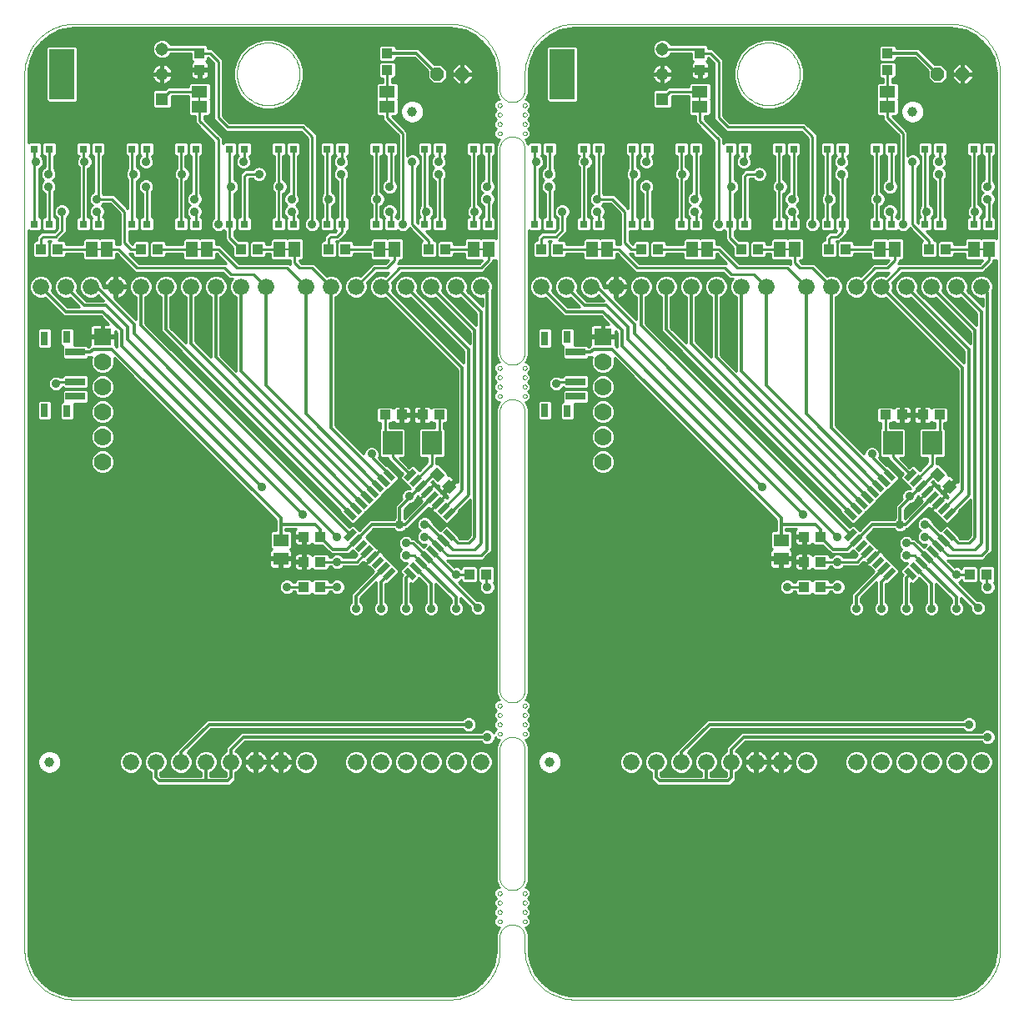
<source format=gtl>
G75*
G70*
%OFA0B0*%
%FSLAX24Y24*%
%IPPOS*%
%LPD*%
%AMOC8*
5,1,8,0,0,1.08239X$1,22.5*
%
%ADD10C,0.0000*%
%ADD11R,0.0500X0.0220*%
%ADD12R,0.0220X0.0500*%
%ADD13R,0.0394X0.0433*%
%ADD14C,0.0660*%
%ADD15R,0.0433X0.0394*%
%ADD16R,0.0315X0.0315*%
%ADD17R,0.0460X0.0630*%
%ADD18OC8,0.0520*%
%ADD19R,0.0630X0.0460*%
%ADD20R,0.0515X0.0515*%
%ADD21C,0.0515*%
%ADD22R,0.1000X0.2000*%
%ADD23R,0.0700X0.0700*%
%ADD24C,0.0700*%
%ADD25R,0.0787X0.0315*%
%ADD26R,0.0315X0.0472*%
%ADD27R,0.0315X0.0551*%
%ADD28R,0.0591X0.0512*%
%ADD29R,0.0787X0.0945*%
%ADD30C,0.0394*%
%ADD31C,0.0100*%
%ADD32C,0.0120*%
%ADD33C,0.0357*%
%ADD34C,0.0080*%
D10*
X000655Y002655D02*
X000655Y037655D01*
X000657Y037750D01*
X000664Y037845D01*
X000675Y037940D01*
X000691Y038034D01*
X000711Y038127D01*
X000736Y038218D01*
X000765Y038309D01*
X000798Y038398D01*
X000836Y038486D01*
X000877Y038571D01*
X000923Y038655D01*
X000972Y038736D01*
X001026Y038815D01*
X001083Y038891D01*
X001144Y038965D01*
X001208Y039035D01*
X001275Y039102D01*
X001345Y039166D01*
X001419Y039227D01*
X001495Y039284D01*
X001574Y039338D01*
X001655Y039387D01*
X001739Y039433D01*
X001824Y039474D01*
X001912Y039512D01*
X002001Y039545D01*
X002092Y039574D01*
X002183Y039599D01*
X002276Y039619D01*
X002370Y039635D01*
X002465Y039646D01*
X002560Y039653D01*
X002655Y039655D01*
X017655Y039655D01*
X017750Y039653D01*
X017845Y039646D01*
X017940Y039635D01*
X018034Y039619D01*
X018127Y039599D01*
X018218Y039574D01*
X018309Y039545D01*
X018398Y039512D01*
X018486Y039474D01*
X018571Y039433D01*
X018655Y039387D01*
X018736Y039338D01*
X018815Y039284D01*
X018891Y039227D01*
X018965Y039166D01*
X019035Y039102D01*
X019102Y039035D01*
X019166Y038965D01*
X019227Y038891D01*
X019284Y038815D01*
X019338Y038736D01*
X019387Y038655D01*
X019433Y038571D01*
X019474Y038486D01*
X019512Y038398D01*
X019545Y038309D01*
X019574Y038218D01*
X019599Y038127D01*
X019619Y038034D01*
X019635Y037940D01*
X019646Y037845D01*
X019653Y037750D01*
X019655Y037655D01*
X019655Y037030D01*
X020155Y036530D02*
X020199Y036532D01*
X020242Y036538D01*
X020284Y036547D01*
X020326Y036560D01*
X020366Y036577D01*
X020405Y036597D01*
X020442Y036620D01*
X020476Y036647D01*
X020509Y036676D01*
X020538Y036709D01*
X020565Y036743D01*
X020588Y036780D01*
X020608Y036819D01*
X020625Y036859D01*
X020638Y036901D01*
X020647Y036943D01*
X020653Y036986D01*
X020655Y037030D01*
X020655Y037655D01*
X019655Y037030D02*
X019657Y036986D01*
X019663Y036943D01*
X019672Y036901D01*
X019685Y036859D01*
X019702Y036819D01*
X019722Y036780D01*
X019745Y036743D01*
X019772Y036709D01*
X019801Y036676D01*
X019834Y036647D01*
X019868Y036620D01*
X019905Y036597D01*
X019944Y036577D01*
X019984Y036560D01*
X020026Y036547D01*
X020068Y036538D01*
X020111Y036532D01*
X020155Y036530D01*
X019576Y036405D02*
X019578Y036423D01*
X019584Y036439D01*
X019593Y036454D01*
X019606Y036467D01*
X019621Y036476D01*
X019637Y036482D01*
X019655Y036484D01*
X019673Y036482D01*
X019689Y036476D01*
X019704Y036467D01*
X019717Y036454D01*
X019726Y036439D01*
X019732Y036423D01*
X019734Y036405D01*
X019732Y036387D01*
X019726Y036371D01*
X019717Y036356D01*
X019704Y036343D01*
X019689Y036334D01*
X019673Y036328D01*
X019655Y036326D01*
X019637Y036328D01*
X019621Y036334D01*
X019606Y036343D01*
X019593Y036356D01*
X019584Y036371D01*
X019578Y036387D01*
X019576Y036405D01*
X019576Y036030D02*
X019578Y036048D01*
X019584Y036064D01*
X019593Y036079D01*
X019606Y036092D01*
X019621Y036101D01*
X019637Y036107D01*
X019655Y036109D01*
X019673Y036107D01*
X019689Y036101D01*
X019704Y036092D01*
X019717Y036079D01*
X019726Y036064D01*
X019732Y036048D01*
X019734Y036030D01*
X019732Y036012D01*
X019726Y035996D01*
X019717Y035981D01*
X019704Y035968D01*
X019689Y035959D01*
X019673Y035953D01*
X019655Y035951D01*
X019637Y035953D01*
X019621Y035959D01*
X019606Y035968D01*
X019593Y035981D01*
X019584Y035996D01*
X019578Y036012D01*
X019576Y036030D01*
X019576Y035655D02*
X019578Y035673D01*
X019584Y035689D01*
X019593Y035704D01*
X019606Y035717D01*
X019621Y035726D01*
X019637Y035732D01*
X019655Y035734D01*
X019673Y035732D01*
X019689Y035726D01*
X019704Y035717D01*
X019717Y035704D01*
X019726Y035689D01*
X019732Y035673D01*
X019734Y035655D01*
X019732Y035637D01*
X019726Y035621D01*
X019717Y035606D01*
X019704Y035593D01*
X019689Y035584D01*
X019673Y035578D01*
X019655Y035576D01*
X019637Y035578D01*
X019621Y035584D01*
X019606Y035593D01*
X019593Y035606D01*
X019584Y035621D01*
X019578Y035637D01*
X019576Y035655D01*
X019576Y035280D02*
X019578Y035298D01*
X019584Y035314D01*
X019593Y035329D01*
X019606Y035342D01*
X019621Y035351D01*
X019637Y035357D01*
X019655Y035359D01*
X019673Y035357D01*
X019689Y035351D01*
X019704Y035342D01*
X019717Y035329D01*
X019726Y035314D01*
X019732Y035298D01*
X019734Y035280D01*
X019732Y035262D01*
X019726Y035246D01*
X019717Y035231D01*
X019704Y035218D01*
X019689Y035209D01*
X019673Y035203D01*
X019655Y035201D01*
X019637Y035203D01*
X019621Y035209D01*
X019606Y035218D01*
X019593Y035231D01*
X019584Y035246D01*
X019578Y035262D01*
X019576Y035280D01*
X019655Y034655D02*
X019655Y026530D01*
X020155Y026030D02*
X020199Y026032D01*
X020242Y026038D01*
X020284Y026047D01*
X020326Y026060D01*
X020366Y026077D01*
X020405Y026097D01*
X020442Y026120D01*
X020476Y026147D01*
X020509Y026176D01*
X020538Y026209D01*
X020565Y026243D01*
X020588Y026280D01*
X020608Y026319D01*
X020625Y026359D01*
X020638Y026401D01*
X020647Y026443D01*
X020653Y026486D01*
X020655Y026530D01*
X020655Y034655D01*
X020155Y035155D02*
X020111Y035153D01*
X020068Y035147D01*
X020026Y035138D01*
X019984Y035125D01*
X019944Y035108D01*
X019905Y035088D01*
X019868Y035065D01*
X019834Y035038D01*
X019801Y035009D01*
X019772Y034976D01*
X019745Y034942D01*
X019722Y034905D01*
X019702Y034866D01*
X019685Y034826D01*
X019672Y034784D01*
X019663Y034742D01*
X019657Y034699D01*
X019655Y034655D01*
X020155Y035155D02*
X020199Y035153D01*
X020242Y035147D01*
X020284Y035138D01*
X020326Y035125D01*
X020366Y035108D01*
X020405Y035088D01*
X020442Y035065D01*
X020476Y035038D01*
X020509Y035009D01*
X020538Y034976D01*
X020565Y034942D01*
X020588Y034905D01*
X020608Y034866D01*
X020625Y034826D01*
X020638Y034784D01*
X020647Y034742D01*
X020653Y034699D01*
X020655Y034655D01*
X020576Y035280D02*
X020578Y035298D01*
X020584Y035314D01*
X020593Y035329D01*
X020606Y035342D01*
X020621Y035351D01*
X020637Y035357D01*
X020655Y035359D01*
X020673Y035357D01*
X020689Y035351D01*
X020704Y035342D01*
X020717Y035329D01*
X020726Y035314D01*
X020732Y035298D01*
X020734Y035280D01*
X020732Y035262D01*
X020726Y035246D01*
X020717Y035231D01*
X020704Y035218D01*
X020689Y035209D01*
X020673Y035203D01*
X020655Y035201D01*
X020637Y035203D01*
X020621Y035209D01*
X020606Y035218D01*
X020593Y035231D01*
X020584Y035246D01*
X020578Y035262D01*
X020576Y035280D01*
X020576Y035655D02*
X020578Y035673D01*
X020584Y035689D01*
X020593Y035704D01*
X020606Y035717D01*
X020621Y035726D01*
X020637Y035732D01*
X020655Y035734D01*
X020673Y035732D01*
X020689Y035726D01*
X020704Y035717D01*
X020717Y035704D01*
X020726Y035689D01*
X020732Y035673D01*
X020734Y035655D01*
X020732Y035637D01*
X020726Y035621D01*
X020717Y035606D01*
X020704Y035593D01*
X020689Y035584D01*
X020673Y035578D01*
X020655Y035576D01*
X020637Y035578D01*
X020621Y035584D01*
X020606Y035593D01*
X020593Y035606D01*
X020584Y035621D01*
X020578Y035637D01*
X020576Y035655D01*
X020576Y036030D02*
X020578Y036048D01*
X020584Y036064D01*
X020593Y036079D01*
X020606Y036092D01*
X020621Y036101D01*
X020637Y036107D01*
X020655Y036109D01*
X020673Y036107D01*
X020689Y036101D01*
X020704Y036092D01*
X020717Y036079D01*
X020726Y036064D01*
X020732Y036048D01*
X020734Y036030D01*
X020732Y036012D01*
X020726Y035996D01*
X020717Y035981D01*
X020704Y035968D01*
X020689Y035959D01*
X020673Y035953D01*
X020655Y035951D01*
X020637Y035953D01*
X020621Y035959D01*
X020606Y035968D01*
X020593Y035981D01*
X020584Y035996D01*
X020578Y036012D01*
X020576Y036030D01*
X020576Y036405D02*
X020578Y036423D01*
X020584Y036439D01*
X020593Y036454D01*
X020606Y036467D01*
X020621Y036476D01*
X020637Y036482D01*
X020655Y036484D01*
X020673Y036482D01*
X020689Y036476D01*
X020704Y036467D01*
X020717Y036454D01*
X020726Y036439D01*
X020732Y036423D01*
X020734Y036405D01*
X020732Y036387D01*
X020726Y036371D01*
X020717Y036356D01*
X020704Y036343D01*
X020689Y036334D01*
X020673Y036328D01*
X020655Y036326D01*
X020637Y036328D01*
X020621Y036334D01*
X020606Y036343D01*
X020593Y036356D01*
X020584Y036371D01*
X020578Y036387D01*
X020576Y036405D01*
X020655Y037655D02*
X020657Y037750D01*
X020664Y037845D01*
X020675Y037940D01*
X020691Y038034D01*
X020711Y038127D01*
X020736Y038218D01*
X020765Y038309D01*
X020798Y038398D01*
X020836Y038486D01*
X020877Y038571D01*
X020923Y038655D01*
X020972Y038736D01*
X021026Y038815D01*
X021083Y038891D01*
X021144Y038965D01*
X021208Y039035D01*
X021275Y039102D01*
X021345Y039166D01*
X021419Y039227D01*
X021495Y039284D01*
X021574Y039338D01*
X021655Y039387D01*
X021739Y039433D01*
X021824Y039474D01*
X021912Y039512D01*
X022001Y039545D01*
X022092Y039574D01*
X022183Y039599D01*
X022276Y039619D01*
X022370Y039635D01*
X022465Y039646D01*
X022560Y039653D01*
X022655Y039655D01*
X037655Y039655D01*
X037750Y039653D01*
X037845Y039646D01*
X037940Y039635D01*
X038034Y039619D01*
X038127Y039599D01*
X038218Y039574D01*
X038309Y039545D01*
X038398Y039512D01*
X038486Y039474D01*
X038571Y039433D01*
X038655Y039387D01*
X038736Y039338D01*
X038815Y039284D01*
X038891Y039227D01*
X038965Y039166D01*
X039035Y039102D01*
X039102Y039035D01*
X039166Y038965D01*
X039227Y038891D01*
X039284Y038815D01*
X039338Y038736D01*
X039387Y038655D01*
X039433Y038571D01*
X039474Y038486D01*
X039512Y038398D01*
X039545Y038309D01*
X039574Y038218D01*
X039599Y038127D01*
X039619Y038034D01*
X039635Y037940D01*
X039646Y037845D01*
X039653Y037750D01*
X039655Y037655D01*
X039655Y002655D01*
X039653Y002560D01*
X039646Y002465D01*
X039635Y002370D01*
X039619Y002276D01*
X039599Y002183D01*
X039574Y002092D01*
X039545Y002001D01*
X039512Y001912D01*
X039474Y001824D01*
X039433Y001739D01*
X039387Y001655D01*
X039338Y001574D01*
X039284Y001495D01*
X039227Y001419D01*
X039166Y001345D01*
X039102Y001275D01*
X039035Y001208D01*
X038965Y001144D01*
X038891Y001083D01*
X038815Y001026D01*
X038736Y000972D01*
X038655Y000923D01*
X038571Y000877D01*
X038486Y000836D01*
X038398Y000798D01*
X038309Y000765D01*
X038218Y000736D01*
X038127Y000711D01*
X038034Y000691D01*
X037940Y000675D01*
X037845Y000664D01*
X037750Y000657D01*
X037655Y000655D01*
X022655Y000655D01*
X022560Y000657D01*
X022465Y000664D01*
X022370Y000675D01*
X022276Y000691D01*
X022183Y000711D01*
X022092Y000736D01*
X022001Y000765D01*
X021912Y000798D01*
X021824Y000836D01*
X021739Y000877D01*
X021655Y000923D01*
X021574Y000972D01*
X021495Y001026D01*
X021419Y001083D01*
X021345Y001144D01*
X021275Y001208D01*
X021208Y001275D01*
X021144Y001345D01*
X021083Y001419D01*
X021026Y001495D01*
X020972Y001574D01*
X020923Y001655D01*
X020877Y001739D01*
X020836Y001824D01*
X020798Y001912D01*
X020765Y002001D01*
X020736Y002092D01*
X020711Y002183D01*
X020691Y002276D01*
X020675Y002370D01*
X020664Y002465D01*
X020657Y002560D01*
X020655Y002655D01*
X020655Y003155D01*
X020155Y003655D02*
X020111Y003653D01*
X020068Y003647D01*
X020026Y003638D01*
X019984Y003625D01*
X019944Y003608D01*
X019905Y003588D01*
X019868Y003565D01*
X019834Y003538D01*
X019801Y003509D01*
X019772Y003476D01*
X019745Y003442D01*
X019722Y003405D01*
X019702Y003366D01*
X019685Y003326D01*
X019672Y003284D01*
X019663Y003242D01*
X019657Y003199D01*
X019655Y003155D01*
X019655Y002655D01*
X020655Y003155D02*
X020653Y003199D01*
X020647Y003242D01*
X020638Y003284D01*
X020625Y003326D01*
X020608Y003366D01*
X020588Y003405D01*
X020565Y003442D01*
X020538Y003476D01*
X020509Y003509D01*
X020476Y003538D01*
X020442Y003565D01*
X020405Y003588D01*
X020366Y003608D01*
X020326Y003625D01*
X020284Y003638D01*
X020242Y003647D01*
X020199Y003653D01*
X020155Y003655D01*
X019576Y003780D02*
X019578Y003798D01*
X019584Y003814D01*
X019593Y003829D01*
X019606Y003842D01*
X019621Y003851D01*
X019637Y003857D01*
X019655Y003859D01*
X019673Y003857D01*
X019689Y003851D01*
X019704Y003842D01*
X019717Y003829D01*
X019726Y003814D01*
X019732Y003798D01*
X019734Y003780D01*
X019732Y003762D01*
X019726Y003746D01*
X019717Y003731D01*
X019704Y003718D01*
X019689Y003709D01*
X019673Y003703D01*
X019655Y003701D01*
X019637Y003703D01*
X019621Y003709D01*
X019606Y003718D01*
X019593Y003731D01*
X019584Y003746D01*
X019578Y003762D01*
X019576Y003780D01*
X019576Y004155D02*
X019578Y004173D01*
X019584Y004189D01*
X019593Y004204D01*
X019606Y004217D01*
X019621Y004226D01*
X019637Y004232D01*
X019655Y004234D01*
X019673Y004232D01*
X019689Y004226D01*
X019704Y004217D01*
X019717Y004204D01*
X019726Y004189D01*
X019732Y004173D01*
X019734Y004155D01*
X019732Y004137D01*
X019726Y004121D01*
X019717Y004106D01*
X019704Y004093D01*
X019689Y004084D01*
X019673Y004078D01*
X019655Y004076D01*
X019637Y004078D01*
X019621Y004084D01*
X019606Y004093D01*
X019593Y004106D01*
X019584Y004121D01*
X019578Y004137D01*
X019576Y004155D01*
X019576Y004530D02*
X019578Y004548D01*
X019584Y004564D01*
X019593Y004579D01*
X019606Y004592D01*
X019621Y004601D01*
X019637Y004607D01*
X019655Y004609D01*
X019673Y004607D01*
X019689Y004601D01*
X019704Y004592D01*
X019717Y004579D01*
X019726Y004564D01*
X019732Y004548D01*
X019734Y004530D01*
X019732Y004512D01*
X019726Y004496D01*
X019717Y004481D01*
X019704Y004468D01*
X019689Y004459D01*
X019673Y004453D01*
X019655Y004451D01*
X019637Y004453D01*
X019621Y004459D01*
X019606Y004468D01*
X019593Y004481D01*
X019584Y004496D01*
X019578Y004512D01*
X019576Y004530D01*
X019576Y004905D02*
X019578Y004923D01*
X019584Y004939D01*
X019593Y004954D01*
X019606Y004967D01*
X019621Y004976D01*
X019637Y004982D01*
X019655Y004984D01*
X019673Y004982D01*
X019689Y004976D01*
X019704Y004967D01*
X019717Y004954D01*
X019726Y004939D01*
X019732Y004923D01*
X019734Y004905D01*
X019732Y004887D01*
X019726Y004871D01*
X019717Y004856D01*
X019704Y004843D01*
X019689Y004834D01*
X019673Y004828D01*
X019655Y004826D01*
X019637Y004828D01*
X019621Y004834D01*
X019606Y004843D01*
X019593Y004856D01*
X019584Y004871D01*
X019578Y004887D01*
X019576Y004905D01*
X019655Y005530D02*
X019655Y010655D01*
X019657Y010699D01*
X019663Y010742D01*
X019672Y010784D01*
X019685Y010826D01*
X019702Y010866D01*
X019722Y010905D01*
X019745Y010942D01*
X019772Y010976D01*
X019801Y011009D01*
X019834Y011038D01*
X019868Y011065D01*
X019905Y011088D01*
X019944Y011108D01*
X019984Y011125D01*
X020026Y011138D01*
X020068Y011147D01*
X020111Y011153D01*
X020155Y011155D01*
X020199Y011153D01*
X020242Y011147D01*
X020284Y011138D01*
X020326Y011125D01*
X020366Y011108D01*
X020405Y011088D01*
X020442Y011065D01*
X020476Y011038D01*
X020509Y011009D01*
X020538Y010976D01*
X020565Y010942D01*
X020588Y010905D01*
X020608Y010866D01*
X020625Y010826D01*
X020638Y010784D01*
X020647Y010742D01*
X020653Y010699D01*
X020655Y010655D01*
X020655Y005530D01*
X020653Y005486D01*
X020647Y005443D01*
X020638Y005401D01*
X020625Y005359D01*
X020608Y005319D01*
X020588Y005280D01*
X020565Y005243D01*
X020538Y005209D01*
X020509Y005176D01*
X020476Y005147D01*
X020442Y005120D01*
X020405Y005097D01*
X020366Y005077D01*
X020326Y005060D01*
X020284Y005047D01*
X020242Y005038D01*
X020199Y005032D01*
X020155Y005030D01*
X020111Y005032D01*
X020068Y005038D01*
X020026Y005047D01*
X019984Y005060D01*
X019944Y005077D01*
X019905Y005097D01*
X019868Y005120D01*
X019834Y005147D01*
X019801Y005176D01*
X019772Y005209D01*
X019745Y005243D01*
X019722Y005280D01*
X019702Y005319D01*
X019685Y005359D01*
X019672Y005401D01*
X019663Y005443D01*
X019657Y005486D01*
X019655Y005530D01*
X020576Y004905D02*
X020578Y004923D01*
X020584Y004939D01*
X020593Y004954D01*
X020606Y004967D01*
X020621Y004976D01*
X020637Y004982D01*
X020655Y004984D01*
X020673Y004982D01*
X020689Y004976D01*
X020704Y004967D01*
X020717Y004954D01*
X020726Y004939D01*
X020732Y004923D01*
X020734Y004905D01*
X020732Y004887D01*
X020726Y004871D01*
X020717Y004856D01*
X020704Y004843D01*
X020689Y004834D01*
X020673Y004828D01*
X020655Y004826D01*
X020637Y004828D01*
X020621Y004834D01*
X020606Y004843D01*
X020593Y004856D01*
X020584Y004871D01*
X020578Y004887D01*
X020576Y004905D01*
X020576Y004530D02*
X020578Y004548D01*
X020584Y004564D01*
X020593Y004579D01*
X020606Y004592D01*
X020621Y004601D01*
X020637Y004607D01*
X020655Y004609D01*
X020673Y004607D01*
X020689Y004601D01*
X020704Y004592D01*
X020717Y004579D01*
X020726Y004564D01*
X020732Y004548D01*
X020734Y004530D01*
X020732Y004512D01*
X020726Y004496D01*
X020717Y004481D01*
X020704Y004468D01*
X020689Y004459D01*
X020673Y004453D01*
X020655Y004451D01*
X020637Y004453D01*
X020621Y004459D01*
X020606Y004468D01*
X020593Y004481D01*
X020584Y004496D01*
X020578Y004512D01*
X020576Y004530D01*
X020576Y004155D02*
X020578Y004173D01*
X020584Y004189D01*
X020593Y004204D01*
X020606Y004217D01*
X020621Y004226D01*
X020637Y004232D01*
X020655Y004234D01*
X020673Y004232D01*
X020689Y004226D01*
X020704Y004217D01*
X020717Y004204D01*
X020726Y004189D01*
X020732Y004173D01*
X020734Y004155D01*
X020732Y004137D01*
X020726Y004121D01*
X020717Y004106D01*
X020704Y004093D01*
X020689Y004084D01*
X020673Y004078D01*
X020655Y004076D01*
X020637Y004078D01*
X020621Y004084D01*
X020606Y004093D01*
X020593Y004106D01*
X020584Y004121D01*
X020578Y004137D01*
X020576Y004155D01*
X020576Y003780D02*
X020578Y003798D01*
X020584Y003814D01*
X020593Y003829D01*
X020606Y003842D01*
X020621Y003851D01*
X020637Y003857D01*
X020655Y003859D01*
X020673Y003857D01*
X020689Y003851D01*
X020704Y003842D01*
X020717Y003829D01*
X020726Y003814D01*
X020732Y003798D01*
X020734Y003780D01*
X020732Y003762D01*
X020726Y003746D01*
X020717Y003731D01*
X020704Y003718D01*
X020689Y003709D01*
X020673Y003703D01*
X020655Y003701D01*
X020637Y003703D01*
X020621Y003709D01*
X020606Y003718D01*
X020593Y003731D01*
X020584Y003746D01*
X020578Y003762D01*
X020576Y003780D01*
X019655Y002655D02*
X019653Y002560D01*
X019646Y002465D01*
X019635Y002370D01*
X019619Y002276D01*
X019599Y002183D01*
X019574Y002092D01*
X019545Y002001D01*
X019512Y001912D01*
X019474Y001824D01*
X019433Y001739D01*
X019387Y001655D01*
X019338Y001574D01*
X019284Y001495D01*
X019227Y001419D01*
X019166Y001345D01*
X019102Y001275D01*
X019035Y001208D01*
X018965Y001144D01*
X018891Y001083D01*
X018815Y001026D01*
X018736Y000972D01*
X018655Y000923D01*
X018571Y000877D01*
X018486Y000836D01*
X018398Y000798D01*
X018309Y000765D01*
X018218Y000736D01*
X018127Y000711D01*
X018034Y000691D01*
X017940Y000675D01*
X017845Y000664D01*
X017750Y000657D01*
X017655Y000655D01*
X002655Y000655D01*
X002560Y000657D01*
X002465Y000664D01*
X002370Y000675D01*
X002276Y000691D01*
X002183Y000711D01*
X002092Y000736D01*
X002001Y000765D01*
X001912Y000798D01*
X001824Y000836D01*
X001739Y000877D01*
X001655Y000923D01*
X001574Y000972D01*
X001495Y001026D01*
X001419Y001083D01*
X001345Y001144D01*
X001275Y001208D01*
X001208Y001275D01*
X001144Y001345D01*
X001083Y001419D01*
X001026Y001495D01*
X000972Y001574D01*
X000923Y001655D01*
X000877Y001739D01*
X000836Y001824D01*
X000798Y001912D01*
X000765Y002001D01*
X000736Y002092D01*
X000711Y002183D01*
X000691Y002276D01*
X000675Y002370D01*
X000664Y002465D01*
X000657Y002560D01*
X000655Y002655D01*
X019576Y011280D02*
X019578Y011298D01*
X019584Y011314D01*
X019593Y011329D01*
X019606Y011342D01*
X019621Y011351D01*
X019637Y011357D01*
X019655Y011359D01*
X019673Y011357D01*
X019689Y011351D01*
X019704Y011342D01*
X019717Y011329D01*
X019726Y011314D01*
X019732Y011298D01*
X019734Y011280D01*
X019732Y011262D01*
X019726Y011246D01*
X019717Y011231D01*
X019704Y011218D01*
X019689Y011209D01*
X019673Y011203D01*
X019655Y011201D01*
X019637Y011203D01*
X019621Y011209D01*
X019606Y011218D01*
X019593Y011231D01*
X019584Y011246D01*
X019578Y011262D01*
X019576Y011280D01*
X019576Y011655D02*
X019578Y011673D01*
X019584Y011689D01*
X019593Y011704D01*
X019606Y011717D01*
X019621Y011726D01*
X019637Y011732D01*
X019655Y011734D01*
X019673Y011732D01*
X019689Y011726D01*
X019704Y011717D01*
X019717Y011704D01*
X019726Y011689D01*
X019732Y011673D01*
X019734Y011655D01*
X019732Y011637D01*
X019726Y011621D01*
X019717Y011606D01*
X019704Y011593D01*
X019689Y011584D01*
X019673Y011578D01*
X019655Y011576D01*
X019637Y011578D01*
X019621Y011584D01*
X019606Y011593D01*
X019593Y011606D01*
X019584Y011621D01*
X019578Y011637D01*
X019576Y011655D01*
X019576Y012030D02*
X019578Y012048D01*
X019584Y012064D01*
X019593Y012079D01*
X019606Y012092D01*
X019621Y012101D01*
X019637Y012107D01*
X019655Y012109D01*
X019673Y012107D01*
X019689Y012101D01*
X019704Y012092D01*
X019717Y012079D01*
X019726Y012064D01*
X019732Y012048D01*
X019734Y012030D01*
X019732Y012012D01*
X019726Y011996D01*
X019717Y011981D01*
X019704Y011968D01*
X019689Y011959D01*
X019673Y011953D01*
X019655Y011951D01*
X019637Y011953D01*
X019621Y011959D01*
X019606Y011968D01*
X019593Y011981D01*
X019584Y011996D01*
X019578Y012012D01*
X019576Y012030D01*
X019576Y012405D02*
X019578Y012423D01*
X019584Y012439D01*
X019593Y012454D01*
X019606Y012467D01*
X019621Y012476D01*
X019637Y012482D01*
X019655Y012484D01*
X019673Y012482D01*
X019689Y012476D01*
X019704Y012467D01*
X019717Y012454D01*
X019726Y012439D01*
X019732Y012423D01*
X019734Y012405D01*
X019732Y012387D01*
X019726Y012371D01*
X019717Y012356D01*
X019704Y012343D01*
X019689Y012334D01*
X019673Y012328D01*
X019655Y012326D01*
X019637Y012328D01*
X019621Y012334D01*
X019606Y012343D01*
X019593Y012356D01*
X019584Y012371D01*
X019578Y012387D01*
X019576Y012405D01*
X019655Y013030D02*
X019655Y024155D01*
X019657Y024199D01*
X019663Y024242D01*
X019672Y024284D01*
X019685Y024326D01*
X019702Y024366D01*
X019722Y024405D01*
X019745Y024442D01*
X019772Y024476D01*
X019801Y024509D01*
X019834Y024538D01*
X019868Y024565D01*
X019905Y024588D01*
X019944Y024608D01*
X019984Y024625D01*
X020026Y024638D01*
X020068Y024647D01*
X020111Y024653D01*
X020155Y024655D01*
X019576Y024780D02*
X019578Y024798D01*
X019584Y024814D01*
X019593Y024829D01*
X019606Y024842D01*
X019621Y024851D01*
X019637Y024857D01*
X019655Y024859D01*
X019673Y024857D01*
X019689Y024851D01*
X019704Y024842D01*
X019717Y024829D01*
X019726Y024814D01*
X019732Y024798D01*
X019734Y024780D01*
X019732Y024762D01*
X019726Y024746D01*
X019717Y024731D01*
X019704Y024718D01*
X019689Y024709D01*
X019673Y024703D01*
X019655Y024701D01*
X019637Y024703D01*
X019621Y024709D01*
X019606Y024718D01*
X019593Y024731D01*
X019584Y024746D01*
X019578Y024762D01*
X019576Y024780D01*
X019576Y025155D02*
X019578Y025173D01*
X019584Y025189D01*
X019593Y025204D01*
X019606Y025217D01*
X019621Y025226D01*
X019637Y025232D01*
X019655Y025234D01*
X019673Y025232D01*
X019689Y025226D01*
X019704Y025217D01*
X019717Y025204D01*
X019726Y025189D01*
X019732Y025173D01*
X019734Y025155D01*
X019732Y025137D01*
X019726Y025121D01*
X019717Y025106D01*
X019704Y025093D01*
X019689Y025084D01*
X019673Y025078D01*
X019655Y025076D01*
X019637Y025078D01*
X019621Y025084D01*
X019606Y025093D01*
X019593Y025106D01*
X019584Y025121D01*
X019578Y025137D01*
X019576Y025155D01*
X019576Y025530D02*
X019578Y025548D01*
X019584Y025564D01*
X019593Y025579D01*
X019606Y025592D01*
X019621Y025601D01*
X019637Y025607D01*
X019655Y025609D01*
X019673Y025607D01*
X019689Y025601D01*
X019704Y025592D01*
X019717Y025579D01*
X019726Y025564D01*
X019732Y025548D01*
X019734Y025530D01*
X019732Y025512D01*
X019726Y025496D01*
X019717Y025481D01*
X019704Y025468D01*
X019689Y025459D01*
X019673Y025453D01*
X019655Y025451D01*
X019637Y025453D01*
X019621Y025459D01*
X019606Y025468D01*
X019593Y025481D01*
X019584Y025496D01*
X019578Y025512D01*
X019576Y025530D01*
X019576Y025905D02*
X019578Y025923D01*
X019584Y025939D01*
X019593Y025954D01*
X019606Y025967D01*
X019621Y025976D01*
X019637Y025982D01*
X019655Y025984D01*
X019673Y025982D01*
X019689Y025976D01*
X019704Y025967D01*
X019717Y025954D01*
X019726Y025939D01*
X019732Y025923D01*
X019734Y025905D01*
X019732Y025887D01*
X019726Y025871D01*
X019717Y025856D01*
X019704Y025843D01*
X019689Y025834D01*
X019673Y025828D01*
X019655Y025826D01*
X019637Y025828D01*
X019621Y025834D01*
X019606Y025843D01*
X019593Y025856D01*
X019584Y025871D01*
X019578Y025887D01*
X019576Y025905D01*
X020155Y026030D02*
X020111Y026032D01*
X020068Y026038D01*
X020026Y026047D01*
X019984Y026060D01*
X019944Y026077D01*
X019905Y026097D01*
X019868Y026120D01*
X019834Y026147D01*
X019801Y026176D01*
X019772Y026209D01*
X019745Y026243D01*
X019722Y026280D01*
X019702Y026319D01*
X019685Y026359D01*
X019672Y026401D01*
X019663Y026443D01*
X019657Y026486D01*
X019655Y026530D01*
X020576Y025905D02*
X020578Y025923D01*
X020584Y025939D01*
X020593Y025954D01*
X020606Y025967D01*
X020621Y025976D01*
X020637Y025982D01*
X020655Y025984D01*
X020673Y025982D01*
X020689Y025976D01*
X020704Y025967D01*
X020717Y025954D01*
X020726Y025939D01*
X020732Y025923D01*
X020734Y025905D01*
X020732Y025887D01*
X020726Y025871D01*
X020717Y025856D01*
X020704Y025843D01*
X020689Y025834D01*
X020673Y025828D01*
X020655Y025826D01*
X020637Y025828D01*
X020621Y025834D01*
X020606Y025843D01*
X020593Y025856D01*
X020584Y025871D01*
X020578Y025887D01*
X020576Y025905D01*
X020576Y025530D02*
X020578Y025548D01*
X020584Y025564D01*
X020593Y025579D01*
X020606Y025592D01*
X020621Y025601D01*
X020637Y025607D01*
X020655Y025609D01*
X020673Y025607D01*
X020689Y025601D01*
X020704Y025592D01*
X020717Y025579D01*
X020726Y025564D01*
X020732Y025548D01*
X020734Y025530D01*
X020732Y025512D01*
X020726Y025496D01*
X020717Y025481D01*
X020704Y025468D01*
X020689Y025459D01*
X020673Y025453D01*
X020655Y025451D01*
X020637Y025453D01*
X020621Y025459D01*
X020606Y025468D01*
X020593Y025481D01*
X020584Y025496D01*
X020578Y025512D01*
X020576Y025530D01*
X020576Y025155D02*
X020578Y025173D01*
X020584Y025189D01*
X020593Y025204D01*
X020606Y025217D01*
X020621Y025226D01*
X020637Y025232D01*
X020655Y025234D01*
X020673Y025232D01*
X020689Y025226D01*
X020704Y025217D01*
X020717Y025204D01*
X020726Y025189D01*
X020732Y025173D01*
X020734Y025155D01*
X020732Y025137D01*
X020726Y025121D01*
X020717Y025106D01*
X020704Y025093D01*
X020689Y025084D01*
X020673Y025078D01*
X020655Y025076D01*
X020637Y025078D01*
X020621Y025084D01*
X020606Y025093D01*
X020593Y025106D01*
X020584Y025121D01*
X020578Y025137D01*
X020576Y025155D01*
X020576Y024780D02*
X020578Y024798D01*
X020584Y024814D01*
X020593Y024829D01*
X020606Y024842D01*
X020621Y024851D01*
X020637Y024857D01*
X020655Y024859D01*
X020673Y024857D01*
X020689Y024851D01*
X020704Y024842D01*
X020717Y024829D01*
X020726Y024814D01*
X020732Y024798D01*
X020734Y024780D01*
X020732Y024762D01*
X020726Y024746D01*
X020717Y024731D01*
X020704Y024718D01*
X020689Y024709D01*
X020673Y024703D01*
X020655Y024701D01*
X020637Y024703D01*
X020621Y024709D01*
X020606Y024718D01*
X020593Y024731D01*
X020584Y024746D01*
X020578Y024762D01*
X020576Y024780D01*
X020655Y024155D02*
X020655Y013030D01*
X020653Y012986D01*
X020647Y012943D01*
X020638Y012901D01*
X020625Y012859D01*
X020608Y012819D01*
X020588Y012780D01*
X020565Y012743D01*
X020538Y012709D01*
X020509Y012676D01*
X020476Y012647D01*
X020442Y012620D01*
X020405Y012597D01*
X020366Y012577D01*
X020326Y012560D01*
X020284Y012547D01*
X020242Y012538D01*
X020199Y012532D01*
X020155Y012530D01*
X020111Y012532D01*
X020068Y012538D01*
X020026Y012547D01*
X019984Y012560D01*
X019944Y012577D01*
X019905Y012597D01*
X019868Y012620D01*
X019834Y012647D01*
X019801Y012676D01*
X019772Y012709D01*
X019745Y012743D01*
X019722Y012780D01*
X019702Y012819D01*
X019685Y012859D01*
X019672Y012901D01*
X019663Y012943D01*
X019657Y012986D01*
X019655Y013030D01*
X020576Y012405D02*
X020578Y012423D01*
X020584Y012439D01*
X020593Y012454D01*
X020606Y012467D01*
X020621Y012476D01*
X020637Y012482D01*
X020655Y012484D01*
X020673Y012482D01*
X020689Y012476D01*
X020704Y012467D01*
X020717Y012454D01*
X020726Y012439D01*
X020732Y012423D01*
X020734Y012405D01*
X020732Y012387D01*
X020726Y012371D01*
X020717Y012356D01*
X020704Y012343D01*
X020689Y012334D01*
X020673Y012328D01*
X020655Y012326D01*
X020637Y012328D01*
X020621Y012334D01*
X020606Y012343D01*
X020593Y012356D01*
X020584Y012371D01*
X020578Y012387D01*
X020576Y012405D01*
X020576Y012030D02*
X020578Y012048D01*
X020584Y012064D01*
X020593Y012079D01*
X020606Y012092D01*
X020621Y012101D01*
X020637Y012107D01*
X020655Y012109D01*
X020673Y012107D01*
X020689Y012101D01*
X020704Y012092D01*
X020717Y012079D01*
X020726Y012064D01*
X020732Y012048D01*
X020734Y012030D01*
X020732Y012012D01*
X020726Y011996D01*
X020717Y011981D01*
X020704Y011968D01*
X020689Y011959D01*
X020673Y011953D01*
X020655Y011951D01*
X020637Y011953D01*
X020621Y011959D01*
X020606Y011968D01*
X020593Y011981D01*
X020584Y011996D01*
X020578Y012012D01*
X020576Y012030D01*
X020576Y011655D02*
X020578Y011673D01*
X020584Y011689D01*
X020593Y011704D01*
X020606Y011717D01*
X020621Y011726D01*
X020637Y011732D01*
X020655Y011734D01*
X020673Y011732D01*
X020689Y011726D01*
X020704Y011717D01*
X020717Y011704D01*
X020726Y011689D01*
X020732Y011673D01*
X020734Y011655D01*
X020732Y011637D01*
X020726Y011621D01*
X020717Y011606D01*
X020704Y011593D01*
X020689Y011584D01*
X020673Y011578D01*
X020655Y011576D01*
X020637Y011578D01*
X020621Y011584D01*
X020606Y011593D01*
X020593Y011606D01*
X020584Y011621D01*
X020578Y011637D01*
X020576Y011655D01*
X020576Y011280D02*
X020578Y011298D01*
X020584Y011314D01*
X020593Y011329D01*
X020606Y011342D01*
X020621Y011351D01*
X020637Y011357D01*
X020655Y011359D01*
X020673Y011357D01*
X020689Y011351D01*
X020704Y011342D01*
X020717Y011329D01*
X020726Y011314D01*
X020732Y011298D01*
X020734Y011280D01*
X020732Y011262D01*
X020726Y011246D01*
X020717Y011231D01*
X020704Y011218D01*
X020689Y011209D01*
X020673Y011203D01*
X020655Y011201D01*
X020637Y011203D01*
X020621Y011209D01*
X020606Y011218D01*
X020593Y011231D01*
X020584Y011246D01*
X020578Y011262D01*
X020576Y011280D01*
X020655Y024155D02*
X020653Y024199D01*
X020647Y024242D01*
X020638Y024284D01*
X020625Y024326D01*
X020608Y024366D01*
X020588Y024405D01*
X020565Y024442D01*
X020538Y024476D01*
X020509Y024509D01*
X020476Y024538D01*
X020442Y024565D01*
X020405Y024588D01*
X020366Y024608D01*
X020326Y024625D01*
X020284Y024638D01*
X020242Y024647D01*
X020199Y024653D01*
X020155Y024655D01*
X009155Y037655D02*
X009157Y037725D01*
X009163Y037795D01*
X009173Y037864D01*
X009186Y037933D01*
X009204Y038001D01*
X009225Y038068D01*
X009250Y038133D01*
X009279Y038197D01*
X009311Y038260D01*
X009347Y038320D01*
X009386Y038378D01*
X009428Y038434D01*
X009473Y038488D01*
X009521Y038539D01*
X009572Y038587D01*
X009626Y038632D01*
X009682Y038674D01*
X009740Y038713D01*
X009800Y038749D01*
X009863Y038781D01*
X009927Y038810D01*
X009992Y038835D01*
X010059Y038856D01*
X010127Y038874D01*
X010196Y038887D01*
X010265Y038897D01*
X010335Y038903D01*
X010405Y038905D01*
X010475Y038903D01*
X010545Y038897D01*
X010614Y038887D01*
X010683Y038874D01*
X010751Y038856D01*
X010818Y038835D01*
X010883Y038810D01*
X010947Y038781D01*
X011010Y038749D01*
X011070Y038713D01*
X011128Y038674D01*
X011184Y038632D01*
X011238Y038587D01*
X011289Y038539D01*
X011337Y038488D01*
X011382Y038434D01*
X011424Y038378D01*
X011463Y038320D01*
X011499Y038260D01*
X011531Y038197D01*
X011560Y038133D01*
X011585Y038068D01*
X011606Y038001D01*
X011624Y037933D01*
X011637Y037864D01*
X011647Y037795D01*
X011653Y037725D01*
X011655Y037655D01*
X011653Y037585D01*
X011647Y037515D01*
X011637Y037446D01*
X011624Y037377D01*
X011606Y037309D01*
X011585Y037242D01*
X011560Y037177D01*
X011531Y037113D01*
X011499Y037050D01*
X011463Y036990D01*
X011424Y036932D01*
X011382Y036876D01*
X011337Y036822D01*
X011289Y036771D01*
X011238Y036723D01*
X011184Y036678D01*
X011128Y036636D01*
X011070Y036597D01*
X011010Y036561D01*
X010947Y036529D01*
X010883Y036500D01*
X010818Y036475D01*
X010751Y036454D01*
X010683Y036436D01*
X010614Y036423D01*
X010545Y036413D01*
X010475Y036407D01*
X010405Y036405D01*
X010335Y036407D01*
X010265Y036413D01*
X010196Y036423D01*
X010127Y036436D01*
X010059Y036454D01*
X009992Y036475D01*
X009927Y036500D01*
X009863Y036529D01*
X009800Y036561D01*
X009740Y036597D01*
X009682Y036636D01*
X009626Y036678D01*
X009572Y036723D01*
X009521Y036771D01*
X009473Y036822D01*
X009428Y036876D01*
X009386Y036932D01*
X009347Y036990D01*
X009311Y037050D01*
X009279Y037113D01*
X009250Y037177D01*
X009225Y037242D01*
X009204Y037309D01*
X009186Y037377D01*
X009173Y037446D01*
X009163Y037515D01*
X009157Y037585D01*
X009155Y037655D01*
X029155Y037655D02*
X029157Y037725D01*
X029163Y037795D01*
X029173Y037864D01*
X029186Y037933D01*
X029204Y038001D01*
X029225Y038068D01*
X029250Y038133D01*
X029279Y038197D01*
X029311Y038260D01*
X029347Y038320D01*
X029386Y038378D01*
X029428Y038434D01*
X029473Y038488D01*
X029521Y038539D01*
X029572Y038587D01*
X029626Y038632D01*
X029682Y038674D01*
X029740Y038713D01*
X029800Y038749D01*
X029863Y038781D01*
X029927Y038810D01*
X029992Y038835D01*
X030059Y038856D01*
X030127Y038874D01*
X030196Y038887D01*
X030265Y038897D01*
X030335Y038903D01*
X030405Y038905D01*
X030475Y038903D01*
X030545Y038897D01*
X030614Y038887D01*
X030683Y038874D01*
X030751Y038856D01*
X030818Y038835D01*
X030883Y038810D01*
X030947Y038781D01*
X031010Y038749D01*
X031070Y038713D01*
X031128Y038674D01*
X031184Y038632D01*
X031238Y038587D01*
X031289Y038539D01*
X031337Y038488D01*
X031382Y038434D01*
X031424Y038378D01*
X031463Y038320D01*
X031499Y038260D01*
X031531Y038197D01*
X031560Y038133D01*
X031585Y038068D01*
X031606Y038001D01*
X031624Y037933D01*
X031637Y037864D01*
X031647Y037795D01*
X031653Y037725D01*
X031655Y037655D01*
X031653Y037585D01*
X031647Y037515D01*
X031637Y037446D01*
X031624Y037377D01*
X031606Y037309D01*
X031585Y037242D01*
X031560Y037177D01*
X031531Y037113D01*
X031499Y037050D01*
X031463Y036990D01*
X031424Y036932D01*
X031382Y036876D01*
X031337Y036822D01*
X031289Y036771D01*
X031238Y036723D01*
X031184Y036678D01*
X031128Y036636D01*
X031070Y036597D01*
X031010Y036561D01*
X030947Y036529D01*
X030883Y036500D01*
X030818Y036475D01*
X030751Y036454D01*
X030683Y036436D01*
X030614Y036423D01*
X030545Y036413D01*
X030475Y036407D01*
X030405Y036405D01*
X030335Y036407D01*
X030265Y036413D01*
X030196Y036423D01*
X030127Y036436D01*
X030059Y036454D01*
X029992Y036475D01*
X029927Y036500D01*
X029863Y036529D01*
X029800Y036561D01*
X029740Y036597D01*
X029682Y036636D01*
X029626Y036678D01*
X029572Y036723D01*
X029521Y036771D01*
X029473Y036822D01*
X029428Y036876D01*
X029386Y036932D01*
X029347Y036990D01*
X029311Y037050D01*
X029279Y037113D01*
X029250Y037177D01*
X029225Y037242D01*
X029204Y037309D01*
X029186Y037377D01*
X029173Y037446D01*
X029163Y037515D01*
X029157Y037585D01*
X029155Y037655D01*
D11*
G36*
X035817Y021532D02*
X036169Y021884D01*
X036325Y021728D01*
X035973Y021376D01*
X035817Y021532D01*
G37*
G36*
X036039Y021309D02*
X036391Y021661D01*
X036547Y021505D01*
X036195Y021153D01*
X036039Y021309D01*
G37*
G36*
X036262Y021086D02*
X036614Y021438D01*
X036770Y021282D01*
X036418Y020930D01*
X036262Y021086D01*
G37*
G36*
X036485Y020863D02*
X036837Y021215D01*
X036993Y021059D01*
X036641Y020707D01*
X036485Y020863D01*
G37*
G36*
X036707Y020641D02*
X037059Y020993D01*
X037215Y020837D01*
X036863Y020485D01*
X036707Y020641D01*
G37*
G36*
X036930Y020418D02*
X037282Y020770D01*
X037438Y020614D01*
X037086Y020262D01*
X036930Y020418D01*
G37*
G36*
X037153Y020195D02*
X037505Y020547D01*
X037661Y020391D01*
X037309Y020039D01*
X037153Y020195D01*
G37*
G36*
X037376Y019973D02*
X037728Y020325D01*
X037884Y020169D01*
X037532Y019817D01*
X037376Y019973D01*
G37*
G36*
X034986Y017583D02*
X035338Y017935D01*
X035494Y017779D01*
X035142Y017427D01*
X034986Y017583D01*
G37*
G36*
X034763Y017805D02*
X035115Y018157D01*
X035271Y018001D01*
X034919Y017649D01*
X034763Y017805D01*
G37*
G36*
X034540Y018028D02*
X034892Y018380D01*
X035048Y018224D01*
X034696Y017872D01*
X034540Y018028D01*
G37*
G36*
X034317Y018251D02*
X034669Y018603D01*
X034825Y018447D01*
X034473Y018095D01*
X034317Y018251D01*
G37*
G36*
X034095Y018473D02*
X034447Y018825D01*
X034603Y018669D01*
X034251Y018317D01*
X034095Y018473D01*
G37*
G36*
X033872Y018696D02*
X034224Y019048D01*
X034380Y018892D01*
X034028Y018540D01*
X033872Y018696D01*
G37*
G36*
X033649Y018919D02*
X034001Y019271D01*
X034157Y019115D01*
X033805Y018763D01*
X033649Y018919D01*
G37*
G36*
X033427Y019142D02*
X033779Y019494D01*
X033935Y019338D01*
X033583Y018986D01*
X033427Y019142D01*
G37*
G36*
X017376Y019973D02*
X017728Y020325D01*
X017884Y020169D01*
X017532Y019817D01*
X017376Y019973D01*
G37*
G36*
X017153Y020195D02*
X017505Y020547D01*
X017661Y020391D01*
X017309Y020039D01*
X017153Y020195D01*
G37*
G36*
X016930Y020418D02*
X017282Y020770D01*
X017438Y020614D01*
X017086Y020262D01*
X016930Y020418D01*
G37*
G36*
X016707Y020641D02*
X017059Y020993D01*
X017215Y020837D01*
X016863Y020485D01*
X016707Y020641D01*
G37*
G36*
X016485Y020863D02*
X016837Y021215D01*
X016993Y021059D01*
X016641Y020707D01*
X016485Y020863D01*
G37*
G36*
X016262Y021086D02*
X016614Y021438D01*
X016770Y021282D01*
X016418Y020930D01*
X016262Y021086D01*
G37*
G36*
X016039Y021309D02*
X016391Y021661D01*
X016547Y021505D01*
X016195Y021153D01*
X016039Y021309D01*
G37*
G36*
X015817Y021532D02*
X016169Y021884D01*
X016325Y021728D01*
X015973Y021376D01*
X015817Y021532D01*
G37*
G36*
X013427Y019142D02*
X013779Y019494D01*
X013935Y019338D01*
X013583Y018986D01*
X013427Y019142D01*
G37*
G36*
X013649Y018919D02*
X014001Y019271D01*
X014157Y019115D01*
X013805Y018763D01*
X013649Y018919D01*
G37*
G36*
X013872Y018696D02*
X014224Y019048D01*
X014380Y018892D01*
X014028Y018540D01*
X013872Y018696D01*
G37*
G36*
X014095Y018473D02*
X014447Y018825D01*
X014603Y018669D01*
X014251Y018317D01*
X014095Y018473D01*
G37*
G36*
X014317Y018251D02*
X014669Y018603D01*
X014825Y018447D01*
X014473Y018095D01*
X014317Y018251D01*
G37*
G36*
X014540Y018028D02*
X014892Y018380D01*
X015048Y018224D01*
X014696Y017872D01*
X014540Y018028D01*
G37*
G36*
X014763Y017805D02*
X015115Y018157D01*
X015271Y018001D01*
X014919Y017649D01*
X014763Y017805D01*
G37*
G36*
X014986Y017583D02*
X015338Y017935D01*
X015494Y017779D01*
X015142Y017427D01*
X014986Y017583D01*
G37*
D12*
G36*
X015817Y017779D02*
X015973Y017935D01*
X016325Y017583D01*
X016169Y017427D01*
X015817Y017779D01*
G37*
G36*
X016039Y018001D02*
X016195Y018157D01*
X016547Y017805D01*
X016391Y017649D01*
X016039Y018001D01*
G37*
G36*
X016262Y018224D02*
X016418Y018380D01*
X016770Y018028D01*
X016614Y017872D01*
X016262Y018224D01*
G37*
G36*
X016485Y018447D02*
X016641Y018603D01*
X016993Y018251D01*
X016837Y018095D01*
X016485Y018447D01*
G37*
G36*
X016707Y018669D02*
X016863Y018825D01*
X017215Y018473D01*
X017059Y018317D01*
X016707Y018669D01*
G37*
G36*
X016930Y018892D02*
X017086Y019048D01*
X017438Y018696D01*
X017282Y018540D01*
X016930Y018892D01*
G37*
G36*
X017153Y019115D02*
X017309Y019271D01*
X017661Y018919D01*
X017505Y018763D01*
X017153Y019115D01*
G37*
G36*
X017376Y019338D02*
X017532Y019494D01*
X017884Y019142D01*
X017728Y018986D01*
X017376Y019338D01*
G37*
G36*
X014986Y021728D02*
X015142Y021884D01*
X015494Y021532D01*
X015338Y021376D01*
X014986Y021728D01*
G37*
G36*
X014763Y021505D02*
X014919Y021661D01*
X015271Y021309D01*
X015115Y021153D01*
X014763Y021505D01*
G37*
G36*
X014540Y021282D02*
X014696Y021438D01*
X015048Y021086D01*
X014892Y020930D01*
X014540Y021282D01*
G37*
G36*
X014317Y021059D02*
X014473Y021215D01*
X014825Y020863D01*
X014669Y020707D01*
X014317Y021059D01*
G37*
G36*
X014095Y020837D02*
X014251Y020993D01*
X014603Y020641D01*
X014447Y020485D01*
X014095Y020837D01*
G37*
G36*
X013872Y020614D02*
X014028Y020770D01*
X014380Y020418D01*
X014224Y020262D01*
X013872Y020614D01*
G37*
G36*
X013649Y020391D02*
X013805Y020547D01*
X014157Y020195D01*
X014001Y020039D01*
X013649Y020391D01*
G37*
G36*
X013427Y020169D02*
X013583Y020325D01*
X013935Y019973D01*
X013779Y019817D01*
X013427Y020169D01*
G37*
G36*
X033427Y020169D02*
X033583Y020325D01*
X033935Y019973D01*
X033779Y019817D01*
X033427Y020169D01*
G37*
G36*
X033649Y020391D02*
X033805Y020547D01*
X034157Y020195D01*
X034001Y020039D01*
X033649Y020391D01*
G37*
G36*
X033872Y020614D02*
X034028Y020770D01*
X034380Y020418D01*
X034224Y020262D01*
X033872Y020614D01*
G37*
G36*
X034095Y020837D02*
X034251Y020993D01*
X034603Y020641D01*
X034447Y020485D01*
X034095Y020837D01*
G37*
G36*
X034317Y021059D02*
X034473Y021215D01*
X034825Y020863D01*
X034669Y020707D01*
X034317Y021059D01*
G37*
G36*
X034540Y021282D02*
X034696Y021438D01*
X035048Y021086D01*
X034892Y020930D01*
X034540Y021282D01*
G37*
G36*
X034763Y021505D02*
X034919Y021661D01*
X035271Y021309D01*
X035115Y021153D01*
X034763Y021505D01*
G37*
G36*
X034986Y021728D02*
X035142Y021884D01*
X035494Y021532D01*
X035338Y021376D01*
X034986Y021728D01*
G37*
G36*
X037153Y019115D02*
X037309Y019271D01*
X037661Y018919D01*
X037505Y018763D01*
X037153Y019115D01*
G37*
G36*
X036930Y018892D02*
X037086Y019048D01*
X037438Y018696D01*
X037282Y018540D01*
X036930Y018892D01*
G37*
G36*
X036707Y018669D02*
X036863Y018825D01*
X037215Y018473D01*
X037059Y018317D01*
X036707Y018669D01*
G37*
G36*
X036485Y018447D02*
X036641Y018603D01*
X036993Y018251D01*
X036837Y018095D01*
X036485Y018447D01*
G37*
G36*
X036262Y018224D02*
X036418Y018380D01*
X036770Y018028D01*
X036614Y017872D01*
X036262Y018224D01*
G37*
G36*
X036039Y018001D02*
X036195Y018157D01*
X036547Y017805D01*
X036391Y017649D01*
X036039Y018001D01*
G37*
G36*
X035817Y017779D02*
X035973Y017935D01*
X036325Y017583D01*
X036169Y017427D01*
X035817Y017779D01*
G37*
G36*
X037376Y019338D02*
X037532Y019494D01*
X037884Y019142D01*
X037728Y018986D01*
X037376Y019338D01*
G37*
D13*
X038445Y017655D03*
X039115Y017655D03*
X037490Y030655D03*
X036820Y030655D03*
X033490Y030655D03*
X032820Y030655D03*
X029990Y030655D03*
X029320Y030655D03*
X025990Y030655D03*
X025320Y030655D03*
X021990Y030655D03*
X021320Y030655D03*
X017490Y030655D03*
X016820Y030655D03*
X013490Y030655D03*
X012820Y030655D03*
X009990Y030655D03*
X009320Y030655D03*
X005990Y030655D03*
X005320Y030655D03*
X001990Y030655D03*
X001320Y030655D03*
X007655Y037820D03*
X007655Y038490D03*
X027655Y038490D03*
X027655Y037820D03*
X019115Y017655D03*
X018445Y017655D03*
D14*
X018905Y010155D03*
X017905Y010155D03*
X016905Y010155D03*
X015905Y010155D03*
X014905Y010155D03*
X013905Y010155D03*
X011905Y010155D03*
X010905Y010155D03*
X009905Y010155D03*
X008905Y010155D03*
X007905Y010155D03*
X006905Y010155D03*
X005905Y010155D03*
X004905Y010155D03*
X005305Y029155D03*
X006305Y029155D03*
X007305Y029155D03*
X008305Y029155D03*
X009305Y029155D03*
X010305Y029155D03*
X011905Y029155D03*
X012905Y029155D03*
X013905Y029155D03*
X014905Y029155D03*
X015905Y029155D03*
X016905Y029155D03*
X017905Y029155D03*
X018905Y029155D03*
X021305Y029155D03*
X022305Y029155D03*
X023305Y029155D03*
X024305Y029155D03*
X025305Y029155D03*
X026305Y029155D03*
X027305Y029155D03*
X028305Y029155D03*
X029305Y029155D03*
X030305Y029155D03*
X031905Y029155D03*
X032905Y029155D03*
X033905Y029155D03*
X034905Y029155D03*
X035905Y029155D03*
X036905Y029155D03*
X037905Y029155D03*
X038905Y029155D03*
X038905Y010155D03*
X037905Y010155D03*
X036905Y010155D03*
X035905Y010155D03*
X034905Y010155D03*
X033905Y010155D03*
X031905Y010155D03*
X030905Y010155D03*
X029905Y010155D03*
X028905Y010155D03*
X027905Y010155D03*
X026905Y010155D03*
X025905Y010155D03*
X024905Y010155D03*
X004305Y029155D03*
X003305Y029155D03*
X002305Y029155D03*
X001305Y029155D03*
D15*
X011820Y019155D03*
X012490Y019155D03*
X012490Y018155D03*
X011820Y018155D03*
X011820Y017155D03*
X012490Y017155D03*
G36*
X017181Y021350D02*
X016876Y021655D01*
X017155Y021934D01*
X017460Y021629D01*
X017181Y021350D01*
G37*
G36*
X017655Y020876D02*
X017350Y021181D01*
X017629Y021460D01*
X017934Y021155D01*
X017655Y020876D01*
G37*
X017240Y024030D03*
X016570Y024030D03*
X015740Y024030D03*
X015070Y024030D03*
X015155Y037820D03*
X015155Y038490D03*
X035070Y024030D03*
X035740Y024030D03*
X036570Y024030D03*
X037240Y024030D03*
G36*
X037181Y021350D02*
X036876Y021655D01*
X037155Y021934D01*
X037460Y021629D01*
X037181Y021350D01*
G37*
G36*
X037655Y020876D02*
X037350Y021181D01*
X037629Y021460D01*
X037934Y021155D01*
X037655Y020876D01*
G37*
X032490Y019155D03*
X031820Y019155D03*
X031820Y018155D03*
X032490Y018155D03*
X032490Y017155D03*
X031820Y017155D03*
X035155Y037820D03*
X035155Y038490D03*
D16*
X035300Y034655D03*
X034710Y034655D03*
X033350Y034655D03*
X032760Y034655D03*
X031400Y034655D03*
X030810Y034655D03*
X029450Y034655D03*
X028860Y034655D03*
X027500Y034655D03*
X026910Y034655D03*
X025550Y034655D03*
X024960Y034655D03*
X023600Y034655D03*
X023010Y034655D03*
X021650Y034655D03*
X021060Y034655D03*
X019200Y034655D03*
X018610Y034655D03*
X017250Y034655D03*
X016660Y034655D03*
X015300Y034655D03*
X014710Y034655D03*
X013350Y034655D03*
X012760Y034655D03*
X011400Y034655D03*
X010810Y034655D03*
X009450Y034655D03*
X008860Y034655D03*
X007500Y034655D03*
X006910Y034655D03*
X005550Y034655D03*
X004960Y034655D03*
X003600Y034655D03*
X003010Y034655D03*
X001650Y034655D03*
X001060Y034655D03*
X001060Y031655D03*
X001650Y031655D03*
X003010Y031655D03*
X003600Y031655D03*
X004960Y031655D03*
X005550Y031655D03*
X006910Y031655D03*
X007500Y031655D03*
X008860Y031655D03*
X009450Y031655D03*
X010810Y031655D03*
X011400Y031655D03*
X012760Y031655D03*
X013350Y031655D03*
X014710Y031655D03*
X015300Y031655D03*
X016660Y031655D03*
X017250Y031655D03*
X018610Y031655D03*
X019200Y031655D03*
X021060Y031655D03*
X021650Y031655D03*
X023010Y031655D03*
X023600Y031655D03*
X024960Y031655D03*
X025550Y031655D03*
X026910Y031655D03*
X027500Y031655D03*
X028860Y031655D03*
X029450Y031655D03*
X030810Y031655D03*
X031400Y031655D03*
X032760Y031655D03*
X033350Y031655D03*
X034710Y031655D03*
X035300Y031655D03*
X036660Y031655D03*
X037250Y031655D03*
X038610Y031655D03*
X039200Y031655D03*
X039200Y034655D03*
X038610Y034655D03*
X037250Y034655D03*
X036660Y034655D03*
D17*
X035455Y030655D03*
X034855Y030655D03*
X031455Y030655D03*
X030855Y030655D03*
X027955Y030655D03*
X027355Y030655D03*
X023955Y030655D03*
X023355Y030655D03*
X019205Y030655D03*
X018605Y030655D03*
X015455Y030655D03*
X014855Y030655D03*
X011455Y030655D03*
X010855Y030655D03*
X007955Y030655D03*
X007355Y030655D03*
X003955Y030655D03*
X003355Y030655D03*
X038605Y030655D03*
X039205Y030655D03*
D18*
X038155Y037655D03*
X037155Y037655D03*
X018155Y037655D03*
X017155Y037655D03*
D19*
X015155Y036955D03*
X015155Y036355D03*
X007655Y036355D03*
X007655Y036955D03*
X027655Y036955D03*
X027655Y036355D03*
X035155Y036355D03*
X035155Y036955D03*
D20*
X026155Y036655D03*
X006155Y036655D03*
D21*
X006155Y037655D03*
X006155Y038655D03*
X026155Y038655D03*
X026155Y037655D03*
D22*
X022155Y037655D03*
X002155Y037655D03*
D23*
X003780Y027155D03*
X023780Y027155D03*
D24*
X023780Y026155D03*
X023780Y025155D03*
X023780Y024155D03*
X023780Y023155D03*
X023780Y022155D03*
X003780Y022155D03*
X003780Y023155D03*
X003780Y024155D03*
X003780Y025155D03*
X003780Y026155D03*
D25*
X002693Y026541D03*
X002693Y025360D03*
X002693Y024769D03*
X022693Y024769D03*
X022693Y025360D03*
X022693Y026541D03*
D26*
X022358Y027131D03*
X022358Y024179D03*
X002358Y024179D03*
X002358Y027131D03*
D27*
X001452Y027092D03*
X001452Y024218D03*
X021452Y024218D03*
X021452Y027092D03*
D28*
X030905Y019029D03*
X030905Y018281D03*
X010905Y018281D03*
X010905Y019029D03*
D29*
X015368Y022905D03*
X016943Y022905D03*
X035368Y022905D03*
X036943Y022905D03*
D30*
X036155Y036155D03*
X016155Y036155D03*
X021655Y010155D03*
X001655Y010155D03*
D31*
X001089Y001671D02*
X001347Y001347D01*
X001671Y001089D01*
X002044Y000909D01*
X002448Y000817D01*
X002655Y000805D01*
X017593Y000805D01*
X017608Y000805D01*
X017655Y000805D01*
X017862Y000817D01*
X018266Y000909D01*
X018639Y001089D01*
X018963Y001347D01*
X019222Y001671D01*
X019401Y002044D01*
X019494Y002448D01*
X019505Y002655D01*
X019505Y002717D01*
X019505Y003217D01*
X000805Y003217D01*
X000805Y003119D02*
X019505Y003119D01*
X019505Y003217D02*
X019505Y003284D01*
X019505Y003284D01*
X019604Y003523D01*
X019604Y003523D01*
X019632Y003551D01*
X019560Y003551D01*
X019426Y003685D01*
X019426Y003875D01*
X019519Y003968D01*
X019426Y004060D01*
X019426Y004250D01*
X019519Y004343D01*
X019426Y004435D01*
X019426Y004625D01*
X019519Y004718D01*
X019426Y004810D01*
X019426Y005000D01*
X019560Y005134D01*
X019632Y005134D01*
X019604Y005162D01*
X019604Y005162D01*
X019505Y005401D01*
X019505Y005401D01*
X019505Y005468D01*
X019505Y010717D01*
X019505Y010784D01*
X019505Y010784D01*
X019604Y011023D01*
X019604Y011023D01*
X019632Y011051D01*
X019560Y011051D01*
X019464Y011148D01*
X019464Y011094D01*
X019417Y010980D01*
X019330Y010894D01*
X019216Y010847D01*
X019094Y010847D01*
X018980Y010894D01*
X018909Y010965D01*
X009484Y010965D01*
X009095Y010576D01*
X009095Y010574D01*
X009166Y010545D01*
X009295Y010416D01*
X009365Y010247D01*
X009365Y010064D01*
X009295Y009895D01*
X009166Y009765D01*
X009095Y009736D01*
X009095Y009609D01*
X009095Y009451D01*
X008970Y009326D01*
X008970Y009326D01*
X008859Y009215D01*
X007984Y009215D01*
X007826Y009215D01*
X006109Y009215D01*
X005951Y009215D01*
X005826Y009340D01*
X005715Y009451D01*
X005715Y009736D01*
X005645Y009765D01*
X005515Y009895D01*
X005445Y010064D01*
X005445Y010247D01*
X005515Y010416D01*
X005645Y010545D01*
X005814Y010615D01*
X005997Y010615D01*
X006166Y010545D01*
X006295Y010416D01*
X006365Y010247D01*
X006365Y010064D01*
X006295Y009895D01*
X006166Y009765D01*
X006095Y009736D01*
X006095Y009609D01*
X006109Y009595D01*
X007715Y009595D01*
X007715Y009736D01*
X007645Y009765D01*
X007515Y009895D01*
X007445Y010064D01*
X007445Y010247D01*
X007515Y010416D01*
X007645Y010545D01*
X007814Y010615D01*
X007997Y010615D01*
X008166Y010545D01*
X008295Y010416D01*
X008365Y010247D01*
X008365Y010064D01*
X008295Y009895D01*
X008166Y009765D01*
X008095Y009736D01*
X008095Y009595D01*
X008701Y009595D01*
X008715Y009609D01*
X008715Y009736D01*
X008645Y009765D01*
X008515Y009895D01*
X008445Y010064D01*
X008445Y010247D01*
X008515Y010416D01*
X008645Y010545D01*
X008715Y010574D01*
X008715Y010576D01*
X008715Y010734D01*
X009326Y011345D01*
X009484Y011345D01*
X018909Y011345D01*
X018980Y011417D01*
X019094Y011464D01*
X019216Y011464D01*
X019330Y011417D01*
X019417Y011330D01*
X019426Y011306D01*
X019426Y011375D01*
X019519Y011468D01*
X019426Y011560D01*
X019426Y011750D01*
X019519Y011843D01*
X019426Y011935D01*
X019426Y012125D01*
X019519Y012218D01*
X019426Y012310D01*
X019426Y012500D01*
X019560Y012634D01*
X019632Y012634D01*
X019604Y012662D01*
X019604Y012662D01*
X019505Y012901D01*
X019505Y012901D01*
X019505Y012968D01*
X019505Y024217D01*
X019505Y024284D01*
X019505Y024284D01*
X019604Y024523D01*
X019604Y024523D01*
X019632Y024551D01*
X019560Y024551D01*
X019426Y024685D01*
X019426Y024875D01*
X019519Y024968D01*
X019426Y025060D01*
X019426Y025250D01*
X019519Y025343D01*
X019426Y025435D01*
X019426Y025625D01*
X019519Y025718D01*
X019426Y025810D01*
X019426Y026000D01*
X019560Y026134D01*
X019632Y026134D01*
X019604Y026162D01*
X019604Y026162D01*
X019505Y026401D01*
X019505Y026401D01*
X019505Y026468D01*
X019505Y030226D01*
X019489Y030210D01*
X019385Y030210D01*
X019385Y030131D01*
X019085Y029831D01*
X018980Y029725D01*
X015730Y029725D01*
X015332Y029327D01*
X015365Y029247D01*
X015365Y029064D01*
X015336Y028993D01*
X018215Y026114D01*
X018215Y026576D01*
X016067Y028724D01*
X015997Y028695D01*
X015814Y028695D01*
X015645Y028765D01*
X015515Y028895D01*
X015445Y029064D01*
X015445Y029247D01*
X015515Y029416D01*
X015645Y029545D01*
X015814Y029615D01*
X015997Y029615D01*
X016166Y029545D01*
X016295Y029416D01*
X016365Y029247D01*
X016365Y029064D01*
X016336Y028993D01*
X018465Y026864D01*
X018465Y027326D01*
X017067Y028724D01*
X016997Y028695D01*
X016814Y028695D01*
X016645Y028765D01*
X016515Y028895D01*
X016445Y029064D01*
X016445Y029247D01*
X016515Y029416D01*
X016645Y029545D01*
X016814Y029615D01*
X016997Y029615D01*
X017166Y029545D01*
X017295Y029416D01*
X017365Y029247D01*
X017365Y029064D01*
X017336Y028993D01*
X018715Y027614D01*
X018715Y028076D01*
X018067Y028724D01*
X017997Y028695D01*
X017814Y028695D01*
X017645Y028765D01*
X017515Y028895D01*
X017445Y029064D01*
X017445Y029247D01*
X017515Y029416D01*
X017645Y029545D01*
X017814Y029615D01*
X017997Y029615D01*
X018166Y029545D01*
X018295Y029416D01*
X018365Y029247D01*
X018365Y029064D01*
X018336Y028993D01*
X018965Y028364D01*
X018965Y028695D01*
X018814Y028695D01*
X018645Y028765D01*
X018515Y028895D01*
X018445Y029064D01*
X018445Y029247D01*
X018515Y029416D01*
X018645Y029545D01*
X018814Y029615D01*
X018997Y029615D01*
X019166Y029545D01*
X019295Y029416D01*
X019365Y029247D01*
X019365Y029064D01*
X019336Y028993D01*
X019345Y028984D01*
X019345Y028826D01*
X019345Y018576D01*
X019234Y018465D01*
X019220Y018465D01*
X019085Y018331D01*
X018980Y018225D01*
X017562Y018225D01*
X017830Y017958D01*
X017844Y017964D01*
X017966Y017964D01*
X018080Y017917D01*
X018119Y017878D01*
X018119Y017925D01*
X018195Y018002D01*
X018696Y018002D01*
X018772Y017925D01*
X018772Y017385D01*
X018696Y017309D01*
X018195Y017309D01*
X018119Y017385D01*
X018119Y017433D01*
X018080Y017394D01*
X017997Y017359D01*
X018740Y016616D01*
X018841Y016616D01*
X018955Y016569D01*
X019042Y016482D01*
X019089Y016369D01*
X019089Y016246D01*
X019042Y016133D01*
X018955Y016046D01*
X018841Y015999D01*
X018719Y015999D01*
X018605Y016046D01*
X018519Y016133D01*
X018472Y016246D01*
X018472Y016347D01*
X018095Y016724D01*
X018095Y016658D01*
X018095Y016538D01*
X018167Y016466D01*
X018214Y016353D01*
X018214Y016230D01*
X018167Y016117D01*
X018080Y016030D01*
X017966Y015983D01*
X017844Y015983D01*
X017730Y016030D01*
X017644Y016117D01*
X017597Y016230D01*
X017597Y016353D01*
X017644Y016466D01*
X017715Y016538D01*
X017715Y016658D01*
X017095Y017278D01*
X017095Y017213D01*
X017095Y016538D01*
X017167Y016466D01*
X017214Y016353D01*
X017214Y016230D01*
X017167Y016117D01*
X017080Y016030D01*
X016966Y015983D01*
X016844Y015983D01*
X016730Y016030D01*
X016644Y016117D01*
X016597Y016230D01*
X016597Y016353D01*
X016644Y016466D01*
X016715Y016538D01*
X016715Y017213D01*
X016428Y017500D01*
X016223Y017296D01*
X016116Y017296D01*
X016095Y017317D01*
X016095Y016538D01*
X016167Y016466D01*
X016214Y016353D01*
X016214Y016230D01*
X016167Y016117D01*
X016080Y016030D01*
X015966Y015983D01*
X015844Y015983D01*
X015730Y016030D01*
X015644Y016117D01*
X015597Y016230D01*
X015597Y016353D01*
X015644Y016466D01*
X015715Y016538D01*
X015715Y017436D01*
X015715Y017594D01*
X015767Y017645D01*
X015686Y017726D01*
X015686Y017833D01*
X015909Y018056D01*
X015949Y018097D01*
X015844Y018097D01*
X015730Y018144D01*
X015644Y018230D01*
X015597Y018344D01*
X015597Y018466D01*
X015644Y018580D01*
X015719Y018655D01*
X015644Y018730D01*
X015597Y018844D01*
X015597Y018966D01*
X015644Y019080D01*
X015730Y019167D01*
X015844Y019214D01*
X015966Y019214D01*
X016080Y019167D01*
X016161Y019085D01*
X016257Y019085D01*
X016362Y018980D01*
X016597Y018745D01*
X016699Y018847D01*
X016594Y018847D01*
X016480Y018894D01*
X016394Y018980D01*
X016347Y019094D01*
X016347Y019216D01*
X016394Y019330D01*
X016469Y019405D01*
X016394Y019480D01*
X016347Y019594D01*
X016347Y019716D01*
X016394Y019830D01*
X016480Y019917D01*
X016594Y019964D01*
X016716Y019964D01*
X016830Y019917D01*
X016917Y019830D01*
X016964Y019716D01*
X016964Y019715D01*
X017265Y019413D01*
X017477Y019624D01*
X017584Y019624D01*
X018014Y019194D01*
X018014Y019110D01*
X018039Y019085D01*
X018331Y019085D01*
X018465Y019220D01*
X018465Y020652D01*
X018014Y020201D01*
X018014Y020116D01*
X017584Y019686D01*
X017477Y019686D01*
X017254Y019909D01*
X017046Y020117D01*
X017027Y020122D01*
X016993Y020141D01*
X016905Y020230D01*
X017184Y020509D01*
X017177Y020516D01*
X016898Y020237D01*
X016813Y020322D01*
X016068Y019576D01*
X016068Y019576D01*
X015957Y019465D01*
X015901Y019465D01*
X015830Y019394D01*
X015716Y019347D01*
X015594Y019347D01*
X015480Y019394D01*
X015409Y019465D01*
X014620Y019465D01*
X014306Y019151D01*
X014502Y018956D01*
X014709Y018748D01*
X014728Y018743D01*
X014763Y018723D01*
X014851Y018635D01*
X014572Y018356D01*
X014579Y018349D01*
X014858Y018628D01*
X014946Y018540D01*
X014966Y018506D01*
X014971Y018487D01*
X015179Y018279D01*
X015179Y018279D01*
X015392Y018065D01*
X015624Y017833D01*
X015624Y017726D01*
X015194Y017296D01*
X015124Y017296D01*
X015095Y017267D01*
X015095Y016538D01*
X015167Y016466D01*
X015214Y016353D01*
X015214Y016230D01*
X015167Y016117D01*
X015080Y016030D01*
X014966Y015983D01*
X014844Y015983D01*
X014730Y016030D01*
X014644Y016117D01*
X014597Y016230D01*
X014597Y016353D01*
X014644Y016466D01*
X014715Y016538D01*
X014715Y017267D01*
X014715Y017333D01*
X014095Y016713D01*
X014095Y016538D01*
X014167Y016466D01*
X014214Y016353D01*
X014214Y016230D01*
X014167Y016117D01*
X014080Y016030D01*
X013966Y015983D01*
X013844Y015983D01*
X013730Y016030D01*
X013644Y016117D01*
X013597Y016230D01*
X013597Y016353D01*
X013644Y016466D01*
X013715Y016538D01*
X013715Y016713D01*
X013715Y016870D01*
X014614Y017769D01*
X014433Y017949D01*
X014415Y017954D01*
X014380Y017974D01*
X014292Y018062D01*
X014571Y018341D01*
X014564Y018349D01*
X014285Y018069D01*
X014197Y018158D01*
X014194Y018162D01*
X014112Y018081D01*
X014007Y017975D01*
X013411Y017975D01*
X013330Y017894D01*
X013216Y017847D01*
X013094Y017847D01*
X012980Y017894D01*
X012899Y017975D01*
X012836Y017975D01*
X012836Y017904D01*
X012760Y017828D01*
X012219Y017828D01*
X012166Y017882D01*
X012157Y017866D01*
X012129Y017838D01*
X012095Y017819D01*
X012057Y017808D01*
X011869Y017808D01*
X011869Y018106D01*
X011772Y018106D01*
X011772Y017808D01*
X011584Y017808D01*
X011546Y017819D01*
X011512Y017838D01*
X011484Y017866D01*
X011464Y017900D01*
X011284Y017900D01*
X011292Y017905D02*
X011320Y017933D01*
X011340Y017967D01*
X011350Y018005D01*
X011350Y018231D01*
X010955Y018231D01*
X010955Y017875D01*
X011220Y017875D01*
X011258Y017885D01*
X011292Y017905D01*
X011349Y017999D02*
X011454Y017999D01*
X011454Y017939D02*
X011464Y017900D01*
X011454Y017939D02*
X011454Y018107D01*
X011772Y018107D01*
X011772Y018204D01*
X011772Y018502D01*
X011584Y018502D01*
X011546Y018492D01*
X011512Y018472D01*
X011484Y018444D01*
X011464Y018410D01*
X011454Y018372D01*
X011454Y018204D01*
X011772Y018204D01*
X011869Y018204D01*
X011869Y018502D01*
X012057Y018502D01*
X012095Y018492D01*
X012129Y018472D01*
X012157Y018444D01*
X012166Y018428D01*
X012219Y018482D01*
X012760Y018482D01*
X012836Y018406D01*
X012836Y018335D01*
X012899Y018335D01*
X012980Y018417D01*
X013094Y018464D01*
X013216Y018464D01*
X013330Y018417D01*
X013411Y018335D01*
X013858Y018335D01*
X013953Y018430D01*
X013769Y018614D01*
X013732Y018576D01*
X013620Y018465D01*
X012911Y018465D01*
X012800Y018576D01*
X012548Y018828D01*
X012219Y018828D01*
X012166Y018882D01*
X012157Y018866D01*
X012129Y018838D01*
X012095Y018819D01*
X012057Y018808D01*
X011869Y018808D01*
X011869Y019106D01*
X011772Y019106D01*
X011772Y018808D01*
X011584Y018808D01*
X011546Y018819D01*
X011512Y018838D01*
X011484Y018866D01*
X011464Y018900D01*
X011454Y018939D01*
X011454Y019107D01*
X011772Y019107D01*
X011772Y019204D01*
X011454Y019204D01*
X011454Y019372D01*
X011464Y019410D01*
X011484Y019444D01*
X011505Y019465D01*
X011095Y019465D01*
X011095Y019415D01*
X011254Y019415D01*
X011330Y019339D01*
X011330Y018719D01*
X011277Y018666D01*
X011292Y018657D01*
X011320Y018629D01*
X011340Y018595D01*
X011350Y018557D01*
X011350Y018331D01*
X010955Y018331D01*
X010955Y018231D01*
X010855Y018231D01*
X010855Y017875D01*
X010590Y017875D01*
X010552Y017885D01*
X010518Y017905D01*
X010490Y017933D01*
X010470Y017967D01*
X010460Y018005D01*
X010460Y018231D01*
X010855Y018231D01*
X010855Y018331D01*
X010460Y018331D01*
X010460Y018557D01*
X010470Y018595D01*
X010490Y018629D01*
X010518Y018657D01*
X010533Y018666D01*
X010480Y018719D01*
X010480Y019339D01*
X010556Y019415D01*
X010715Y019415D01*
X010715Y019734D01*
X010715Y019826D01*
X004238Y026303D01*
X004260Y026251D01*
X004260Y026060D01*
X004187Y025883D01*
X004052Y025748D01*
X003876Y025675D01*
X003685Y025675D01*
X003508Y025748D01*
X003373Y025883D01*
X003300Y026060D01*
X003300Y026251D01*
X003337Y026340D01*
X003216Y026340D01*
X003216Y026330D01*
X003140Y026253D01*
X002245Y026253D01*
X002169Y026330D01*
X002169Y026752D01*
X002182Y026765D01*
X002147Y026765D01*
X002070Y026841D01*
X002070Y027422D01*
X002147Y027498D01*
X002569Y027498D01*
X002645Y027422D01*
X002645Y026841D01*
X002632Y026828D01*
X003140Y026828D01*
X003216Y026752D01*
X003216Y026735D01*
X003280Y026799D01*
X003280Y027107D01*
X003731Y027107D01*
X003731Y027204D01*
X003280Y027204D01*
X003280Y027525D01*
X003290Y027563D01*
X003310Y027597D01*
X003338Y027625D01*
X003372Y027645D01*
X003410Y027655D01*
X003732Y027655D01*
X003732Y027204D01*
X003829Y027204D01*
X003829Y027655D01*
X004011Y027655D01*
X003701Y027965D01*
X002226Y027965D01*
X002115Y028076D01*
X001467Y028724D01*
X001397Y028695D01*
X001214Y028695D01*
X001045Y028765D01*
X000915Y028895D01*
X000845Y029064D01*
X000845Y029247D01*
X000915Y029416D01*
X001045Y029545D01*
X001214Y029615D01*
X001397Y029615D01*
X001566Y029545D01*
X001695Y029416D01*
X001765Y029247D01*
X001765Y029064D01*
X001736Y028993D01*
X002384Y028345D01*
X002846Y028345D01*
X002467Y028724D01*
X002397Y028695D01*
X002214Y028695D01*
X002045Y028765D01*
X001915Y028895D01*
X001845Y029064D01*
X001845Y029247D01*
X001915Y029416D01*
X002045Y029545D01*
X002214Y029615D01*
X002397Y029615D01*
X002566Y029545D01*
X002695Y029416D01*
X002765Y029247D01*
X002765Y029064D01*
X002736Y028993D01*
X003134Y028595D01*
X003821Y028595D01*
X003609Y028808D01*
X003566Y028765D01*
X003397Y028695D01*
X003214Y028695D01*
X003045Y028765D01*
X002915Y028895D01*
X002845Y029064D01*
X002845Y029247D01*
X002915Y029416D01*
X003045Y029545D01*
X003214Y029615D01*
X003397Y029615D01*
X003566Y029545D01*
X003695Y029416D01*
X003765Y029247D01*
X003765Y029189D01*
X003847Y029107D01*
X004256Y029107D01*
X004256Y029204D01*
X003827Y029204D01*
X003837Y029268D01*
X003860Y029339D01*
X003895Y029407D01*
X003939Y029468D01*
X003992Y029521D01*
X004054Y029566D01*
X004121Y029600D01*
X004193Y029623D01*
X004257Y029633D01*
X004257Y029204D01*
X004354Y029204D01*
X004354Y029633D01*
X004418Y029623D01*
X004489Y029600D01*
X004557Y029566D01*
X004618Y029521D01*
X004671Y029468D01*
X004716Y029407D01*
X004750Y029339D01*
X004773Y029268D01*
X004783Y029204D01*
X004354Y029204D01*
X004354Y029107D01*
X004783Y029107D01*
X004773Y029043D01*
X004750Y028971D01*
X004716Y028904D01*
X004671Y028842D01*
X004618Y028789D01*
X004557Y028745D01*
X004489Y028710D01*
X004418Y028687D01*
X004354Y028677D01*
X004354Y029106D01*
X004257Y029106D01*
X004257Y028697D01*
X005115Y027839D01*
X005115Y028736D01*
X005045Y028765D01*
X004915Y028895D01*
X004845Y029064D01*
X004845Y029247D01*
X004915Y029416D01*
X005045Y029545D01*
X005214Y029615D01*
X005397Y029615D01*
X005566Y029545D01*
X005695Y029416D01*
X005765Y029247D01*
X005765Y029064D01*
X005695Y028895D01*
X005566Y028765D01*
X005495Y028736D01*
X005495Y027694D01*
X013645Y019544D01*
X013726Y019624D01*
X013833Y019624D01*
X014038Y019420D01*
X014463Y019845D01*
X014620Y019845D01*
X015409Y019845D01*
X015465Y019901D01*
X015465Y020402D01*
X015576Y020513D01*
X015576Y020513D01*
X015739Y020676D01*
X015722Y020719D01*
X015722Y020841D01*
X015769Y020955D01*
X015102Y020955D01*
X015179Y021031D02*
X015179Y021031D01*
X014956Y020809D01*
X014733Y020586D01*
X014511Y020363D01*
X014279Y020131D01*
X014279Y020131D01*
X014065Y019918D01*
X013833Y019686D01*
X013726Y019686D01*
X013296Y020116D01*
X013296Y020186D01*
X006115Y027367D01*
X006115Y027525D01*
X006115Y028736D01*
X006045Y028765D01*
X005915Y028895D01*
X005845Y029064D01*
X005845Y029247D01*
X005915Y029416D01*
X006045Y029545D01*
X006214Y029615D01*
X006397Y029615D01*
X006566Y029545D01*
X006695Y029416D01*
X006765Y029247D01*
X006765Y029064D01*
X006695Y028895D01*
X006566Y028765D01*
X006495Y028736D01*
X006495Y027525D01*
X007115Y026905D01*
X007115Y026970D01*
X007115Y028736D01*
X007045Y028765D01*
X006915Y028895D01*
X006845Y029064D01*
X006845Y029247D01*
X006915Y029416D01*
X007045Y029545D01*
X007214Y029615D01*
X007397Y029615D01*
X007566Y029545D01*
X007695Y029416D01*
X007765Y029247D01*
X007765Y029064D01*
X007695Y028895D01*
X007566Y028765D01*
X007495Y028736D01*
X007495Y026970D01*
X008115Y026350D01*
X008115Y026416D01*
X008115Y028736D01*
X008045Y028765D01*
X007915Y028895D01*
X007845Y029064D01*
X007845Y029247D01*
X007915Y029416D01*
X008045Y029545D01*
X008214Y029615D01*
X008397Y029615D01*
X008566Y029545D01*
X008695Y029416D01*
X008765Y029247D01*
X008765Y029064D01*
X008695Y028895D01*
X008566Y028765D01*
X008495Y028736D01*
X008495Y026416D01*
X009115Y025796D01*
X009115Y025861D01*
X009115Y028736D01*
X009045Y028765D01*
X008915Y028895D01*
X008845Y029064D01*
X008845Y029247D01*
X008915Y029416D01*
X008975Y029475D01*
X008831Y029475D01*
X008725Y029581D01*
X008725Y029581D01*
X008581Y029725D01*
X005230Y029725D01*
X005081Y029725D01*
X004331Y030475D01*
X004315Y030475D01*
X004315Y030286D01*
X004239Y030210D01*
X003671Y030210D01*
X003655Y030226D01*
X003639Y030210D01*
X003071Y030210D01*
X002995Y030286D01*
X002995Y030475D01*
X002317Y030475D01*
X002317Y030385D01*
X002240Y030309D01*
X001739Y030309D01*
X001663Y030385D01*
X001663Y030925D01*
X001713Y030975D01*
X001598Y030975D01*
X001647Y030925D01*
X001647Y030385D01*
X001571Y030309D01*
X001070Y030309D01*
X000994Y030385D01*
X000994Y030925D01*
X001070Y031002D01*
X001140Y031002D01*
X001140Y031145D01*
X001225Y031230D01*
X001331Y031335D01*
X001831Y031335D01*
X001975Y031480D01*
X001975Y031899D01*
X001894Y031980D01*
X001847Y032094D01*
X001847Y032216D01*
X001894Y032330D01*
X001980Y032417D01*
X002094Y032464D01*
X002216Y032464D01*
X002330Y032417D01*
X002417Y032330D01*
X002464Y032216D01*
X002464Y032094D01*
X002417Y031980D01*
X002335Y031899D01*
X002335Y031480D01*
X002335Y031331D01*
X002085Y031081D01*
X002006Y031002D01*
X002240Y031002D01*
X002317Y030925D01*
X002317Y030835D01*
X002995Y030835D01*
X002995Y031024D01*
X003071Y031100D01*
X003639Y031100D01*
X003655Y031084D01*
X003671Y031100D01*
X004239Y031100D01*
X004315Y031024D01*
X004315Y030835D01*
X004475Y030835D01*
X004475Y032081D01*
X004081Y032475D01*
X003811Y032475D01*
X003741Y032405D01*
X003817Y032330D01*
X003864Y032216D01*
X003864Y032094D01*
X003817Y031980D01*
X003780Y031944D01*
X003780Y031943D01*
X003812Y031943D01*
X003888Y031866D01*
X003888Y031444D01*
X003812Y031368D01*
X003389Y031368D01*
X003313Y031444D01*
X003313Y031866D01*
X003360Y031914D01*
X003294Y031980D01*
X003247Y032094D01*
X003247Y032216D01*
X003294Y032330D01*
X003369Y032405D01*
X003294Y032480D01*
X003247Y032594D01*
X003247Y032716D01*
X003294Y032830D01*
X003380Y032917D01*
X003420Y032933D01*
X003420Y034368D01*
X003389Y034368D01*
X003313Y034444D01*
X003313Y034866D01*
X003389Y034943D01*
X003812Y034943D01*
X003888Y034866D01*
X003888Y034444D01*
X003812Y034368D01*
X003780Y034368D01*
X003780Y032866D01*
X003811Y032835D01*
X004230Y032835D01*
X004335Y032730D01*
X004780Y032285D01*
X004780Y033444D01*
X004744Y033480D01*
X004697Y033594D01*
X004697Y033716D01*
X004744Y033830D01*
X004780Y033866D01*
X004780Y034368D01*
X004749Y034368D01*
X004672Y034444D01*
X004672Y034866D01*
X004749Y034943D01*
X005171Y034943D01*
X005247Y034866D01*
X005247Y034444D01*
X005171Y034368D01*
X005140Y034368D01*
X005140Y033933D01*
X005180Y033917D01*
X005267Y033830D01*
X005314Y033716D01*
X005314Y033594D01*
X005267Y033480D01*
X005180Y033394D01*
X005140Y033377D01*
X005140Y031943D01*
X005171Y031943D01*
X005247Y031866D01*
X005247Y031444D01*
X005171Y031368D01*
X004835Y031368D01*
X004835Y030980D01*
X004980Y030835D01*
X004994Y030835D01*
X004994Y030925D01*
X005070Y031002D01*
X005571Y031002D01*
X005647Y030925D01*
X005647Y030385D01*
X005571Y030309D01*
X005070Y030309D01*
X004994Y030385D01*
X004994Y030475D01*
X004980Y030475D01*
X004840Y030475D01*
X005230Y030085D01*
X008721Y030085D01*
X008331Y030475D01*
X008315Y030475D01*
X008315Y030286D01*
X008239Y030210D01*
X007671Y030210D01*
X007655Y030226D01*
X007639Y030210D01*
X007071Y030210D01*
X006995Y030286D01*
X006995Y030475D01*
X006317Y030475D01*
X006317Y030385D01*
X006240Y030309D01*
X005739Y030309D01*
X005663Y030385D01*
X005663Y030925D01*
X005739Y031002D01*
X006240Y031002D01*
X006317Y030925D01*
X006317Y030835D01*
X006995Y030835D01*
X006995Y031024D01*
X007071Y031100D01*
X007639Y031100D01*
X007655Y031084D01*
X007671Y031100D01*
X008239Y031100D01*
X008315Y031024D01*
X008315Y030835D01*
X008480Y030835D01*
X008585Y030730D01*
X008585Y030730D01*
X009230Y030085D01*
X011081Y030085D01*
X011230Y030085D01*
X011275Y030040D01*
X011275Y030180D01*
X011275Y030210D01*
X011171Y030210D01*
X011155Y030226D01*
X011139Y030210D01*
X010571Y030210D01*
X010495Y030286D01*
X010495Y030475D01*
X010317Y030475D01*
X010317Y030385D01*
X010240Y030309D01*
X009739Y030309D01*
X009663Y030385D01*
X009663Y030925D01*
X009739Y031002D01*
X010240Y031002D01*
X010317Y030925D01*
X010317Y030835D01*
X010495Y030835D01*
X010495Y031024D01*
X010571Y031100D01*
X011139Y031100D01*
X011155Y031084D01*
X011171Y031100D01*
X011739Y031100D01*
X011815Y031024D01*
X011815Y030286D01*
X011739Y030210D01*
X011635Y030210D01*
X011635Y030180D01*
X011730Y030085D01*
X012081Y030085D01*
X012230Y030085D01*
X012733Y029582D01*
X012814Y029615D01*
X012997Y029615D01*
X013166Y029545D01*
X013295Y029416D01*
X013365Y029247D01*
X013365Y029064D01*
X013295Y028895D01*
X013166Y028765D01*
X013095Y028736D01*
X013095Y023597D01*
X014222Y022471D01*
X014222Y022525D01*
X014269Y022639D01*
X014355Y022725D01*
X014469Y022772D01*
X014591Y022772D01*
X014705Y022725D01*
X014792Y022639D01*
X014839Y022525D01*
X014839Y022403D01*
X014804Y022320D01*
X015110Y022014D01*
X015194Y022014D01*
X015624Y021584D01*
X015624Y021477D01*
X015401Y021254D01*
X015179Y021031D01*
X015201Y021054D02*
X015884Y021054D01*
X015855Y021042D02*
X015769Y020955D01*
X015728Y020856D02*
X015004Y020856D01*
X014905Y020758D02*
X015722Y020758D01*
X015723Y020659D02*
X014807Y020659D01*
X014708Y020561D02*
X015624Y020561D01*
X015525Y020462D02*
X014610Y020462D01*
X014511Y020364D02*
X015465Y020364D01*
X015465Y020265D02*
X014413Y020265D01*
X014314Y020167D02*
X015465Y020167D01*
X015465Y020068D02*
X014215Y020068D01*
X014117Y019970D02*
X015465Y019970D01*
X015435Y019871D02*
X014018Y019871D01*
X013920Y019773D02*
X014390Y019773D01*
X014292Y019674D02*
X013515Y019674D01*
X013613Y019575D02*
X013677Y019575D01*
X013639Y019773D02*
X013416Y019773D01*
X013318Y019871D02*
X013541Y019871D01*
X013442Y019970D02*
X013219Y019970D01*
X013121Y020068D02*
X013344Y020068D01*
X013296Y020167D02*
X013022Y020167D01*
X012924Y020265D02*
X013217Y020265D01*
X013119Y020364D02*
X012825Y020364D01*
X012726Y020462D02*
X013020Y020462D01*
X012922Y020561D02*
X012628Y020561D01*
X012529Y020659D02*
X012823Y020659D01*
X012725Y020758D02*
X012431Y020758D01*
X012332Y020856D02*
X012626Y020856D01*
X012527Y020955D02*
X012234Y020955D01*
X012135Y021054D02*
X012429Y021054D01*
X012330Y021152D02*
X012037Y021152D01*
X011938Y021251D02*
X012232Y021251D01*
X012133Y021349D02*
X011840Y021349D01*
X011741Y021448D02*
X012035Y021448D01*
X011936Y021546D02*
X011643Y021546D01*
X011544Y021645D02*
X011838Y021645D01*
X011739Y021743D02*
X011445Y021743D01*
X011347Y021842D02*
X011641Y021842D01*
X011542Y021940D02*
X011248Y021940D01*
X011150Y022039D02*
X011443Y022039D01*
X011345Y022138D02*
X011051Y022138D01*
X010953Y022236D02*
X011246Y022236D01*
X011148Y022335D02*
X010854Y022335D01*
X010756Y022433D02*
X011049Y022433D01*
X010951Y022532D02*
X010657Y022532D01*
X010559Y022630D02*
X010852Y022630D01*
X010754Y022729D02*
X010460Y022729D01*
X010361Y022827D02*
X010655Y022827D01*
X010557Y022926D02*
X010263Y022926D01*
X010164Y023024D02*
X010458Y023024D01*
X010359Y023123D02*
X010066Y023123D01*
X009967Y023222D02*
X010261Y023222D01*
X010162Y023320D02*
X009869Y023320D01*
X009770Y023419D02*
X010064Y023419D01*
X009965Y023517D02*
X009672Y023517D01*
X009573Y023616D02*
X009867Y023616D01*
X009768Y023714D02*
X009475Y023714D01*
X009376Y023813D02*
X009670Y023813D01*
X009571Y023911D02*
X009277Y023911D01*
X009179Y024010D02*
X009473Y024010D01*
X009374Y024108D02*
X009080Y024108D01*
X008982Y024207D02*
X009276Y024207D01*
X009177Y024306D02*
X008883Y024306D01*
X008785Y024404D02*
X009078Y024404D01*
X008980Y024503D02*
X008686Y024503D01*
X008588Y024601D02*
X008881Y024601D01*
X008783Y024700D02*
X008489Y024700D01*
X008391Y024798D02*
X008684Y024798D01*
X008586Y024897D02*
X008292Y024897D01*
X008194Y024995D02*
X008487Y024995D01*
X008389Y025094D02*
X008095Y025094D01*
X007996Y025192D02*
X008290Y025192D01*
X008192Y025291D02*
X007898Y025291D01*
X007799Y025389D02*
X008093Y025389D01*
X007994Y025488D02*
X007701Y025488D01*
X007602Y025587D02*
X007896Y025587D01*
X007797Y025685D02*
X007504Y025685D01*
X007405Y025784D02*
X007699Y025784D01*
X007600Y025882D02*
X007307Y025882D01*
X007208Y025981D02*
X007502Y025981D01*
X007403Y026079D02*
X007110Y026079D01*
X007011Y026178D02*
X007305Y026178D01*
X007206Y026276D02*
X006912Y026276D01*
X006814Y026375D02*
X007108Y026375D01*
X007009Y026473D02*
X006715Y026473D01*
X006617Y026572D02*
X006910Y026572D01*
X006812Y026671D02*
X006518Y026671D01*
X006420Y026769D02*
X006713Y026769D01*
X006615Y026868D02*
X006321Y026868D01*
X006223Y026966D02*
X006516Y026966D01*
X006418Y027065D02*
X006124Y027065D01*
X006026Y027163D02*
X006319Y027163D01*
X006221Y027262D02*
X005927Y027262D01*
X005828Y027360D02*
X006122Y027360D01*
X006115Y027459D02*
X005730Y027459D01*
X005631Y027557D02*
X006115Y027557D01*
X006115Y027656D02*
X005533Y027656D01*
X005495Y027755D02*
X006115Y027755D01*
X006115Y027853D02*
X005495Y027853D01*
X005495Y027952D02*
X006115Y027952D01*
X006115Y028050D02*
X005495Y028050D01*
X005495Y028149D02*
X006115Y028149D01*
X006115Y028247D02*
X005495Y028247D01*
X005495Y028346D02*
X006115Y028346D01*
X006115Y028444D02*
X005495Y028444D01*
X005495Y028543D02*
X006115Y028543D01*
X006115Y028641D02*
X005495Y028641D01*
X005505Y028740D02*
X006105Y028740D01*
X005971Y028839D02*
X005639Y028839D01*
X005713Y028937D02*
X005898Y028937D01*
X005857Y029036D02*
X005753Y029036D01*
X005765Y029134D02*
X005845Y029134D01*
X005845Y029233D02*
X005765Y029233D01*
X005730Y029331D02*
X005880Y029331D01*
X005929Y029430D02*
X005681Y029430D01*
X005582Y029528D02*
X006028Y029528D01*
X006582Y029528D02*
X007028Y029528D01*
X006929Y029430D02*
X006681Y029430D01*
X006730Y029331D02*
X006880Y029331D01*
X006845Y029233D02*
X006765Y029233D01*
X006765Y029134D02*
X006845Y029134D01*
X006857Y029036D02*
X006753Y029036D01*
X006713Y028937D02*
X006898Y028937D01*
X006971Y028839D02*
X006639Y028839D01*
X006505Y028740D02*
X007105Y028740D01*
X007115Y028641D02*
X006495Y028641D01*
X006495Y028543D02*
X007115Y028543D01*
X007115Y028444D02*
X006495Y028444D01*
X006495Y028346D02*
X007115Y028346D01*
X007115Y028247D02*
X006495Y028247D01*
X006495Y028149D02*
X007115Y028149D01*
X007115Y028050D02*
X006495Y028050D01*
X006495Y027952D02*
X007115Y027952D01*
X007115Y027853D02*
X006495Y027853D01*
X006495Y027755D02*
X007115Y027755D01*
X007115Y027656D02*
X006495Y027656D01*
X006495Y027557D02*
X007115Y027557D01*
X007115Y027459D02*
X006561Y027459D01*
X006660Y027360D02*
X007115Y027360D01*
X007115Y027262D02*
X006758Y027262D01*
X006857Y027163D02*
X007115Y027163D01*
X007115Y027065D02*
X006955Y027065D01*
X007054Y026966D02*
X007115Y026966D01*
X007499Y026966D02*
X008115Y026966D01*
X008115Y026868D02*
X007598Y026868D01*
X007696Y026769D02*
X008115Y026769D01*
X008115Y026671D02*
X007795Y026671D01*
X007893Y026572D02*
X008115Y026572D01*
X008115Y026473D02*
X007992Y026473D01*
X008090Y026375D02*
X008115Y026375D01*
X008495Y026473D02*
X009115Y026473D01*
X009115Y026375D02*
X008536Y026375D01*
X008634Y026276D02*
X009115Y026276D01*
X009115Y026178D02*
X008733Y026178D01*
X008831Y026079D02*
X009115Y026079D01*
X009115Y025981D02*
X008930Y025981D01*
X009029Y025882D02*
X009115Y025882D01*
X009115Y026572D02*
X008495Y026572D01*
X008495Y026671D02*
X009115Y026671D01*
X009115Y026769D02*
X008495Y026769D01*
X008495Y026868D02*
X009115Y026868D01*
X009115Y026966D02*
X008495Y026966D01*
X008495Y027065D02*
X009115Y027065D01*
X009115Y027163D02*
X008495Y027163D01*
X008495Y027262D02*
X009115Y027262D01*
X009115Y027360D02*
X008495Y027360D01*
X008495Y027459D02*
X009115Y027459D01*
X009115Y027557D02*
X008495Y027557D01*
X008495Y027656D02*
X009115Y027656D01*
X009115Y027755D02*
X008495Y027755D01*
X008495Y027853D02*
X009115Y027853D01*
X009115Y027952D02*
X008495Y027952D01*
X008495Y028050D02*
X009115Y028050D01*
X009115Y028149D02*
X008495Y028149D01*
X008495Y028247D02*
X009115Y028247D01*
X009115Y028346D02*
X008495Y028346D01*
X008495Y028444D02*
X009115Y028444D01*
X009115Y028543D02*
X008495Y028543D01*
X008495Y028641D02*
X009115Y028641D01*
X009105Y028740D02*
X008505Y028740D01*
X008639Y028839D02*
X008971Y028839D01*
X008898Y028937D02*
X008713Y028937D01*
X008753Y029036D02*
X008857Y029036D01*
X008845Y029134D02*
X008765Y029134D01*
X008765Y029233D02*
X008845Y029233D01*
X008880Y029331D02*
X008730Y029331D01*
X008681Y029430D02*
X008929Y029430D01*
X008777Y029528D02*
X008582Y029528D01*
X008679Y029627D02*
X004395Y029627D01*
X004354Y029627D02*
X004257Y029627D01*
X004215Y029627D02*
X000805Y029627D01*
X000805Y029725D02*
X005080Y029725D01*
X004982Y029824D02*
X000805Y029824D01*
X000805Y029922D02*
X004883Y029922D01*
X004785Y030021D02*
X000805Y030021D01*
X000805Y030120D02*
X004686Y030120D01*
X004588Y030218D02*
X004247Y030218D01*
X004315Y030317D02*
X004489Y030317D01*
X004390Y030415D02*
X004315Y030415D01*
X004405Y030655D02*
X003955Y030655D01*
X004315Y030908D02*
X004475Y030908D01*
X004475Y031006D02*
X004315Y031006D01*
X004475Y031105D02*
X002110Y031105D01*
X002208Y031204D02*
X004475Y031204D01*
X004475Y031302D02*
X002307Y031302D01*
X002335Y031401D02*
X002766Y031401D01*
X002799Y031368D02*
X002722Y031444D01*
X002722Y031866D01*
X002799Y031943D01*
X002830Y031943D01*
X002830Y033944D01*
X002794Y033980D01*
X002747Y034094D01*
X002747Y034216D01*
X002794Y034330D01*
X002830Y034366D01*
X002830Y034368D01*
X002799Y034368D01*
X002722Y034444D01*
X002722Y034866D01*
X002799Y034943D01*
X003221Y034943D01*
X003297Y034866D01*
X003297Y034444D01*
X003250Y034396D01*
X003317Y034330D01*
X003364Y034216D01*
X003364Y034094D01*
X003317Y033980D01*
X003230Y033894D01*
X003190Y033877D01*
X003190Y031943D01*
X003221Y031943D01*
X003297Y031866D01*
X003297Y031444D01*
X003221Y031368D01*
X002799Y031368D01*
X002722Y031499D02*
X002335Y031499D01*
X002335Y031598D02*
X002722Y031598D01*
X002722Y031696D02*
X002335Y031696D01*
X002335Y031795D02*
X002722Y031795D01*
X002749Y031893D02*
X002335Y031893D01*
X002421Y031992D02*
X002830Y031992D01*
X002830Y032090D02*
X002462Y032090D01*
X002464Y032189D02*
X002830Y032189D01*
X002830Y032288D02*
X002434Y032288D01*
X002360Y032386D02*
X002830Y032386D01*
X002830Y032485D02*
X001830Y032485D01*
X001830Y032583D02*
X002830Y032583D01*
X002830Y032682D02*
X001830Y032682D01*
X001830Y032780D02*
X002830Y032780D01*
X002830Y032879D02*
X001830Y032879D01*
X001830Y032944D02*
X001867Y032980D01*
X001914Y033094D01*
X001914Y033216D01*
X001867Y033330D01*
X001791Y033405D01*
X001867Y033480D01*
X001914Y033594D01*
X001914Y033716D01*
X001867Y033830D01*
X001830Y033866D01*
X001830Y034368D01*
X001862Y034368D01*
X001938Y034444D01*
X001938Y034866D01*
X001862Y034943D01*
X001439Y034943D01*
X001363Y034866D01*
X001363Y034444D01*
X001439Y034368D01*
X001470Y034368D01*
X001470Y033933D01*
X001430Y033917D01*
X001344Y033830D01*
X001297Y033716D01*
X001297Y033594D01*
X001344Y033480D01*
X001419Y033405D01*
X001344Y033330D01*
X001297Y033216D01*
X001297Y033094D01*
X001344Y032980D01*
X001430Y032894D01*
X001470Y032877D01*
X001470Y031943D01*
X001439Y031943D01*
X001363Y031866D01*
X001363Y031444D01*
X001439Y031368D01*
X001862Y031368D01*
X001938Y031444D01*
X001938Y031866D01*
X001862Y031943D01*
X001830Y031943D01*
X001830Y032944D01*
X001863Y032977D02*
X002830Y032977D01*
X002830Y033076D02*
X001906Y033076D01*
X001914Y033174D02*
X002830Y033174D01*
X002830Y033273D02*
X001890Y033273D01*
X001825Y033371D02*
X002830Y033371D01*
X002830Y033470D02*
X001856Y033470D01*
X001903Y033569D02*
X002830Y033569D01*
X002830Y033667D02*
X001914Y033667D01*
X001893Y033766D02*
X002830Y033766D01*
X002830Y033864D02*
X001832Y033864D01*
X001830Y033963D02*
X002811Y033963D01*
X002760Y034061D02*
X001830Y034061D01*
X001830Y034160D02*
X002747Y034160D01*
X002764Y034258D02*
X001830Y034258D01*
X001830Y034357D02*
X002821Y034357D01*
X002722Y034455D02*
X001938Y034455D01*
X001938Y034554D02*
X002722Y034554D01*
X002722Y034653D02*
X001938Y034653D01*
X001938Y034751D02*
X002722Y034751D01*
X002722Y034850D02*
X001938Y034850D01*
X001650Y034655D02*
X001650Y033700D01*
X001605Y033655D01*
X001317Y033766D02*
X001240Y033766D01*
X001240Y033864D02*
X001378Y033864D01*
X001280Y033894D02*
X001367Y033980D01*
X001414Y034094D01*
X001414Y034216D01*
X001367Y034330D01*
X001300Y034396D01*
X001347Y034444D01*
X001347Y034866D01*
X001271Y034943D01*
X000849Y034943D01*
X000805Y034899D01*
X000805Y037655D01*
X000817Y037862D01*
X000909Y038266D01*
X001089Y038639D01*
X001347Y038963D01*
X001671Y039222D01*
X002044Y039401D01*
X002448Y039494D01*
X002655Y039505D01*
X017655Y039505D01*
X017862Y039494D01*
X018266Y039401D01*
X018639Y039222D01*
X018963Y038963D01*
X019222Y038639D01*
X019401Y038266D01*
X019494Y037862D01*
X019505Y037655D01*
X019505Y037593D01*
X019505Y037092D01*
X019505Y037073D01*
X019505Y036968D01*
X019505Y036901D01*
X019604Y036662D01*
X019632Y036634D01*
X019560Y036634D01*
X019426Y036500D01*
X019426Y036310D01*
X019519Y036218D01*
X019426Y036125D01*
X019426Y035935D01*
X019519Y035843D01*
X019426Y035750D01*
X019426Y035560D01*
X019519Y035468D01*
X019426Y035375D01*
X019426Y035185D01*
X019560Y035051D01*
X019632Y035051D01*
X019604Y035023D01*
X019505Y034784D01*
X019505Y034717D01*
X019505Y031084D01*
X019489Y031100D01*
X018921Y031100D01*
X018905Y031084D01*
X018889Y031100D01*
X018321Y031100D01*
X018245Y031024D01*
X018245Y030835D01*
X017817Y030835D01*
X017817Y030925D01*
X017740Y031002D01*
X017239Y031002D01*
X017163Y030925D01*
X017163Y030385D01*
X017239Y030309D01*
X017740Y030309D01*
X017817Y030385D01*
X017817Y030475D01*
X018245Y030475D01*
X018245Y030286D01*
X018321Y030210D01*
X018889Y030210D01*
X018905Y030226D01*
X018921Y030210D01*
X018956Y030210D01*
X018831Y030085D01*
X015730Y030085D01*
X015590Y030085D01*
X015635Y030131D01*
X015635Y030210D01*
X015739Y030210D01*
X015815Y030286D01*
X015815Y031024D01*
X015739Y031100D01*
X015171Y031100D01*
X015155Y031084D01*
X015139Y031100D01*
X014571Y031100D01*
X014495Y031024D01*
X014495Y030835D01*
X013817Y030835D01*
X013817Y030925D01*
X013740Y031002D01*
X013256Y031002D01*
X013530Y031276D01*
X013530Y031368D01*
X013562Y031368D01*
X013638Y031444D01*
X013638Y031866D01*
X013562Y031943D01*
X013530Y031943D01*
X013530Y033444D01*
X013567Y033480D01*
X013614Y033594D01*
X013614Y033716D01*
X013567Y033830D01*
X013491Y033905D01*
X013567Y033980D01*
X013614Y034094D01*
X013614Y034216D01*
X013567Y034330D01*
X013530Y034366D01*
X013530Y034368D01*
X013562Y034368D01*
X013638Y034444D01*
X013638Y034866D01*
X013562Y034943D01*
X013139Y034943D01*
X013063Y034866D01*
X013063Y034444D01*
X013110Y034396D01*
X013044Y034330D01*
X012997Y034216D01*
X012997Y034094D01*
X013044Y033980D01*
X013119Y033905D01*
X013044Y033830D01*
X012997Y033716D01*
X012997Y033594D01*
X013044Y033480D01*
X013130Y033394D01*
X013170Y033377D01*
X013170Y031943D01*
X013139Y031943D01*
X013063Y031866D01*
X013063Y031444D01*
X013126Y031381D01*
X013081Y031335D01*
X012831Y031335D01*
X012725Y031230D01*
X012640Y031145D01*
X012640Y031002D01*
X012570Y031002D01*
X012494Y030925D01*
X012494Y030385D01*
X012570Y030309D01*
X013071Y030309D01*
X013147Y030385D01*
X013147Y030925D01*
X013098Y030975D01*
X013213Y030975D01*
X013163Y030925D01*
X013163Y030385D01*
X013239Y030309D01*
X013740Y030309D01*
X013817Y030385D01*
X013817Y030475D01*
X014495Y030475D01*
X014495Y030286D01*
X014571Y030210D01*
X015139Y030210D01*
X015155Y030226D01*
X015171Y030210D01*
X015206Y030210D01*
X015081Y030085D01*
X014730Y030085D01*
X014581Y030085D01*
X014077Y029582D01*
X013997Y029615D01*
X013814Y029615D01*
X013645Y029545D01*
X013515Y029416D01*
X013445Y029247D01*
X013445Y029064D01*
X013515Y028895D01*
X013645Y028765D01*
X013814Y028695D01*
X013997Y028695D01*
X014166Y028765D01*
X014295Y028895D01*
X014365Y029064D01*
X014365Y029247D01*
X014332Y029327D01*
X014730Y029725D01*
X015221Y029725D01*
X015077Y029582D01*
X014997Y029615D01*
X014814Y029615D01*
X014645Y029545D01*
X014515Y029416D01*
X014445Y029247D01*
X014445Y029064D01*
X014515Y028895D01*
X014645Y028765D01*
X014814Y028695D01*
X014997Y028695D01*
X015067Y028724D01*
X017965Y025826D01*
X017965Y021335D01*
X017921Y021379D01*
X017710Y021169D01*
X017642Y021237D01*
X017853Y021448D01*
X017720Y021581D01*
X017686Y021600D01*
X017648Y021611D01*
X017608Y021611D01*
X017591Y021606D01*
X017591Y021682D01*
X017208Y022064D01*
X017122Y022064D01*
X017122Y022303D01*
X017390Y022303D01*
X017466Y022379D01*
X017466Y023431D01*
X017420Y023478D01*
X017420Y023703D01*
X017510Y023703D01*
X017586Y023779D01*
X017586Y024281D01*
X017510Y024357D01*
X016969Y024357D01*
X016916Y024304D01*
X016907Y024319D01*
X016879Y024347D01*
X016845Y024367D01*
X016807Y024377D01*
X016619Y024377D01*
X016619Y024079D01*
X016522Y024079D01*
X016522Y024377D01*
X016334Y024377D01*
X016296Y024367D01*
X016262Y024347D01*
X016234Y024319D01*
X016214Y024285D01*
X016204Y024247D01*
X016204Y024079D01*
X016522Y024079D01*
X016522Y023982D01*
X016204Y023982D01*
X016204Y023814D01*
X016214Y023775D01*
X016234Y023741D01*
X016262Y023713D01*
X016296Y023694D01*
X016334Y023683D01*
X016522Y023683D01*
X016522Y023981D01*
X016619Y023981D01*
X016619Y023683D01*
X016807Y023683D01*
X016845Y023694D01*
X016879Y023713D01*
X016907Y023741D01*
X016916Y023757D01*
X016969Y023703D01*
X017060Y023703D01*
X017060Y023508D01*
X016495Y023508D01*
X016419Y023431D01*
X016419Y022379D01*
X016495Y022303D01*
X016763Y022303D01*
X016763Y022131D01*
X016435Y021803D01*
X016223Y022014D01*
X016116Y022014D01*
X016028Y021926D01*
X015652Y022303D01*
X015815Y022303D01*
X015891Y022379D01*
X015891Y023431D01*
X015815Y023508D01*
X015250Y023508D01*
X015250Y023703D01*
X015341Y023703D01*
X015394Y023757D01*
X015403Y023741D01*
X015431Y023713D01*
X015465Y023694D01*
X015503Y023683D01*
X015691Y023683D01*
X015691Y023981D01*
X015788Y023981D01*
X015788Y023683D01*
X015976Y023683D01*
X016014Y023694D01*
X016048Y023713D01*
X016076Y023741D01*
X016096Y023775D01*
X016106Y023814D01*
X016106Y023982D01*
X015788Y023982D01*
X015788Y024079D01*
X015691Y024079D01*
X015691Y024377D01*
X015503Y024377D01*
X015465Y024367D01*
X015431Y024347D01*
X015403Y024319D01*
X015394Y024303D01*
X015341Y024357D01*
X014800Y024357D01*
X014724Y024281D01*
X014724Y023779D01*
X014800Y023703D01*
X014890Y023703D01*
X014890Y023478D01*
X014844Y023431D01*
X014844Y022379D01*
X014920Y022303D01*
X015188Y022303D01*
X015188Y022258D01*
X015293Y022153D01*
X015774Y021672D01*
X015686Y021584D01*
X015686Y021477D01*
X015918Y021245D01*
X016074Y021089D01*
X015969Y021089D01*
X015855Y021042D01*
X016011Y021152D02*
X015299Y021152D01*
X015398Y021251D02*
X015912Y021251D01*
X015814Y021349D02*
X015496Y021349D01*
X015595Y021448D02*
X015715Y021448D01*
X015686Y021546D02*
X015624Y021546D01*
X015564Y021645D02*
X015747Y021645D01*
X015702Y021743D02*
X015465Y021743D01*
X015367Y021842D02*
X015604Y021842D01*
X015505Y021940D02*
X015268Y021940D01*
X015407Y022039D02*
X015085Y022039D01*
X014986Y022138D02*
X015308Y022138D01*
X015210Y022236D02*
X014888Y022236D01*
X014888Y022335D02*
X014810Y022335D01*
X014839Y022433D02*
X014844Y022433D01*
X014836Y022532D02*
X014844Y022532D01*
X014844Y022630D02*
X014795Y022630D01*
X014844Y022729D02*
X014697Y022729D01*
X014844Y022827D02*
X013865Y022827D01*
X013964Y022729D02*
X014364Y022729D01*
X014265Y022630D02*
X014062Y022630D01*
X014161Y022532D02*
X014224Y022532D01*
X014530Y022464D02*
X014530Y022339D01*
X015240Y021630D01*
X015817Y022138D02*
X016763Y022138D01*
X016763Y022236D02*
X015719Y022236D01*
X015847Y022335D02*
X016463Y022335D01*
X016419Y022433D02*
X015891Y022433D01*
X015891Y022532D02*
X016419Y022532D01*
X016419Y022630D02*
X015891Y022630D01*
X015891Y022729D02*
X016419Y022729D01*
X016419Y022827D02*
X015891Y022827D01*
X015891Y022926D02*
X016419Y022926D01*
X016419Y023024D02*
X015891Y023024D01*
X015891Y023123D02*
X016419Y023123D01*
X016419Y023222D02*
X015891Y023222D01*
X015891Y023320D02*
X016419Y023320D01*
X016419Y023419D02*
X015891Y023419D01*
X015788Y023714D02*
X015691Y023714D01*
X015691Y023813D02*
X015788Y023813D01*
X015788Y023911D02*
X015691Y023911D01*
X015788Y024010D02*
X016522Y024010D01*
X016522Y024108D02*
X016619Y024108D01*
X016619Y024207D02*
X016522Y024207D01*
X016522Y024306D02*
X016619Y024306D01*
X016915Y024306D02*
X016918Y024306D01*
X017240Y024030D02*
X017240Y023202D01*
X016943Y022905D01*
X016943Y022056D01*
X016293Y021407D01*
X016071Y021630D02*
X015368Y022333D01*
X015368Y022905D01*
X015070Y023202D01*
X015070Y024030D01*
X014724Y024010D02*
X013095Y024010D01*
X013095Y024108D02*
X014724Y024108D01*
X014724Y024207D02*
X013095Y024207D01*
X013095Y024306D02*
X014749Y024306D01*
X014724Y023911D02*
X013095Y023911D01*
X013095Y023813D02*
X014724Y023813D01*
X014789Y023714D02*
X013095Y023714D01*
X013095Y023616D02*
X014890Y023616D01*
X014890Y023517D02*
X013175Y023517D01*
X013274Y023419D02*
X014844Y023419D01*
X014844Y023320D02*
X013372Y023320D01*
X013471Y023222D02*
X014844Y023222D01*
X014844Y023123D02*
X013569Y023123D01*
X013668Y023024D02*
X014844Y023024D01*
X014844Y022926D02*
X013766Y022926D01*
X015250Y023517D02*
X017060Y023517D01*
X017060Y023616D02*
X015250Y023616D01*
X015352Y023714D02*
X015430Y023714D01*
X015691Y024108D02*
X015788Y024108D01*
X015788Y024079D02*
X015788Y024377D01*
X015976Y024377D01*
X016014Y024367D01*
X016048Y024347D01*
X016076Y024319D01*
X016096Y024285D01*
X016106Y024247D01*
X016106Y024079D01*
X015788Y024079D01*
X015788Y024207D02*
X015691Y024207D01*
X015691Y024306D02*
X015788Y024306D01*
X016084Y024306D02*
X016226Y024306D01*
X016204Y024207D02*
X016106Y024207D01*
X016106Y024108D02*
X016204Y024108D01*
X016204Y023911D02*
X016106Y023911D01*
X016106Y023813D02*
X016204Y023813D01*
X016261Y023714D02*
X016049Y023714D01*
X016522Y023714D02*
X016619Y023714D01*
X016619Y023813D02*
X016522Y023813D01*
X016522Y023911D02*
X016619Y023911D01*
X016880Y023714D02*
X016958Y023714D01*
X017420Y023616D02*
X017965Y023616D01*
X017965Y023714D02*
X017521Y023714D01*
X017586Y023813D02*
X017965Y023813D01*
X017965Y023911D02*
X017586Y023911D01*
X017586Y024010D02*
X017965Y024010D01*
X017965Y024108D02*
X017586Y024108D01*
X017586Y024207D02*
X017965Y024207D01*
X017965Y024306D02*
X017562Y024306D01*
X017965Y024404D02*
X013095Y024404D01*
X013095Y024503D02*
X017965Y024503D01*
X017965Y024601D02*
X013095Y024601D01*
X013095Y024700D02*
X017965Y024700D01*
X017965Y024798D02*
X013095Y024798D01*
X013095Y024897D02*
X017965Y024897D01*
X017965Y024995D02*
X013095Y024995D01*
X013095Y025094D02*
X017965Y025094D01*
X017965Y025192D02*
X013095Y025192D01*
X013095Y025291D02*
X017965Y025291D01*
X017965Y025389D02*
X013095Y025389D01*
X013095Y025488D02*
X017965Y025488D01*
X017965Y025587D02*
X013095Y025587D01*
X013095Y025685D02*
X017965Y025685D01*
X017965Y025784D02*
X013095Y025784D01*
X013095Y025882D02*
X017909Y025882D01*
X017811Y025981D02*
X013095Y025981D01*
X013095Y026079D02*
X017712Y026079D01*
X017614Y026178D02*
X013095Y026178D01*
X013095Y026276D02*
X017515Y026276D01*
X017417Y026375D02*
X013095Y026375D01*
X013095Y026473D02*
X017318Y026473D01*
X017219Y026572D02*
X013095Y026572D01*
X013095Y026671D02*
X017121Y026671D01*
X017022Y026769D02*
X013095Y026769D01*
X013095Y026868D02*
X016924Y026868D01*
X016825Y026966D02*
X013095Y026966D01*
X013095Y027065D02*
X016727Y027065D01*
X016628Y027163D02*
X013095Y027163D01*
X013095Y027262D02*
X016530Y027262D01*
X016431Y027360D02*
X013095Y027360D01*
X013095Y027459D02*
X016333Y027459D01*
X016234Y027557D02*
X013095Y027557D01*
X013095Y027656D02*
X016136Y027656D01*
X016037Y027755D02*
X013095Y027755D01*
X013095Y027853D02*
X015938Y027853D01*
X015840Y027952D02*
X013095Y027952D01*
X013095Y028050D02*
X015741Y028050D01*
X015643Y028149D02*
X013095Y028149D01*
X013095Y028247D02*
X015544Y028247D01*
X015446Y028346D02*
X013095Y028346D01*
X013095Y028444D02*
X015347Y028444D01*
X015249Y028543D02*
X013095Y028543D01*
X013095Y028641D02*
X015150Y028641D01*
X015392Y028937D02*
X015498Y028937D01*
X015490Y028839D02*
X015571Y028839D01*
X015589Y028740D02*
X015705Y028740D01*
X015687Y028641D02*
X016150Y028641D01*
X016249Y028543D02*
X015786Y028543D01*
X015885Y028444D02*
X016347Y028444D01*
X016446Y028346D02*
X015983Y028346D01*
X016082Y028247D02*
X016544Y028247D01*
X016643Y028149D02*
X016180Y028149D01*
X016279Y028050D02*
X016741Y028050D01*
X016840Y027952D02*
X016377Y027952D01*
X016476Y027853D02*
X016938Y027853D01*
X017037Y027755D02*
X016574Y027755D01*
X016673Y027656D02*
X017136Y027656D01*
X017234Y027557D02*
X016771Y027557D01*
X016870Y027459D02*
X017333Y027459D01*
X017431Y027360D02*
X016969Y027360D01*
X017067Y027262D02*
X017530Y027262D01*
X017628Y027163D02*
X017166Y027163D01*
X017264Y027065D02*
X017727Y027065D01*
X017825Y026966D02*
X017363Y026966D01*
X017461Y026868D02*
X017924Y026868D01*
X018022Y026769D02*
X017560Y026769D01*
X017658Y026671D02*
X018121Y026671D01*
X018215Y026572D02*
X017757Y026572D01*
X017855Y026473D02*
X018215Y026473D01*
X018215Y026375D02*
X017954Y026375D01*
X018052Y026276D02*
X018215Y026276D01*
X018215Y026178D02*
X018151Y026178D01*
X018461Y026868D02*
X018465Y026868D01*
X018465Y026966D02*
X018363Y026966D01*
X018264Y027065D02*
X018465Y027065D01*
X018465Y027163D02*
X018166Y027163D01*
X018067Y027262D02*
X018465Y027262D01*
X018431Y027360D02*
X017969Y027360D01*
X017870Y027459D02*
X018333Y027459D01*
X018234Y027557D02*
X017771Y027557D01*
X017673Y027656D02*
X018136Y027656D01*
X018037Y027755D02*
X017574Y027755D01*
X017476Y027853D02*
X017938Y027853D01*
X017840Y027952D02*
X017377Y027952D01*
X017279Y028050D02*
X017741Y028050D01*
X017643Y028149D02*
X017180Y028149D01*
X017082Y028247D02*
X017544Y028247D01*
X017446Y028346D02*
X016983Y028346D01*
X016885Y028444D02*
X017347Y028444D01*
X017249Y028543D02*
X016786Y028543D01*
X016687Y028641D02*
X017150Y028641D01*
X017392Y028937D02*
X017498Y028937D01*
X017490Y028839D02*
X017571Y028839D01*
X017589Y028740D02*
X017705Y028740D01*
X017687Y028641D02*
X018150Y028641D01*
X018249Y028543D02*
X017786Y028543D01*
X017885Y028444D02*
X018347Y028444D01*
X018446Y028346D02*
X017983Y028346D01*
X018082Y028247D02*
X018544Y028247D01*
X018643Y028149D02*
X018180Y028149D01*
X018279Y028050D02*
X018715Y028050D01*
X018715Y027952D02*
X018377Y027952D01*
X018476Y027853D02*
X018715Y027853D01*
X018715Y027755D02*
X018574Y027755D01*
X018673Y027656D02*
X018715Y027656D01*
X019345Y027656D02*
X019505Y027656D01*
X019505Y027755D02*
X019345Y027755D01*
X019345Y027853D02*
X019505Y027853D01*
X019505Y027952D02*
X019345Y027952D01*
X019345Y028050D02*
X019505Y028050D01*
X019505Y028149D02*
X019345Y028149D01*
X019345Y028247D02*
X019505Y028247D01*
X019505Y028346D02*
X019345Y028346D01*
X019345Y028444D02*
X019505Y028444D01*
X019505Y028543D02*
X019345Y028543D01*
X019345Y028641D02*
X019505Y028641D01*
X019505Y028740D02*
X019345Y028740D01*
X019345Y028839D02*
X019505Y028839D01*
X019505Y028937D02*
X019345Y028937D01*
X019353Y029036D02*
X019505Y029036D01*
X019505Y029134D02*
X019365Y029134D01*
X019365Y029233D02*
X019505Y029233D01*
X019505Y029331D02*
X019330Y029331D01*
X019281Y029430D02*
X019505Y029430D01*
X019505Y029528D02*
X019182Y029528D01*
X018980Y029725D02*
X019505Y029725D01*
X019505Y029627D02*
X015631Y029627D01*
X015628Y029528D02*
X015533Y029528D01*
X015529Y029430D02*
X015434Y029430D01*
X015480Y029331D02*
X015336Y029331D01*
X015365Y029233D02*
X015445Y029233D01*
X015445Y029134D02*
X015365Y029134D01*
X015353Y029036D02*
X015457Y029036D01*
X014905Y029155D02*
X015655Y029905D01*
X018905Y029905D01*
X019205Y030205D01*
X019205Y030655D01*
X019505Y031105D02*
X016960Y031105D01*
X017000Y031064D02*
X016697Y031368D01*
X016871Y031368D01*
X016947Y031444D01*
X016947Y031866D01*
X016900Y031914D01*
X016967Y031980D01*
X017014Y032094D01*
X017014Y032216D01*
X016967Y032330D01*
X016880Y032417D01*
X016840Y032433D01*
X016840Y034368D01*
X016871Y034368D01*
X016947Y034444D01*
X016947Y034866D01*
X016871Y034943D01*
X016449Y034943D01*
X016372Y034866D01*
X016372Y034444D01*
X016449Y034368D01*
X016480Y034368D01*
X016480Y032366D01*
X016444Y032330D01*
X016397Y032216D01*
X016397Y032094D01*
X016444Y031980D01*
X016480Y031944D01*
X016480Y031943D01*
X016449Y031943D01*
X016372Y031866D01*
X016372Y031692D01*
X016335Y031730D01*
X016335Y033899D01*
X016417Y033980D01*
X016464Y034094D01*
X016464Y034216D01*
X016417Y034330D01*
X016330Y034417D01*
X016216Y034464D01*
X016094Y034464D01*
X015980Y034417D01*
X015960Y034396D01*
X015960Y035206D01*
X015960Y035355D01*
X015335Y035980D01*
X015335Y035995D01*
X015524Y035995D01*
X015600Y036071D01*
X015600Y036639D01*
X015584Y036655D01*
X015600Y036671D01*
X015600Y037239D01*
X015524Y037315D01*
X015335Y037315D01*
X015335Y037494D01*
X015425Y037494D01*
X015502Y037570D01*
X015502Y038071D01*
X015425Y038147D01*
X014885Y038147D01*
X014809Y038071D01*
X014809Y037570D01*
X014885Y037494D01*
X014975Y037494D01*
X014975Y037315D01*
X014786Y037315D01*
X014710Y037239D01*
X014710Y036671D01*
X014726Y036655D01*
X014710Y036639D01*
X014710Y036071D01*
X014786Y035995D01*
X014975Y035995D01*
X014975Y035831D01*
X015081Y035725D01*
X015600Y035206D01*
X015600Y031911D01*
X015572Y031883D01*
X015512Y031943D01*
X015480Y031943D01*
X015480Y031944D01*
X015517Y031980D01*
X015564Y032094D01*
X015564Y032216D01*
X015517Y032330D01*
X015430Y032417D01*
X015316Y032464D01*
X015194Y032464D01*
X015080Y032417D01*
X014994Y032330D01*
X014947Y032216D01*
X014947Y032094D01*
X014994Y031980D01*
X015060Y031914D01*
X015013Y031866D01*
X015013Y031444D01*
X015089Y031368D01*
X015512Y031368D01*
X015572Y031428D01*
X015605Y031394D01*
X015719Y031347D01*
X015841Y031347D01*
X015955Y031394D01*
X016042Y031480D01*
X016051Y031504D01*
X016081Y031475D01*
X016562Y030994D01*
X016494Y030925D01*
X016494Y030385D01*
X016570Y030309D01*
X017071Y030309D01*
X017147Y030385D01*
X017147Y030925D01*
X017071Y031002D01*
X017000Y031002D01*
X017000Y031064D01*
X017000Y031006D02*
X018245Y031006D01*
X018245Y030908D02*
X017817Y030908D01*
X017490Y030655D02*
X018605Y030655D01*
X018245Y030415D02*
X017817Y030415D01*
X017749Y030317D02*
X018245Y030317D01*
X018313Y030218D02*
X015747Y030218D01*
X015815Y030317D02*
X016562Y030317D01*
X016494Y030415D02*
X015815Y030415D01*
X015815Y030514D02*
X016494Y030514D01*
X016494Y030612D02*
X015815Y030612D01*
X015815Y030711D02*
X016494Y030711D01*
X016494Y030809D02*
X015815Y030809D01*
X015815Y030908D02*
X016494Y030908D01*
X016549Y031006D02*
X015815Y031006D01*
X015962Y031401D02*
X016155Y031401D01*
X016056Y031499D02*
X016049Y031499D01*
X016155Y031655D02*
X016155Y034155D01*
X016464Y034160D02*
X016480Y034160D01*
X016480Y034258D02*
X016446Y034258D01*
X016480Y034357D02*
X016389Y034357D01*
X016372Y034455D02*
X016236Y034455D01*
X016074Y034455D02*
X015960Y034455D01*
X015960Y034554D02*
X016372Y034554D01*
X016372Y034653D02*
X015960Y034653D01*
X015960Y034751D02*
X016372Y034751D01*
X016372Y034850D02*
X015960Y034850D01*
X015960Y034948D02*
X019573Y034948D01*
X019604Y035023D02*
X019604Y035023D01*
X019628Y035047D02*
X015960Y035047D01*
X015960Y035145D02*
X019466Y035145D01*
X019426Y035244D02*
X015960Y035244D01*
X015960Y035342D02*
X019426Y035342D01*
X019492Y035441D02*
X015874Y035441D01*
X015775Y035539D02*
X019447Y035539D01*
X019426Y035638D02*
X015677Y035638D01*
X015578Y035737D02*
X015938Y035737D01*
X015941Y035735D02*
X015948Y035736D01*
X015967Y035727D01*
X015971Y035721D01*
X015995Y035714D01*
X016017Y035704D01*
X016024Y035707D01*
X016044Y035701D01*
X016049Y035695D01*
X016074Y035693D01*
X016097Y035687D01*
X016104Y035691D01*
X016125Y035689D01*
X016131Y035684D01*
X016155Y035686D01*
X016180Y035684D01*
X016185Y035689D01*
X016206Y035691D01*
X016213Y035687D01*
X016236Y035693D01*
X016261Y035695D01*
X016266Y035701D01*
X016286Y035707D01*
X016293Y035704D01*
X016316Y035714D01*
X016339Y035721D01*
X016343Y035727D01*
X016362Y035736D01*
X016370Y035735D01*
X016390Y035749D01*
X016412Y035759D01*
X016414Y035766D01*
X016432Y035779D01*
X016439Y035779D01*
X016457Y035796D01*
X016477Y035810D01*
X016478Y035817D01*
X016493Y035832D01*
X016500Y035834D01*
X016514Y035854D01*
X016532Y035871D01*
X016532Y035878D01*
X016544Y035896D01*
X016551Y035898D01*
X016561Y035921D01*
X016575Y035941D01*
X016574Y035948D01*
X016583Y035967D01*
X016589Y035971D01*
X016596Y035995D01*
X016606Y036017D01*
X016604Y036024D01*
X016609Y036044D01*
X016615Y036049D01*
X016617Y036074D01*
X016623Y036097D01*
X016620Y036104D01*
X016621Y036125D01*
X016626Y036131D01*
X019432Y036131D01*
X019426Y036032D02*
X016606Y036032D01*
X016626Y036131D02*
X016624Y036155D01*
X016626Y036180D01*
X016621Y036185D01*
X016620Y036206D01*
X016623Y036213D01*
X016617Y036236D01*
X016615Y036261D01*
X016609Y036266D01*
X016604Y036286D01*
X016606Y036293D01*
X016596Y036316D01*
X016589Y036339D01*
X016583Y036343D01*
X016574Y036362D01*
X016575Y036370D01*
X016561Y036390D01*
X016551Y036412D01*
X016544Y036414D01*
X016532Y036432D01*
X016532Y036439D01*
X016514Y036457D01*
X016500Y036477D01*
X016493Y036478D01*
X016478Y036493D01*
X016477Y036500D01*
X016457Y036514D01*
X016439Y036532D01*
X016432Y036532D01*
X016414Y036544D01*
X016412Y036551D01*
X016390Y036561D01*
X016370Y036575D01*
X016362Y036574D01*
X016343Y036583D01*
X016339Y036589D01*
X016316Y036596D01*
X016293Y036606D01*
X016286Y036604D01*
X016266Y036609D01*
X016261Y036615D01*
X016236Y036617D01*
X016213Y036623D01*
X016206Y036620D01*
X016185Y036621D01*
X016180Y036626D01*
X016155Y036624D01*
X016131Y036626D01*
X016125Y036621D01*
X016104Y036620D01*
X016097Y036623D01*
X016074Y036617D01*
X016049Y036615D01*
X016044Y036609D01*
X016024Y036604D01*
X016017Y036606D01*
X015995Y036596D01*
X015971Y036589D01*
X015967Y036583D01*
X015948Y036574D01*
X015941Y036575D01*
X015921Y036561D01*
X015898Y036551D01*
X015896Y036544D01*
X015878Y036532D01*
X015871Y036532D01*
X015854Y036514D01*
X015834Y036500D01*
X015832Y036493D01*
X015817Y036478D01*
X015810Y036477D01*
X015796Y036457D01*
X015779Y036439D01*
X015779Y036432D01*
X015766Y036414D01*
X015759Y036412D01*
X015749Y036390D01*
X015735Y036370D01*
X015736Y036362D01*
X015727Y036343D01*
X015721Y036339D01*
X015714Y036316D01*
X015704Y036293D01*
X015707Y036286D01*
X015701Y036266D01*
X015695Y036261D01*
X015693Y036236D01*
X015687Y036213D01*
X015691Y036206D01*
X015689Y036185D01*
X015684Y036180D01*
X015686Y036155D01*
X015684Y036131D01*
X015600Y036131D01*
X015684Y036131D02*
X015689Y036125D01*
X015691Y036104D01*
X015687Y036097D01*
X015693Y036074D01*
X015695Y036049D01*
X015701Y036044D01*
X015707Y036024D01*
X015704Y036017D01*
X015714Y035995D01*
X015721Y035971D01*
X015727Y035967D01*
X015736Y035948D01*
X015735Y035941D01*
X015749Y035921D01*
X015759Y035898D01*
X015766Y035896D01*
X015779Y035878D01*
X015779Y035871D01*
X015796Y035854D01*
X015810Y035834D01*
X015817Y035832D01*
X015832Y035817D01*
X015834Y035810D01*
X015854Y035796D01*
X015871Y035779D01*
X015878Y035779D01*
X015896Y035766D01*
X015898Y035759D01*
X015921Y035749D01*
X015941Y035735D01*
X015809Y035835D02*
X015480Y035835D01*
X015381Y035934D02*
X015740Y035934D01*
X015704Y036032D02*
X015561Y036032D01*
X015600Y036229D02*
X015691Y036229D01*
X015718Y036328D02*
X015600Y036328D01*
X015600Y036426D02*
X015775Y036426D01*
X015864Y036525D02*
X015600Y036525D01*
X015600Y036623D02*
X016127Y036623D01*
X016183Y036623D02*
X019550Y036623D01*
X019604Y036662D02*
X019604Y036662D01*
X019579Y036722D02*
X015600Y036722D01*
X015600Y036821D02*
X019538Y036821D01*
X019505Y036901D02*
X019505Y036901D01*
X019505Y036919D02*
X015600Y036919D01*
X015600Y037018D02*
X019505Y037018D01*
X019505Y037116D02*
X015600Y037116D01*
X015600Y037215D02*
X019505Y037215D01*
X019505Y037313D02*
X018393Y037313D01*
X018325Y037245D02*
X018565Y037485D01*
X018565Y037625D01*
X018185Y037625D01*
X018185Y037245D01*
X018325Y037245D01*
X018185Y037313D02*
X018125Y037313D01*
X018125Y037245D02*
X018125Y037625D01*
X018185Y037625D01*
X018185Y037685D01*
X018565Y037685D01*
X018565Y037825D01*
X018325Y038065D01*
X018185Y038065D01*
X018185Y037685D01*
X018125Y037685D01*
X018125Y037625D01*
X017745Y037625D01*
X017745Y037485D01*
X017985Y037245D01*
X018125Y037245D01*
X018125Y037412D02*
X018185Y037412D01*
X018185Y037510D02*
X018125Y037510D01*
X018125Y037609D02*
X018185Y037609D01*
X018125Y037685D02*
X017745Y037685D01*
X017745Y037825D01*
X017985Y038065D01*
X018125Y038065D01*
X018125Y037685D01*
X018125Y037707D02*
X018185Y037707D01*
X018185Y037806D02*
X018125Y037806D01*
X018125Y037904D02*
X018185Y037904D01*
X018185Y038003D02*
X018125Y038003D01*
X017923Y038003D02*
X017359Y038003D01*
X017317Y038045D02*
X017034Y038045D01*
X016399Y038680D01*
X016242Y038680D01*
X015502Y038680D01*
X015502Y038740D01*
X015425Y038817D01*
X014885Y038817D01*
X014809Y038740D01*
X014809Y038239D01*
X014885Y038163D01*
X015425Y038163D01*
X015502Y038239D01*
X015502Y038300D01*
X016242Y038300D01*
X016765Y037776D01*
X016765Y037494D01*
X016994Y037265D01*
X017317Y037265D01*
X017545Y037494D01*
X017545Y037817D01*
X017317Y038045D01*
X017457Y037904D02*
X017825Y037904D01*
X017745Y037806D02*
X017545Y037806D01*
X017545Y037707D02*
X017745Y037707D01*
X017745Y037609D02*
X017545Y037609D01*
X017545Y037510D02*
X017745Y037510D01*
X017819Y037412D02*
X017463Y037412D01*
X017365Y037313D02*
X017917Y037313D01*
X018492Y037412D02*
X019505Y037412D01*
X019505Y037510D02*
X018565Y037510D01*
X018565Y037609D02*
X019505Y037609D01*
X019502Y037707D02*
X018565Y037707D01*
X018565Y037806D02*
X019497Y037806D01*
X019484Y037904D02*
X018486Y037904D01*
X018387Y038003D02*
X019461Y038003D01*
X019439Y038102D02*
X016977Y038102D01*
X016879Y038200D02*
X019416Y038200D01*
X019386Y038299D02*
X016780Y038299D01*
X016682Y038397D02*
X019338Y038397D01*
X019291Y038496D02*
X016583Y038496D01*
X016485Y038594D02*
X019243Y038594D01*
X019179Y038693D02*
X015502Y038693D01*
X015451Y038791D02*
X019100Y038791D01*
X019022Y038890D02*
X011066Y038890D01*
X010945Y038960D02*
X011265Y038775D01*
X011525Y038515D01*
X011710Y038195D01*
X011805Y037839D01*
X011805Y037471D01*
X011710Y037115D01*
X011525Y036795D01*
X011265Y036535D01*
X010945Y036351D01*
X010589Y036255D01*
X010221Y036255D01*
X009865Y036351D01*
X009545Y036535D01*
X009285Y036795D01*
X009101Y037115D01*
X009005Y037471D01*
X009005Y037839D01*
X009101Y038195D01*
X009285Y038515D01*
X009545Y038775D01*
X009865Y038960D01*
X010221Y039055D01*
X010589Y039055D01*
X010945Y038960D01*
X010838Y038988D02*
X018932Y038988D01*
X018808Y039087D02*
X001502Y039087D01*
X001379Y038988D02*
X005947Y038988D01*
X005936Y038984D02*
X005827Y038875D01*
X005768Y038732D01*
X005768Y038578D01*
X005827Y038436D01*
X005936Y038327D01*
X006078Y038268D01*
X006232Y038268D01*
X006375Y038327D01*
X006484Y038436D01*
X006500Y038475D01*
X007328Y038475D01*
X007328Y038219D01*
X007382Y038166D01*
X007366Y038157D01*
X007338Y038129D01*
X007319Y038095D01*
X007308Y038057D01*
X007308Y037869D01*
X007606Y037869D01*
X007606Y037772D01*
X007308Y037772D01*
X007308Y037584D01*
X007319Y037546D01*
X007338Y037512D01*
X007366Y037484D01*
X007400Y037464D01*
X007439Y037454D01*
X007607Y037454D01*
X007607Y037772D01*
X007704Y037772D01*
X007704Y037869D01*
X008002Y037869D01*
X008002Y038057D01*
X007992Y038095D01*
X007972Y038129D01*
X007944Y038157D01*
X007929Y038166D01*
X007982Y038219D01*
X007982Y038310D01*
X007996Y038310D01*
X008225Y038081D01*
X008225Y035980D01*
X008225Y035831D01*
X008706Y035350D01*
X008855Y035350D01*
X011706Y035350D01*
X011975Y035081D01*
X011975Y031911D01*
X011894Y031830D01*
X011847Y031716D01*
X011847Y031594D01*
X011894Y031480D01*
X011980Y031394D01*
X012094Y031347D01*
X012216Y031347D01*
X012330Y031394D01*
X012417Y031480D01*
X012464Y031594D01*
X012464Y031716D01*
X012417Y031830D01*
X012335Y031911D01*
X012335Y035230D01*
X012230Y035335D01*
X011960Y035605D01*
X011855Y035710D01*
X008855Y035710D01*
X008585Y035980D01*
X008585Y038230D01*
X008480Y038335D01*
X008145Y038670D01*
X007996Y038670D01*
X007982Y038670D01*
X007982Y038760D01*
X007906Y038836D01*
X007404Y038836D01*
X007403Y038835D01*
X006500Y038835D01*
X006484Y038875D01*
X006375Y038984D01*
X006232Y039043D01*
X006078Y039043D01*
X005936Y038984D01*
X005842Y038890D02*
X001288Y038890D01*
X001210Y038791D02*
X005792Y038791D01*
X005768Y038693D02*
X002785Y038693D01*
X002785Y038709D02*
X002709Y038785D01*
X001601Y038785D01*
X001525Y038709D01*
X001525Y036601D01*
X001601Y036525D01*
X002709Y036525D01*
X002785Y036601D01*
X002785Y038709D01*
X002785Y038594D02*
X005768Y038594D01*
X005802Y038496D02*
X002785Y038496D01*
X002785Y038397D02*
X005865Y038397D01*
X006003Y038299D02*
X002785Y038299D01*
X002785Y038200D02*
X007348Y038200D01*
X007328Y038299D02*
X006307Y038299D01*
X006445Y038397D02*
X007328Y038397D01*
X007322Y038102D02*
X002785Y038102D01*
X002785Y038003D02*
X005941Y038003D01*
X005942Y038004D02*
X005890Y037966D01*
X005844Y037921D01*
X005807Y037869D01*
X005777Y037812D01*
X005758Y037751D01*
X005748Y037687D01*
X005748Y037684D01*
X006126Y037684D01*
X006126Y037626D01*
X005748Y037626D01*
X005748Y037623D01*
X005758Y037560D01*
X005777Y037499D01*
X005807Y037442D01*
X005844Y037390D01*
X005890Y037344D01*
X005942Y037307D01*
X005999Y037277D01*
X006060Y037258D01*
X006123Y037248D01*
X006126Y037248D01*
X006126Y037626D01*
X006184Y037626D01*
X006184Y037248D01*
X006187Y037248D01*
X006251Y037258D01*
X006312Y037277D01*
X006369Y037307D01*
X006421Y037344D01*
X006466Y037390D01*
X006504Y037442D01*
X006533Y037499D01*
X006553Y037560D01*
X006563Y037623D01*
X006563Y037626D01*
X006184Y037626D01*
X006184Y037684D01*
X006126Y037684D01*
X006126Y038063D01*
X006123Y038063D01*
X006060Y038053D01*
X005999Y038033D01*
X005942Y038004D01*
X005833Y037904D02*
X002785Y037904D01*
X002785Y037806D02*
X005776Y037806D01*
X005751Y037707D02*
X002785Y037707D01*
X002785Y037609D02*
X005750Y037609D01*
X005774Y037510D02*
X002785Y037510D01*
X002785Y037412D02*
X005828Y037412D01*
X005932Y037313D02*
X002785Y037313D01*
X002785Y037215D02*
X007210Y037215D01*
X007210Y037239D02*
X007210Y037135D01*
X006530Y037135D01*
X006381Y037135D01*
X006288Y037043D01*
X005844Y037043D01*
X005768Y036966D01*
X005768Y036344D01*
X005844Y036268D01*
X006466Y036268D01*
X006543Y036344D01*
X006543Y036775D01*
X007210Y036775D01*
X007210Y036671D01*
X007226Y036655D01*
X007210Y036639D01*
X007210Y036071D01*
X007286Y035995D01*
X007475Y035995D01*
X007475Y035706D01*
X007581Y035600D01*
X008225Y034956D01*
X008225Y031911D01*
X008144Y031830D01*
X008097Y031716D01*
X008097Y031594D01*
X008144Y031480D01*
X008230Y031394D01*
X008344Y031347D01*
X008466Y031347D01*
X008580Y031394D01*
X008601Y031415D01*
X008649Y031368D01*
X008680Y031368D01*
X008680Y031190D01*
X008680Y031041D01*
X008994Y030727D01*
X008994Y030385D01*
X009070Y030309D01*
X009571Y030309D01*
X009647Y030385D01*
X009647Y030925D01*
X009571Y031002D01*
X009228Y031002D01*
X009040Y031190D01*
X009040Y031368D01*
X009071Y031368D01*
X009147Y031444D01*
X009147Y031866D01*
X009071Y031943D01*
X009040Y031943D01*
X009040Y032877D01*
X009080Y032894D01*
X009167Y032980D01*
X009214Y033094D01*
X009214Y033216D01*
X009167Y033330D01*
X009080Y033417D01*
X009040Y033433D01*
X009040Y034368D01*
X009071Y034368D01*
X009147Y034444D01*
X009147Y034866D01*
X009071Y034943D01*
X008649Y034943D01*
X008585Y034879D01*
X008585Y034956D01*
X008585Y035105D01*
X007835Y035855D01*
X007835Y035995D01*
X008024Y035995D01*
X008100Y036071D01*
X008100Y036639D01*
X008084Y036655D01*
X008100Y036671D01*
X008100Y037239D01*
X008024Y037315D01*
X007286Y037315D01*
X007210Y037239D01*
X007284Y037313D02*
X006378Y037313D01*
X006482Y037412D02*
X008225Y037412D01*
X008225Y037510D02*
X007970Y037510D01*
X007972Y037512D02*
X007992Y037546D01*
X008002Y037584D01*
X008002Y037772D01*
X007704Y037772D01*
X007704Y037454D01*
X007872Y037454D01*
X007910Y037464D01*
X007944Y037484D01*
X007972Y037512D01*
X008002Y037609D02*
X008225Y037609D01*
X008225Y037707D02*
X008002Y037707D01*
X008002Y037904D02*
X008225Y037904D01*
X008225Y037806D02*
X007704Y037806D01*
X007606Y037806D02*
X006535Y037806D01*
X006533Y037812D02*
X006504Y037869D01*
X006466Y037921D01*
X006421Y037966D01*
X006369Y038004D01*
X006312Y038033D01*
X006251Y038053D01*
X006187Y038063D01*
X006184Y038063D01*
X006184Y037684D01*
X006563Y037684D01*
X006563Y037687D01*
X006553Y037751D01*
X006533Y037812D01*
X006478Y037904D02*
X007308Y037904D01*
X007308Y038003D02*
X006369Y038003D01*
X006184Y038003D02*
X006126Y038003D01*
X006126Y037904D02*
X006184Y037904D01*
X006184Y037806D02*
X006126Y037806D01*
X006126Y037707D02*
X006184Y037707D01*
X006184Y037609D02*
X006126Y037609D01*
X006126Y037510D02*
X006184Y037510D01*
X006184Y037412D02*
X006126Y037412D01*
X006126Y037313D02*
X006184Y037313D01*
X006362Y037116D02*
X002785Y037116D01*
X002785Y037018D02*
X005819Y037018D01*
X005768Y036919D02*
X002785Y036919D01*
X002785Y036821D02*
X005768Y036821D01*
X005768Y036722D02*
X002785Y036722D01*
X002785Y036623D02*
X005768Y036623D01*
X005768Y036525D02*
X000805Y036525D01*
X000805Y036623D02*
X001525Y036623D01*
X001525Y036722D02*
X000805Y036722D01*
X000805Y036821D02*
X001525Y036821D01*
X001525Y036919D02*
X000805Y036919D01*
X000805Y037018D02*
X001525Y037018D01*
X001525Y037116D02*
X000805Y037116D01*
X000805Y037215D02*
X001525Y037215D01*
X001525Y037313D02*
X000805Y037313D01*
X000805Y037412D02*
X001525Y037412D01*
X001525Y037510D02*
X000805Y037510D01*
X000805Y037609D02*
X001525Y037609D01*
X001525Y037707D02*
X000808Y037707D01*
X000814Y037806D02*
X001525Y037806D01*
X001525Y037904D02*
X000826Y037904D01*
X000849Y038003D02*
X001525Y038003D01*
X001525Y038102D02*
X000871Y038102D01*
X000894Y038200D02*
X001525Y038200D01*
X001525Y038299D02*
X000925Y038299D01*
X000972Y038397D02*
X001525Y038397D01*
X001525Y038496D02*
X001019Y038496D01*
X001067Y038594D02*
X001525Y038594D01*
X001525Y038693D02*
X001131Y038693D01*
X001626Y039186D02*
X018685Y039186D01*
X018509Y039284D02*
X001801Y039284D01*
X002005Y039383D02*
X018305Y039383D01*
X017916Y039481D02*
X002394Y039481D01*
X000805Y036426D02*
X005768Y036426D01*
X005784Y036328D02*
X000805Y036328D01*
X000805Y036229D02*
X007210Y036229D01*
X007210Y036131D02*
X000805Y036131D01*
X000805Y036032D02*
X007249Y036032D01*
X007475Y035934D02*
X000805Y035934D01*
X000805Y035835D02*
X007475Y035835D01*
X007475Y035737D02*
X000805Y035737D01*
X000805Y035638D02*
X007543Y035638D01*
X007641Y035539D02*
X000805Y035539D01*
X000805Y035441D02*
X007740Y035441D01*
X007838Y035342D02*
X000805Y035342D01*
X000805Y035244D02*
X007937Y035244D01*
X008035Y035145D02*
X000805Y035145D01*
X000805Y035047D02*
X008134Y035047D01*
X008225Y034948D02*
X000805Y034948D01*
X001060Y034655D02*
X001060Y034200D01*
X001105Y034155D01*
X001060Y034110D01*
X001060Y031655D01*
X001347Y031696D02*
X001363Y031696D01*
X001363Y031598D02*
X001347Y031598D01*
X001347Y031499D02*
X001363Y031499D01*
X001347Y031444D02*
X001347Y031866D01*
X001271Y031943D01*
X001240Y031943D01*
X001240Y033877D01*
X001280Y033894D01*
X001349Y033963D02*
X001470Y033963D01*
X001470Y034061D02*
X001400Y034061D01*
X001414Y034160D02*
X001470Y034160D01*
X001470Y034258D02*
X001396Y034258D01*
X001339Y034357D02*
X001470Y034357D01*
X001363Y034455D02*
X001347Y034455D01*
X001347Y034554D02*
X001363Y034554D01*
X001363Y034653D02*
X001347Y034653D01*
X001347Y034751D02*
X001363Y034751D01*
X001363Y034850D02*
X001347Y034850D01*
X001297Y033667D02*
X001240Y033667D01*
X001240Y033569D02*
X001307Y033569D01*
X001354Y033470D02*
X001240Y033470D01*
X001240Y033371D02*
X001385Y033371D01*
X001320Y033273D02*
X001240Y033273D01*
X001240Y033174D02*
X001297Y033174D01*
X001304Y033076D02*
X001240Y033076D01*
X001240Y032977D02*
X001347Y032977D01*
X001240Y032879D02*
X001466Y032879D01*
X001470Y032780D02*
X001240Y032780D01*
X001240Y032682D02*
X001470Y032682D01*
X001470Y032583D02*
X001240Y032583D01*
X001240Y032485D02*
X001470Y032485D01*
X001470Y032386D02*
X001240Y032386D01*
X001240Y032288D02*
X001470Y032288D01*
X001470Y032189D02*
X001240Y032189D01*
X001240Y032090D02*
X001470Y032090D01*
X001470Y031992D02*
X001240Y031992D01*
X001320Y031893D02*
X001390Y031893D01*
X001363Y031795D02*
X001347Y031795D01*
X001650Y031655D02*
X001650Y033110D01*
X001605Y033155D01*
X001830Y032386D02*
X001950Y032386D01*
X001876Y032288D02*
X001830Y032288D01*
X001830Y032189D02*
X001847Y032189D01*
X001848Y032090D02*
X001830Y032090D01*
X001830Y031992D02*
X001889Y031992D01*
X001911Y031893D02*
X001975Y031893D01*
X001975Y031795D02*
X001938Y031795D01*
X001938Y031696D02*
X001975Y031696D01*
X001975Y031598D02*
X001938Y031598D01*
X001938Y031499D02*
X001975Y031499D01*
X001896Y031401D02*
X001895Y031401D01*
X001905Y031155D02*
X001405Y031155D01*
X001320Y031070D01*
X001320Y030655D01*
X000994Y030612D02*
X000805Y030612D01*
X000805Y030514D02*
X000994Y030514D01*
X000994Y030415D02*
X000805Y030415D01*
X000805Y030317D02*
X001062Y030317D01*
X000805Y030218D02*
X003063Y030218D01*
X002995Y030317D02*
X002249Y030317D01*
X002317Y030415D02*
X002995Y030415D01*
X003355Y030655D02*
X001990Y030655D01*
X001663Y030612D02*
X001647Y030612D01*
X001647Y030514D02*
X001663Y030514D01*
X001663Y030415D02*
X001647Y030415D01*
X001579Y030317D02*
X001731Y030317D01*
X001663Y030711D02*
X001647Y030711D01*
X001647Y030809D02*
X001663Y030809D01*
X001663Y030908D02*
X001647Y030908D01*
X001905Y031155D02*
X002155Y031405D01*
X002155Y032155D01*
X003010Y031655D02*
X003010Y034110D01*
X003055Y034155D01*
X003010Y034200D01*
X003010Y034655D01*
X003297Y034653D02*
X003313Y034653D01*
X003313Y034751D02*
X003297Y034751D01*
X003297Y034850D02*
X003313Y034850D01*
X003297Y034554D02*
X003313Y034554D01*
X003313Y034455D02*
X003297Y034455D01*
X003289Y034357D02*
X003420Y034357D01*
X003420Y034258D02*
X003346Y034258D01*
X003364Y034160D02*
X003420Y034160D01*
X003420Y034061D02*
X003350Y034061D01*
X003299Y033963D02*
X003420Y033963D01*
X003420Y033864D02*
X003190Y033864D01*
X003190Y033766D02*
X003420Y033766D01*
X003420Y033667D02*
X003190Y033667D01*
X003190Y033569D02*
X003420Y033569D01*
X003420Y033470D02*
X003190Y033470D01*
X003190Y033371D02*
X003420Y033371D01*
X003420Y033273D02*
X003190Y033273D01*
X003190Y033174D02*
X003420Y033174D01*
X003420Y033076D02*
X003190Y033076D01*
X003190Y032977D02*
X003420Y032977D01*
X003343Y032879D02*
X003190Y032879D01*
X003190Y032780D02*
X003273Y032780D01*
X003247Y032682D02*
X003190Y032682D01*
X003190Y032583D02*
X003251Y032583D01*
X003292Y032485D02*
X003190Y032485D01*
X003190Y032386D02*
X003350Y032386D01*
X003276Y032288D02*
X003190Y032288D01*
X003190Y032189D02*
X003247Y032189D01*
X003248Y032090D02*
X003190Y032090D01*
X003190Y031992D02*
X003289Y031992D01*
X003270Y031893D02*
X003340Y031893D01*
X003313Y031795D02*
X003297Y031795D01*
X003297Y031696D02*
X003313Y031696D01*
X003313Y031598D02*
X003297Y031598D01*
X003297Y031499D02*
X003313Y031499D01*
X003356Y031401D02*
X003254Y031401D01*
X003600Y031655D02*
X003600Y032110D01*
X003555Y032155D01*
X003834Y032288D02*
X004268Y032288D01*
X004170Y032386D02*
X003760Y032386D01*
X003864Y032189D02*
X004367Y032189D01*
X004465Y032090D02*
X003862Y032090D01*
X003821Y031992D02*
X004475Y031992D01*
X004475Y031893D02*
X003861Y031893D01*
X003888Y031795D02*
X004475Y031795D01*
X004475Y031696D02*
X003888Y031696D01*
X003888Y031598D02*
X004475Y031598D01*
X004475Y031499D02*
X003888Y031499D01*
X003845Y031401D02*
X004475Y031401D01*
X004835Y031302D02*
X008680Y031302D01*
X008680Y031204D02*
X004835Y031204D01*
X004835Y031105D02*
X008680Y031105D01*
X008715Y031006D02*
X008315Y031006D01*
X008315Y030908D02*
X008813Y030908D01*
X008912Y030809D02*
X008505Y030809D01*
X008604Y030711D02*
X008994Y030711D01*
X008994Y030612D02*
X008702Y030612D01*
X008801Y030514D02*
X008994Y030514D01*
X008994Y030415D02*
X008899Y030415D01*
X008998Y030317D02*
X009062Y030317D01*
X009097Y030218D02*
X010563Y030218D01*
X010495Y030317D02*
X010249Y030317D01*
X010317Y030415D02*
X010495Y030415D01*
X010855Y030655D02*
X009990Y030655D01*
X009663Y030612D02*
X009647Y030612D01*
X009647Y030514D02*
X009663Y030514D01*
X009663Y030415D02*
X009647Y030415D01*
X009579Y030317D02*
X009731Y030317D01*
X009663Y030711D02*
X009647Y030711D01*
X009647Y030809D02*
X009663Y030809D01*
X009663Y030908D02*
X009647Y030908D01*
X009320Y030655D02*
X008860Y031116D01*
X008860Y031655D01*
X008860Y033110D01*
X008905Y033155D01*
X008860Y033200D01*
X008860Y034655D01*
X009147Y034653D02*
X009163Y034653D01*
X009163Y034751D02*
X009147Y034751D01*
X009147Y034850D02*
X009163Y034850D01*
X009163Y034866D02*
X009163Y034444D01*
X009210Y034396D01*
X009144Y034330D01*
X009097Y034216D01*
X009097Y034094D01*
X009144Y033980D01*
X009230Y033894D01*
X009344Y033847D01*
X009466Y033847D01*
X009580Y033894D01*
X009667Y033980D01*
X009714Y034094D01*
X009714Y034216D01*
X009667Y034330D01*
X009630Y034366D01*
X009630Y034368D01*
X009662Y034368D01*
X009738Y034444D01*
X009738Y034866D01*
X009662Y034943D01*
X009239Y034943D01*
X009163Y034866D01*
X009147Y034554D02*
X009163Y034554D01*
X009163Y034455D02*
X009147Y034455D01*
X009171Y034357D02*
X009040Y034357D01*
X009040Y034258D02*
X009114Y034258D01*
X009097Y034160D02*
X009040Y034160D01*
X009040Y034061D02*
X009110Y034061D01*
X009161Y033963D02*
X009040Y033963D01*
X009040Y033864D02*
X009301Y033864D01*
X009386Y033766D02*
X009040Y033766D01*
X009040Y033667D02*
X009288Y033667D01*
X009270Y033650D02*
X009270Y033501D01*
X009270Y031943D01*
X009239Y031943D01*
X009163Y031866D01*
X009163Y031444D01*
X009239Y031368D01*
X009662Y031368D01*
X009738Y031444D01*
X009738Y031866D01*
X009662Y031943D01*
X009630Y031943D01*
X009630Y033475D01*
X009774Y033475D01*
X009855Y033394D01*
X009969Y033347D01*
X010091Y033347D01*
X010205Y033394D01*
X010292Y033480D01*
X010339Y033594D01*
X010339Y033716D01*
X010292Y033830D01*
X010205Y033917D01*
X010091Y033964D01*
X009969Y033964D01*
X009855Y033917D01*
X009774Y033835D01*
X009456Y033835D01*
X009350Y033730D01*
X009270Y033650D01*
X009270Y033569D02*
X009040Y033569D01*
X009040Y033470D02*
X009270Y033470D01*
X009270Y033371D02*
X009125Y033371D01*
X009190Y033273D02*
X009270Y033273D01*
X009270Y033174D02*
X009214Y033174D01*
X009206Y033076D02*
X009270Y033076D01*
X009270Y032977D02*
X009163Y032977D01*
X009270Y032879D02*
X009044Y032879D01*
X009040Y032780D02*
X009270Y032780D01*
X009270Y032682D02*
X009040Y032682D01*
X009040Y032583D02*
X009270Y032583D01*
X009270Y032485D02*
X009040Y032485D01*
X009040Y032386D02*
X009270Y032386D01*
X009270Y032288D02*
X009040Y032288D01*
X009040Y032189D02*
X009270Y032189D01*
X009270Y032090D02*
X009040Y032090D01*
X009040Y031992D02*
X009270Y031992D01*
X009190Y031893D02*
X009120Y031893D01*
X009147Y031795D02*
X009163Y031795D01*
X009163Y031696D02*
X009147Y031696D01*
X009147Y031598D02*
X009163Y031598D01*
X009163Y031499D02*
X009147Y031499D01*
X009104Y031401D02*
X009206Y031401D01*
X009040Y031302D02*
X012798Y031302D01*
X012699Y031204D02*
X009040Y031204D01*
X009125Y031105D02*
X012640Y031105D01*
X012640Y031006D02*
X011815Y031006D01*
X011815Y030908D02*
X012494Y030908D01*
X012494Y030809D02*
X011815Y030809D01*
X011815Y030711D02*
X012494Y030711D01*
X012494Y030612D02*
X011815Y030612D01*
X011815Y030514D02*
X012494Y030514D01*
X012494Y030415D02*
X011815Y030415D01*
X011815Y030317D02*
X012562Y030317D01*
X012294Y030021D02*
X014516Y030021D01*
X014418Y029922D02*
X012392Y029922D01*
X012491Y029824D02*
X014319Y029824D01*
X014221Y029725D02*
X012589Y029725D01*
X012688Y029627D02*
X014122Y029627D01*
X014336Y029331D02*
X014480Y029331D01*
X014445Y029233D02*
X014365Y029233D01*
X014365Y029134D02*
X014445Y029134D01*
X014457Y029036D02*
X014353Y029036D01*
X014313Y028937D02*
X014498Y028937D01*
X014571Y028839D02*
X014239Y028839D01*
X014105Y028740D02*
X014705Y028740D01*
X014529Y029430D02*
X014434Y029430D01*
X014533Y029528D02*
X014628Y029528D01*
X014631Y029627D02*
X015122Y029627D01*
X015155Y029905D02*
X014655Y029905D01*
X013905Y029155D01*
X013480Y029331D02*
X013330Y029331D01*
X013365Y029233D02*
X013445Y029233D01*
X013445Y029134D02*
X013365Y029134D01*
X013353Y029036D02*
X013457Y029036D01*
X013498Y028937D02*
X013313Y028937D01*
X013239Y028839D02*
X013571Y028839D01*
X013705Y028740D02*
X013105Y028740D01*
X012905Y029155D02*
X012155Y029905D01*
X011655Y029905D01*
X011455Y030105D01*
X011455Y030655D01*
X011612Y031368D02*
X011189Y031368D01*
X011113Y031444D01*
X011113Y031866D01*
X011148Y031901D01*
X011069Y031980D01*
X011022Y032094D01*
X011022Y032216D01*
X011069Y032330D01*
X011144Y032405D01*
X011069Y032480D01*
X011022Y032594D01*
X011022Y032716D01*
X011069Y032830D01*
X011155Y032917D01*
X011220Y032943D01*
X011220Y034368D01*
X011189Y034368D01*
X011113Y034444D01*
X011113Y034866D01*
X011189Y034943D01*
X011612Y034943D01*
X011688Y034866D01*
X011688Y034444D01*
X011612Y034368D01*
X011580Y034368D01*
X011580Y032841D01*
X011592Y032830D01*
X011639Y032716D01*
X011639Y032594D01*
X011592Y032480D01*
X011516Y032405D01*
X011592Y032330D01*
X011639Y032216D01*
X011639Y032094D01*
X011592Y031980D01*
X011580Y031969D01*
X011580Y031943D01*
X011612Y031943D01*
X011688Y031866D01*
X011688Y031444D01*
X011612Y031368D01*
X011645Y031401D02*
X011973Y031401D01*
X011886Y031499D02*
X011688Y031499D01*
X011688Y031598D02*
X011847Y031598D01*
X011847Y031696D02*
X011688Y031696D01*
X011688Y031795D02*
X011879Y031795D01*
X011957Y031893D02*
X011661Y031893D01*
X011596Y031992D02*
X011975Y031992D01*
X011975Y032090D02*
X011637Y032090D01*
X011639Y032189D02*
X011975Y032189D01*
X011975Y032288D02*
X011609Y032288D01*
X011535Y032386D02*
X011975Y032386D01*
X011975Y032485D02*
X011593Y032485D01*
X011634Y032583D02*
X011975Y032583D01*
X011975Y032682D02*
X011639Y032682D01*
X011612Y032780D02*
X011975Y032780D01*
X011975Y032879D02*
X011580Y032879D01*
X011580Y032977D02*
X011975Y032977D01*
X011975Y033076D02*
X011580Y033076D01*
X011580Y033174D02*
X011975Y033174D01*
X011975Y033273D02*
X011580Y033273D01*
X011580Y033371D02*
X011975Y033371D01*
X011975Y033470D02*
X011580Y033470D01*
X011580Y033569D02*
X011975Y033569D01*
X011975Y033667D02*
X011580Y033667D01*
X011580Y033766D02*
X011975Y033766D01*
X011975Y033864D02*
X011580Y033864D01*
X011580Y033963D02*
X011975Y033963D01*
X011975Y034061D02*
X011580Y034061D01*
X011580Y034160D02*
X011975Y034160D01*
X011975Y034258D02*
X011580Y034258D01*
X011580Y034357D02*
X011975Y034357D01*
X011975Y034455D02*
X011688Y034455D01*
X011688Y034554D02*
X011975Y034554D01*
X011975Y034653D02*
X011688Y034653D01*
X011688Y034751D02*
X011975Y034751D01*
X011975Y034850D02*
X011688Y034850D01*
X011975Y034948D02*
X008585Y034948D01*
X008585Y035047D02*
X011975Y035047D01*
X011910Y035145D02*
X008544Y035145D01*
X008446Y035244D02*
X011812Y035244D01*
X011713Y035342D02*
X008347Y035342D01*
X008249Y035441D02*
X008615Y035441D01*
X008516Y035539D02*
X008150Y035539D01*
X008052Y035638D02*
X008418Y035638D01*
X008319Y035737D02*
X007953Y035737D01*
X007855Y035835D02*
X008225Y035835D01*
X008225Y035934D02*
X007835Y035934D01*
X007655Y035780D02*
X007655Y036355D01*
X007210Y036328D02*
X006527Y036328D01*
X006543Y036426D02*
X007210Y036426D01*
X007210Y036525D02*
X006543Y036525D01*
X006543Y036623D02*
X007210Y036623D01*
X007210Y036722D02*
X006543Y036722D01*
X006455Y036955D02*
X006155Y036655D01*
X006455Y036955D02*
X007655Y036955D01*
X008100Y036919D02*
X008225Y036919D01*
X008225Y036821D02*
X008100Y036821D01*
X008100Y036722D02*
X008225Y036722D01*
X008225Y036623D02*
X008100Y036623D01*
X008100Y036525D02*
X008225Y036525D01*
X008225Y036426D02*
X008100Y036426D01*
X008100Y036328D02*
X008225Y036328D01*
X008225Y036229D02*
X008100Y036229D01*
X008100Y036131D02*
X008225Y036131D01*
X008225Y036032D02*
X008061Y036032D01*
X008405Y035905D02*
X008780Y035530D01*
X011780Y035530D01*
X012155Y035155D01*
X012155Y031655D01*
X012431Y031795D02*
X012472Y031795D01*
X012472Y031866D02*
X012472Y031444D01*
X012549Y031368D01*
X012971Y031368D01*
X013047Y031444D01*
X013047Y031866D01*
X012971Y031943D01*
X012940Y031943D01*
X012940Y032377D01*
X012980Y032394D01*
X013067Y032480D01*
X013114Y032594D01*
X013114Y032716D01*
X013067Y032830D01*
X012980Y032917D01*
X012940Y032933D01*
X012940Y034368D01*
X012971Y034368D01*
X013047Y034444D01*
X013047Y034866D01*
X012971Y034943D01*
X012549Y034943D01*
X012472Y034866D01*
X012472Y034444D01*
X012549Y034368D01*
X012580Y034368D01*
X012580Y032866D01*
X012544Y032830D01*
X012497Y032716D01*
X012497Y032594D01*
X012544Y032480D01*
X012580Y032444D01*
X012580Y031943D01*
X012549Y031943D01*
X012472Y031866D01*
X012499Y031893D02*
X012353Y031893D01*
X012335Y031992D02*
X012580Y031992D01*
X012580Y032090D02*
X012335Y032090D01*
X012335Y032189D02*
X012580Y032189D01*
X012580Y032288D02*
X012335Y032288D01*
X012335Y032386D02*
X012580Y032386D01*
X012542Y032485D02*
X012335Y032485D01*
X012335Y032583D02*
X012501Y032583D01*
X012497Y032682D02*
X012335Y032682D01*
X012335Y032780D02*
X012523Y032780D01*
X012580Y032879D02*
X012335Y032879D01*
X012335Y032977D02*
X012580Y032977D01*
X012580Y033076D02*
X012335Y033076D01*
X012335Y033174D02*
X012580Y033174D01*
X012580Y033273D02*
X012335Y033273D01*
X012335Y033371D02*
X012580Y033371D01*
X012580Y033470D02*
X012335Y033470D01*
X012335Y033569D02*
X012580Y033569D01*
X012580Y033667D02*
X012335Y033667D01*
X012335Y033766D02*
X012580Y033766D01*
X012580Y033864D02*
X012335Y033864D01*
X012335Y033963D02*
X012580Y033963D01*
X012580Y034061D02*
X012335Y034061D01*
X012335Y034160D02*
X012580Y034160D01*
X012580Y034258D02*
X012335Y034258D01*
X012335Y034357D02*
X012580Y034357D01*
X012472Y034455D02*
X012335Y034455D01*
X012335Y034554D02*
X012472Y034554D01*
X012472Y034653D02*
X012335Y034653D01*
X012335Y034751D02*
X012472Y034751D01*
X012472Y034850D02*
X012335Y034850D01*
X012335Y034948D02*
X015600Y034948D01*
X015588Y034866D02*
X015512Y034943D01*
X015089Y034943D01*
X015013Y034866D01*
X015013Y034444D01*
X015089Y034368D01*
X015120Y034368D01*
X015120Y033433D01*
X015080Y033417D01*
X014994Y033330D01*
X014947Y033216D01*
X014947Y033094D01*
X014994Y032980D01*
X015080Y032894D01*
X015194Y032847D01*
X015316Y032847D01*
X015430Y032894D01*
X015517Y032980D01*
X015564Y033094D01*
X015564Y033216D01*
X015517Y033330D01*
X015480Y033366D01*
X015480Y034368D01*
X015512Y034368D01*
X015588Y034444D01*
X015588Y034866D01*
X015588Y034850D02*
X015600Y034850D01*
X015588Y034751D02*
X015600Y034751D01*
X015588Y034653D02*
X015600Y034653D01*
X015588Y034554D02*
X015600Y034554D01*
X015588Y034455D02*
X015600Y034455D01*
X015600Y034357D02*
X015480Y034357D01*
X015480Y034258D02*
X015600Y034258D01*
X015600Y034160D02*
X015480Y034160D01*
X015480Y034061D02*
X015600Y034061D01*
X015600Y033963D02*
X015480Y033963D01*
X015480Y033864D02*
X015600Y033864D01*
X015600Y033766D02*
X015480Y033766D01*
X015480Y033667D02*
X015600Y033667D01*
X015600Y033569D02*
X015480Y033569D01*
X015480Y033470D02*
X015600Y033470D01*
X015600Y033371D02*
X015480Y033371D01*
X015540Y033273D02*
X015600Y033273D01*
X015600Y033174D02*
X015564Y033174D01*
X015556Y033076D02*
X015600Y033076D01*
X015600Y032977D02*
X015513Y032977D01*
X015600Y032879D02*
X015394Y032879D01*
X015600Y032780D02*
X015037Y032780D01*
X015017Y032830D02*
X014930Y032917D01*
X014890Y032933D01*
X014890Y034368D01*
X014921Y034368D01*
X014997Y034444D01*
X014997Y034866D01*
X014921Y034943D01*
X014499Y034943D01*
X014422Y034866D01*
X014422Y034444D01*
X014499Y034368D01*
X014530Y034368D01*
X014530Y032866D01*
X014494Y032830D01*
X014447Y032716D01*
X014447Y032594D01*
X014494Y032480D01*
X014530Y032444D01*
X014530Y031943D01*
X014499Y031943D01*
X014422Y031866D01*
X014422Y031444D01*
X014499Y031368D01*
X014921Y031368D01*
X014997Y031444D01*
X014997Y031866D01*
X014921Y031943D01*
X014890Y031943D01*
X014890Y032377D01*
X014930Y032394D01*
X015017Y032480D01*
X015064Y032594D01*
X015064Y032716D01*
X015017Y032830D01*
X014968Y032879D02*
X015116Y032879D01*
X014997Y032977D02*
X014890Y032977D01*
X014890Y033076D02*
X014954Y033076D01*
X014947Y033174D02*
X014890Y033174D01*
X014890Y033273D02*
X014970Y033273D01*
X015035Y033371D02*
X014890Y033371D01*
X014890Y033470D02*
X015120Y033470D01*
X015120Y033569D02*
X014890Y033569D01*
X014890Y033667D02*
X015120Y033667D01*
X015120Y033766D02*
X014890Y033766D01*
X014890Y033864D02*
X015120Y033864D01*
X015120Y033963D02*
X014890Y033963D01*
X014890Y034061D02*
X015120Y034061D01*
X015120Y034160D02*
X014890Y034160D01*
X014890Y034258D02*
X015120Y034258D01*
X015120Y034357D02*
X014890Y034357D01*
X014997Y034455D02*
X015013Y034455D01*
X015013Y034554D02*
X014997Y034554D01*
X014997Y034653D02*
X015013Y034653D01*
X015013Y034751D02*
X014997Y034751D01*
X014997Y034850D02*
X015013Y034850D01*
X015300Y034655D02*
X015300Y033200D01*
X015255Y033155D01*
X015064Y032682D02*
X015600Y032682D01*
X015600Y032583D02*
X015059Y032583D01*
X015018Y032485D02*
X015600Y032485D01*
X015600Y032386D02*
X015460Y032386D01*
X015534Y032288D02*
X015600Y032288D01*
X015600Y032189D02*
X015564Y032189D01*
X015562Y032090D02*
X015600Y032090D01*
X015600Y031992D02*
X015521Y031992D01*
X015561Y031893D02*
X015582Y031893D01*
X015780Y031655D02*
X015780Y035280D01*
X015155Y035905D01*
X015155Y036355D01*
X014710Y036328D02*
X010861Y036328D01*
X011077Y036426D02*
X014710Y036426D01*
X014710Y036525D02*
X011247Y036525D01*
X011353Y036623D02*
X014710Y036623D01*
X014710Y036722D02*
X011452Y036722D01*
X011540Y036821D02*
X014710Y036821D01*
X014710Y036919D02*
X011597Y036919D01*
X011654Y037018D02*
X014710Y037018D01*
X014710Y037116D02*
X011710Y037116D01*
X011736Y037215D02*
X014710Y037215D01*
X014784Y037313D02*
X011763Y037313D01*
X011789Y037412D02*
X014975Y037412D01*
X014868Y037510D02*
X011805Y037510D01*
X011805Y037609D02*
X014809Y037609D01*
X014809Y037707D02*
X011805Y037707D01*
X011805Y037806D02*
X014809Y037806D01*
X014809Y037904D02*
X011788Y037904D01*
X011761Y038003D02*
X014809Y038003D01*
X014839Y038102D02*
X011735Y038102D01*
X011707Y038200D02*
X014848Y038200D01*
X014809Y038299D02*
X011650Y038299D01*
X011593Y038397D02*
X014809Y038397D01*
X014809Y038496D02*
X011536Y038496D01*
X011446Y038594D02*
X014809Y038594D01*
X014809Y038693D02*
X011347Y038693D01*
X011237Y038791D02*
X014860Y038791D01*
X015502Y038299D02*
X016243Y038299D01*
X016341Y038200D02*
X015463Y038200D01*
X015471Y038102D02*
X016440Y038102D01*
X016538Y038003D02*
X015502Y038003D01*
X015502Y037904D02*
X016637Y037904D01*
X016736Y037806D02*
X015502Y037806D01*
X015502Y037707D02*
X016765Y037707D01*
X016765Y037609D02*
X015502Y037609D01*
X015442Y037510D02*
X016765Y037510D01*
X016847Y037412D02*
X015335Y037412D01*
X015526Y037313D02*
X016945Y037313D01*
X016446Y036525D02*
X019451Y036525D01*
X019426Y036426D02*
X016536Y036426D01*
X016592Y036328D02*
X019426Y036328D01*
X019507Y036229D02*
X016619Y036229D01*
X016570Y035934D02*
X019428Y035934D01*
X019512Y035835D02*
X016501Y035835D01*
X016372Y035737D02*
X019426Y035737D01*
X019412Y034943D02*
X018989Y034943D01*
X018913Y034866D01*
X018913Y034444D01*
X018989Y034368D01*
X019020Y034368D01*
X019020Y033433D01*
X018980Y033417D01*
X018894Y033330D01*
X018847Y033216D01*
X018847Y033094D01*
X018894Y032980D01*
X018969Y032905D01*
X018894Y032830D01*
X018847Y032716D01*
X018847Y032594D01*
X018894Y032480D01*
X018980Y032394D01*
X019020Y032377D01*
X019020Y031943D01*
X018989Y031943D01*
X018913Y031866D01*
X018913Y031444D01*
X018989Y031368D01*
X019412Y031368D01*
X019488Y031444D01*
X019488Y031866D01*
X019412Y031943D01*
X019380Y031943D01*
X019380Y032444D01*
X019417Y032480D01*
X019464Y032594D01*
X019464Y032716D01*
X019417Y032830D01*
X019341Y032905D01*
X019417Y032980D01*
X019464Y033094D01*
X019464Y033216D01*
X019417Y033330D01*
X019380Y033366D01*
X019380Y034368D01*
X019412Y034368D01*
X019488Y034444D01*
X019488Y034866D01*
X019412Y034943D01*
X019488Y034850D02*
X019532Y034850D01*
X019505Y034784D02*
X019505Y034784D01*
X019505Y034751D02*
X019488Y034751D01*
X019488Y034653D02*
X019505Y034653D01*
X019505Y034554D02*
X019488Y034554D01*
X019488Y034455D02*
X019505Y034455D01*
X019505Y034357D02*
X019380Y034357D01*
X019380Y034258D02*
X019505Y034258D01*
X019505Y034160D02*
X019380Y034160D01*
X019380Y034061D02*
X019505Y034061D01*
X019505Y033963D02*
X019380Y033963D01*
X019380Y033864D02*
X019505Y033864D01*
X019505Y033766D02*
X019380Y033766D01*
X019380Y033667D02*
X019505Y033667D01*
X019505Y033569D02*
X019380Y033569D01*
X019380Y033470D02*
X019505Y033470D01*
X019505Y033371D02*
X019380Y033371D01*
X019440Y033273D02*
X019505Y033273D01*
X019505Y033174D02*
X019464Y033174D01*
X019456Y033076D02*
X019505Y033076D01*
X019505Y032977D02*
X019413Y032977D01*
X019368Y032879D02*
X019505Y032879D01*
X019505Y032780D02*
X019437Y032780D01*
X019464Y032682D02*
X019505Y032682D01*
X019505Y032583D02*
X019459Y032583D01*
X019418Y032485D02*
X019505Y032485D01*
X019505Y032386D02*
X019380Y032386D01*
X019380Y032288D02*
X019505Y032288D01*
X019505Y032189D02*
X019380Y032189D01*
X019380Y032090D02*
X019505Y032090D01*
X019505Y031992D02*
X019380Y031992D01*
X019461Y031893D02*
X019505Y031893D01*
X019505Y031795D02*
X019488Y031795D01*
X019488Y031696D02*
X019505Y031696D01*
X019505Y031598D02*
X019488Y031598D01*
X019488Y031499D02*
X019505Y031499D01*
X019505Y031401D02*
X019445Y031401D01*
X019505Y031302D02*
X016763Y031302D01*
X016861Y031204D02*
X019505Y031204D01*
X019200Y031655D02*
X019200Y032610D01*
X019155Y032655D01*
X018873Y032780D02*
X018790Y032780D01*
X018790Y032682D02*
X018847Y032682D01*
X018851Y032583D02*
X018790Y032583D01*
X018790Y032485D02*
X018892Y032485D01*
X018830Y032417D02*
X018790Y032433D01*
X018790Y034368D01*
X018821Y034368D01*
X018897Y034444D01*
X018897Y034866D01*
X018821Y034943D01*
X018399Y034943D01*
X018322Y034866D01*
X018322Y034444D01*
X018399Y034368D01*
X018430Y034368D01*
X018430Y032366D01*
X018394Y032330D01*
X018347Y032216D01*
X018347Y032094D01*
X018394Y031980D01*
X018430Y031944D01*
X018430Y031943D01*
X018399Y031943D01*
X018322Y031866D01*
X018322Y031444D01*
X018399Y031368D01*
X018821Y031368D01*
X018897Y031444D01*
X018897Y031866D01*
X018850Y031914D01*
X018917Y031980D01*
X018964Y032094D01*
X018964Y032216D01*
X018917Y032330D01*
X018830Y032417D01*
X018860Y032386D02*
X018999Y032386D01*
X019020Y032288D02*
X018934Y032288D01*
X018964Y032189D02*
X019020Y032189D01*
X019020Y032090D02*
X018962Y032090D01*
X018921Y031992D02*
X019020Y031992D01*
X018940Y031893D02*
X018870Y031893D01*
X018897Y031795D02*
X018913Y031795D01*
X018913Y031696D02*
X018897Y031696D01*
X018897Y031598D02*
X018913Y031598D01*
X018913Y031499D02*
X018897Y031499D01*
X018854Y031401D02*
X018956Y031401D01*
X018610Y031655D02*
X018610Y032110D01*
X018655Y032155D01*
X018610Y032200D01*
X018610Y034655D01*
X018897Y034653D02*
X018913Y034653D01*
X018913Y034751D02*
X018897Y034751D01*
X018897Y034850D02*
X018913Y034850D01*
X018897Y034554D02*
X018913Y034554D01*
X018913Y034455D02*
X018897Y034455D01*
X018790Y034357D02*
X019020Y034357D01*
X019020Y034258D02*
X018790Y034258D01*
X018790Y034160D02*
X019020Y034160D01*
X019020Y034061D02*
X018790Y034061D01*
X018790Y033963D02*
X019020Y033963D01*
X019020Y033864D02*
X018790Y033864D01*
X018790Y033766D02*
X019020Y033766D01*
X019020Y033667D02*
X018790Y033667D01*
X018790Y033569D02*
X019020Y033569D01*
X019020Y033470D02*
X018790Y033470D01*
X018790Y033371D02*
X018935Y033371D01*
X018870Y033273D02*
X018790Y033273D01*
X018790Y033174D02*
X018847Y033174D01*
X018854Y033076D02*
X018790Y033076D01*
X018790Y032977D02*
X018897Y032977D01*
X018943Y032879D02*
X018790Y032879D01*
X018430Y032879D02*
X017430Y032879D01*
X017430Y032977D02*
X018430Y032977D01*
X018430Y033076D02*
X017430Y033076D01*
X017430Y033174D02*
X018430Y033174D01*
X018430Y033273D02*
X017430Y033273D01*
X017430Y033371D02*
X018430Y033371D01*
X018430Y033470D02*
X017456Y033470D01*
X017467Y033480D02*
X017514Y033594D01*
X017514Y033716D01*
X017467Y033830D01*
X017391Y033905D01*
X017467Y033980D01*
X017514Y034094D01*
X017514Y034216D01*
X017467Y034330D01*
X017430Y034366D01*
X017430Y034368D01*
X017462Y034368D01*
X017538Y034444D01*
X017538Y034866D01*
X017462Y034943D01*
X017039Y034943D01*
X016963Y034866D01*
X016963Y034444D01*
X017010Y034396D01*
X016944Y034330D01*
X016897Y034216D01*
X016897Y034094D01*
X016944Y033980D01*
X017019Y033905D01*
X016944Y033830D01*
X016897Y033716D01*
X016897Y033594D01*
X016944Y033480D01*
X017030Y033394D01*
X017070Y033377D01*
X017070Y031943D01*
X017039Y031943D01*
X016963Y031866D01*
X016963Y031444D01*
X017039Y031368D01*
X017462Y031368D01*
X017538Y031444D01*
X017538Y031866D01*
X017462Y031943D01*
X017430Y031943D01*
X017430Y033444D01*
X017467Y033480D01*
X017503Y033569D02*
X018430Y033569D01*
X018430Y033667D02*
X017514Y033667D01*
X017493Y033766D02*
X018430Y033766D01*
X018430Y033864D02*
X017432Y033864D01*
X017449Y033963D02*
X018430Y033963D01*
X018430Y034061D02*
X017500Y034061D01*
X017514Y034160D02*
X018430Y034160D01*
X018430Y034258D02*
X017496Y034258D01*
X017439Y034357D02*
X018430Y034357D01*
X018322Y034455D02*
X017538Y034455D01*
X017538Y034554D02*
X018322Y034554D01*
X018322Y034653D02*
X017538Y034653D01*
X017538Y034751D02*
X018322Y034751D01*
X018322Y034850D02*
X017538Y034850D01*
X017250Y034655D02*
X017250Y034200D01*
X017205Y034155D01*
X016897Y034160D02*
X016840Y034160D01*
X016840Y034258D02*
X016914Y034258D01*
X016971Y034357D02*
X016840Y034357D01*
X016947Y034455D02*
X016963Y034455D01*
X016963Y034554D02*
X016947Y034554D01*
X016947Y034653D02*
X016963Y034653D01*
X016963Y034751D02*
X016947Y034751D01*
X016947Y034850D02*
X016963Y034850D01*
X016660Y034655D02*
X016660Y032200D01*
X016705Y032155D01*
X016660Y032110D01*
X016660Y031655D01*
X016947Y031696D02*
X016963Y031696D01*
X016963Y031598D02*
X016947Y031598D01*
X016947Y031499D02*
X016963Y031499D01*
X017006Y031401D02*
X016904Y031401D01*
X016947Y031795D02*
X016963Y031795D01*
X016990Y031893D02*
X016920Y031893D01*
X016971Y031992D02*
X017070Y031992D01*
X017070Y032090D02*
X017012Y032090D01*
X017014Y032189D02*
X017070Y032189D01*
X017070Y032288D02*
X016984Y032288D01*
X016910Y032386D02*
X017070Y032386D01*
X017070Y032485D02*
X016840Y032485D01*
X016840Y032583D02*
X017070Y032583D01*
X017070Y032682D02*
X016840Y032682D01*
X016840Y032780D02*
X017070Y032780D01*
X017070Y032879D02*
X016840Y032879D01*
X016840Y032977D02*
X017070Y032977D01*
X017070Y033076D02*
X016840Y033076D01*
X016840Y033174D02*
X017070Y033174D01*
X017070Y033273D02*
X016840Y033273D01*
X016840Y033371D02*
X017070Y033371D01*
X016954Y033470D02*
X016840Y033470D01*
X016840Y033569D02*
X016907Y033569D01*
X016897Y033667D02*
X016840Y033667D01*
X016840Y033766D02*
X016917Y033766D01*
X016978Y033864D02*
X016840Y033864D01*
X016840Y033963D02*
X016961Y033963D01*
X016910Y034061D02*
X016840Y034061D01*
X016480Y034061D02*
X016450Y034061D01*
X016480Y033963D02*
X016399Y033963D01*
X016335Y033864D02*
X016480Y033864D01*
X016480Y033766D02*
X016335Y033766D01*
X016335Y033667D02*
X016480Y033667D01*
X016480Y033569D02*
X016335Y033569D01*
X016335Y033470D02*
X016480Y033470D01*
X016480Y033371D02*
X016335Y033371D01*
X016335Y033273D02*
X016480Y033273D01*
X016480Y033174D02*
X016335Y033174D01*
X016335Y033076D02*
X016480Y033076D01*
X016480Y032977D02*
X016335Y032977D01*
X016335Y032879D02*
X016480Y032879D01*
X016480Y032780D02*
X016335Y032780D01*
X016335Y032682D02*
X016480Y032682D01*
X016480Y032583D02*
X016335Y032583D01*
X016335Y032485D02*
X016480Y032485D01*
X016480Y032386D02*
X016335Y032386D01*
X016335Y032288D02*
X016426Y032288D01*
X016397Y032189D02*
X016335Y032189D01*
X016335Y032090D02*
X016398Y032090D01*
X016439Y031992D02*
X016335Y031992D01*
X016335Y031893D02*
X016399Y031893D01*
X016372Y031795D02*
X016335Y031795D01*
X016368Y031696D02*
X016372Y031696D01*
X016155Y031655D02*
X016820Y030990D01*
X016820Y030655D01*
X017147Y030612D02*
X017163Y030612D01*
X017163Y030514D02*
X017147Y030514D01*
X017147Y030415D02*
X017163Y030415D01*
X017231Y030317D02*
X017079Y030317D01*
X017147Y030711D02*
X017163Y030711D01*
X017163Y030809D02*
X017147Y030809D01*
X017147Y030908D02*
X017163Y030908D01*
X017495Y031401D02*
X018366Y031401D01*
X018322Y031499D02*
X017538Y031499D01*
X017538Y031598D02*
X018322Y031598D01*
X018322Y031696D02*
X017538Y031696D01*
X017538Y031795D02*
X018322Y031795D01*
X018349Y031893D02*
X017511Y031893D01*
X017430Y031992D02*
X018389Y031992D01*
X018348Y032090D02*
X017430Y032090D01*
X017430Y032189D02*
X018347Y032189D01*
X018376Y032288D02*
X017430Y032288D01*
X017430Y032386D02*
X018430Y032386D01*
X018430Y032485D02*
X017430Y032485D01*
X017430Y032583D02*
X018430Y032583D01*
X018430Y032682D02*
X017430Y032682D01*
X017430Y032780D02*
X018430Y032780D01*
X019155Y033155D02*
X019200Y033200D01*
X019200Y034655D01*
X020678Y035051D02*
X020750Y035051D01*
X020884Y035185D01*
X020884Y035375D01*
X020791Y035468D01*
X020884Y035560D01*
X020884Y035750D01*
X020791Y035843D01*
X020884Y035935D01*
X020884Y036125D01*
X020791Y036218D01*
X020884Y036310D01*
X020884Y036500D01*
X020750Y036634D01*
X020678Y036634D01*
X020706Y036662D01*
X020805Y036901D01*
X020805Y036968D01*
X020805Y037655D01*
X020817Y037862D01*
X020909Y038266D01*
X021089Y038639D01*
X021347Y038963D01*
X021671Y039222D01*
X022044Y039401D01*
X022448Y039494D01*
X022655Y039505D01*
X037655Y039505D01*
X037862Y039494D01*
X038266Y039401D01*
X038639Y039222D01*
X038963Y038963D01*
X039222Y038639D01*
X039401Y038266D01*
X039494Y037862D01*
X039505Y037655D01*
X039505Y037593D01*
X039505Y031084D01*
X039489Y031100D01*
X038921Y031100D01*
X038905Y031084D01*
X038889Y031100D01*
X038321Y031100D01*
X038245Y031024D01*
X038245Y030835D01*
X037817Y030835D01*
X037817Y030925D01*
X037740Y031002D01*
X037239Y031002D01*
X037163Y030925D01*
X037163Y030385D01*
X037239Y030309D01*
X037740Y030309D01*
X037817Y030385D01*
X037817Y030475D01*
X038245Y030475D01*
X038245Y030286D01*
X038321Y030210D01*
X038889Y030210D01*
X038905Y030226D01*
X038921Y030210D01*
X038956Y030210D01*
X038831Y030085D01*
X035730Y030085D01*
X035590Y030085D01*
X035635Y030131D01*
X035635Y030210D01*
X035739Y030210D01*
X035815Y030286D01*
X035815Y031024D01*
X035739Y031100D01*
X035171Y031100D01*
X035155Y031084D01*
X035139Y031100D01*
X034571Y031100D01*
X034495Y031024D01*
X034495Y030835D01*
X033817Y030835D01*
X033817Y030925D01*
X033740Y031002D01*
X033256Y031002D01*
X033530Y031276D01*
X033530Y031368D01*
X033562Y031368D01*
X033638Y031444D01*
X033638Y031866D01*
X033562Y031943D01*
X033530Y031943D01*
X033530Y033444D01*
X033567Y033480D01*
X033614Y033594D01*
X033614Y033716D01*
X033567Y033830D01*
X033491Y033905D01*
X033567Y033980D01*
X033614Y034094D01*
X033614Y034216D01*
X033567Y034330D01*
X033530Y034366D01*
X033530Y034368D01*
X033562Y034368D01*
X033638Y034444D01*
X033638Y034866D01*
X033562Y034943D01*
X033139Y034943D01*
X033063Y034866D01*
X033063Y034444D01*
X033110Y034396D01*
X033044Y034330D01*
X032997Y034216D01*
X032997Y034094D01*
X033044Y033980D01*
X033119Y033905D01*
X033044Y033830D01*
X032997Y033716D01*
X032997Y033594D01*
X033044Y033480D01*
X033130Y033394D01*
X033170Y033377D01*
X033170Y031943D01*
X033139Y031943D01*
X033063Y031866D01*
X033063Y031444D01*
X033126Y031381D01*
X033081Y031335D01*
X032831Y031335D01*
X032725Y031230D01*
X032640Y031145D01*
X032640Y031002D01*
X032570Y031002D01*
X032494Y030925D01*
X032494Y030385D01*
X032570Y030309D01*
X033071Y030309D01*
X033147Y030385D01*
X033147Y030925D01*
X033098Y030975D01*
X033213Y030975D01*
X033163Y030925D01*
X033163Y030385D01*
X033239Y030309D01*
X033740Y030309D01*
X033817Y030385D01*
X033817Y030475D01*
X034495Y030475D01*
X034495Y030286D01*
X034571Y030210D01*
X035139Y030210D01*
X035155Y030226D01*
X035171Y030210D01*
X035206Y030210D01*
X035081Y030085D01*
X034730Y030085D01*
X034581Y030085D01*
X034077Y029582D01*
X033997Y029615D01*
X033814Y029615D01*
X033645Y029545D01*
X033515Y029416D01*
X033445Y029247D01*
X033445Y029064D01*
X033515Y028895D01*
X033645Y028765D01*
X033814Y028695D01*
X033997Y028695D01*
X034166Y028765D01*
X034295Y028895D01*
X034365Y029064D01*
X034365Y029247D01*
X034332Y029327D01*
X034730Y029725D01*
X035221Y029725D01*
X035077Y029582D01*
X034997Y029615D01*
X034814Y029615D01*
X034645Y029545D01*
X034515Y029416D01*
X034445Y029247D01*
X034445Y029064D01*
X034515Y028895D01*
X034645Y028765D01*
X034814Y028695D01*
X034997Y028695D01*
X035067Y028724D01*
X037965Y025826D01*
X037965Y021335D01*
X037921Y021379D01*
X037710Y021169D01*
X037642Y021237D01*
X037853Y021448D01*
X037720Y021581D01*
X037686Y021600D01*
X037648Y021611D01*
X037608Y021611D01*
X037591Y021606D01*
X037591Y021682D01*
X037208Y022064D01*
X037122Y022064D01*
X037122Y022303D01*
X037390Y022303D01*
X037466Y022379D01*
X037466Y023431D01*
X037420Y023478D01*
X037420Y023703D01*
X037510Y023703D01*
X037586Y023779D01*
X037586Y024281D01*
X037510Y024357D01*
X036969Y024357D01*
X036916Y024304D01*
X036907Y024319D01*
X036879Y024347D01*
X036845Y024367D01*
X036807Y024377D01*
X036619Y024377D01*
X036619Y024079D01*
X036522Y024079D01*
X036522Y024377D01*
X036334Y024377D01*
X036296Y024367D01*
X036262Y024347D01*
X036234Y024319D01*
X036214Y024285D01*
X036204Y024247D01*
X036204Y024079D01*
X036522Y024079D01*
X036522Y023982D01*
X036204Y023982D01*
X036204Y023814D01*
X036214Y023775D01*
X036234Y023741D01*
X036262Y023713D01*
X036296Y023694D01*
X036334Y023683D01*
X036522Y023683D01*
X036522Y023981D01*
X036619Y023981D01*
X036619Y023683D01*
X036807Y023683D01*
X036845Y023694D01*
X036879Y023713D01*
X036907Y023741D01*
X036916Y023757D01*
X036969Y023703D01*
X037060Y023703D01*
X037060Y023508D01*
X036495Y023508D01*
X036419Y023431D01*
X036419Y022379D01*
X036495Y022303D01*
X036763Y022303D01*
X036763Y022131D01*
X036435Y021803D01*
X036223Y022014D01*
X036116Y022014D01*
X036028Y021926D01*
X035652Y022303D01*
X035815Y022303D01*
X035891Y022379D01*
X035891Y023431D01*
X035815Y023508D01*
X035250Y023508D01*
X035250Y023703D01*
X035341Y023703D01*
X035394Y023757D01*
X035403Y023741D01*
X035431Y023713D01*
X035465Y023694D01*
X035503Y023683D01*
X035691Y023683D01*
X035691Y023981D01*
X035788Y023981D01*
X035788Y023683D01*
X035976Y023683D01*
X036014Y023694D01*
X036048Y023713D01*
X036076Y023741D01*
X036096Y023775D01*
X036106Y023814D01*
X036106Y023982D01*
X035788Y023982D01*
X035788Y024079D01*
X035691Y024079D01*
X035691Y024377D01*
X035503Y024377D01*
X035465Y024367D01*
X035431Y024347D01*
X035403Y024319D01*
X035394Y024304D01*
X035341Y024357D01*
X034800Y024357D01*
X034724Y024281D01*
X034724Y023779D01*
X034800Y023703D01*
X034890Y023703D01*
X034890Y023478D01*
X034844Y023431D01*
X034844Y022379D01*
X034920Y022303D01*
X035188Y022303D01*
X035188Y022258D01*
X035293Y022153D01*
X035774Y021672D01*
X035686Y021584D01*
X035686Y021477D01*
X035918Y021245D01*
X036074Y021089D01*
X035969Y021089D01*
X035855Y021042D01*
X035769Y020955D01*
X035102Y020955D01*
X035179Y021031D02*
X035179Y021031D01*
X034956Y020809D01*
X034724Y020577D01*
X034724Y020577D01*
X034511Y020363D01*
X034511Y020363D01*
X034279Y020131D01*
X034279Y020131D01*
X034065Y019918D01*
X033833Y019686D01*
X033726Y019686D01*
X033296Y020116D01*
X033296Y020186D01*
X026115Y027367D01*
X026115Y027525D01*
X026115Y028736D01*
X026045Y028765D01*
X025915Y028895D01*
X025845Y029064D01*
X025845Y029247D01*
X025915Y029416D01*
X026045Y029545D01*
X026214Y029615D01*
X026397Y029615D01*
X026566Y029545D01*
X026695Y029416D01*
X026765Y029247D01*
X026765Y029064D01*
X026695Y028895D01*
X026566Y028765D01*
X026495Y028736D01*
X026495Y027525D01*
X027115Y026905D01*
X027115Y026970D01*
X027115Y028736D01*
X027045Y028765D01*
X026915Y028895D01*
X026845Y029064D01*
X026845Y029247D01*
X026915Y029416D01*
X027045Y029545D01*
X027214Y029615D01*
X027397Y029615D01*
X027566Y029545D01*
X027695Y029416D01*
X027765Y029247D01*
X027765Y029064D01*
X027695Y028895D01*
X027566Y028765D01*
X027495Y028736D01*
X027495Y026970D01*
X028115Y026350D01*
X028115Y026416D01*
X028115Y028736D01*
X028045Y028765D01*
X027915Y028895D01*
X027845Y029064D01*
X027845Y029247D01*
X027915Y029416D01*
X028045Y029545D01*
X028214Y029615D01*
X028397Y029615D01*
X028566Y029545D01*
X028695Y029416D01*
X028765Y029247D01*
X028765Y029064D01*
X028695Y028895D01*
X028566Y028765D01*
X028495Y028736D01*
X028495Y026416D01*
X029115Y025796D01*
X029115Y025861D01*
X029115Y028736D01*
X029045Y028765D01*
X028915Y028895D01*
X028845Y029064D01*
X028845Y029247D01*
X028915Y029416D01*
X028975Y029475D01*
X028831Y029475D01*
X028725Y029581D01*
X028581Y029725D01*
X025230Y029725D01*
X025081Y029725D01*
X024331Y030475D01*
X024315Y030475D01*
X024315Y030286D01*
X024239Y030210D01*
X023671Y030210D01*
X023655Y030226D01*
X023639Y030210D01*
X023071Y030210D01*
X022995Y030286D01*
X022995Y030475D01*
X022317Y030475D01*
X022317Y030385D01*
X022240Y030309D01*
X021739Y030309D01*
X021663Y030385D01*
X021663Y030925D01*
X021713Y030975D01*
X021598Y030975D01*
X021647Y030925D01*
X021647Y030385D01*
X021571Y030309D01*
X021070Y030309D01*
X020994Y030385D01*
X020994Y030925D01*
X021070Y031002D01*
X021140Y031002D01*
X021140Y031145D01*
X021225Y031230D01*
X021331Y031335D01*
X021831Y031335D01*
X021975Y031480D01*
X021975Y031899D01*
X021894Y031980D01*
X021847Y032094D01*
X021847Y032216D01*
X021894Y032330D01*
X021980Y032417D01*
X022094Y032464D01*
X022216Y032464D01*
X022330Y032417D01*
X022417Y032330D01*
X022464Y032216D01*
X022464Y032094D01*
X022417Y031980D01*
X022335Y031899D01*
X022335Y031480D01*
X022335Y031331D01*
X022085Y031081D01*
X022085Y031081D01*
X022006Y031002D01*
X022240Y031002D01*
X022317Y030925D01*
X022317Y030835D01*
X022995Y030835D01*
X022995Y031024D01*
X023071Y031100D01*
X023639Y031100D01*
X023655Y031084D01*
X023671Y031100D01*
X024239Y031100D01*
X024315Y031024D01*
X024315Y030835D01*
X024475Y030835D01*
X024475Y032081D01*
X024081Y032475D01*
X023811Y032475D01*
X023741Y032405D01*
X023817Y032330D01*
X023864Y032216D01*
X023864Y032094D01*
X023817Y031980D01*
X023780Y031944D01*
X023780Y031943D01*
X023812Y031943D01*
X023888Y031866D01*
X023888Y031444D01*
X023812Y031368D01*
X023389Y031368D01*
X023313Y031444D01*
X023313Y031866D01*
X023360Y031914D01*
X023294Y031980D01*
X023247Y032094D01*
X023247Y032216D01*
X023294Y032330D01*
X023369Y032405D01*
X023294Y032480D01*
X023247Y032594D01*
X023247Y032716D01*
X023294Y032830D01*
X023380Y032917D01*
X023420Y032933D01*
X023420Y034368D01*
X023389Y034368D01*
X023313Y034444D01*
X023313Y034866D01*
X023389Y034943D01*
X023812Y034943D01*
X023888Y034866D01*
X023888Y034444D01*
X023812Y034368D01*
X023780Y034368D01*
X023780Y032866D01*
X023811Y032835D01*
X024230Y032835D01*
X024335Y032730D01*
X024780Y032285D01*
X024780Y033444D01*
X024744Y033480D01*
X024697Y033594D01*
X024697Y033716D01*
X024744Y033830D01*
X024780Y033866D01*
X024780Y034368D01*
X024749Y034368D01*
X024672Y034444D01*
X024672Y034866D01*
X024749Y034943D01*
X025171Y034943D01*
X025247Y034866D01*
X025247Y034444D01*
X025171Y034368D01*
X025140Y034368D01*
X025140Y033933D01*
X025180Y033917D01*
X025267Y033830D01*
X025314Y033716D01*
X025314Y033594D01*
X025267Y033480D01*
X025180Y033394D01*
X025140Y033377D01*
X025140Y031943D01*
X025171Y031943D01*
X025247Y031866D01*
X025247Y031444D01*
X025171Y031368D01*
X024835Y031368D01*
X024835Y030980D01*
X024980Y030835D01*
X024994Y030835D01*
X024994Y030925D01*
X025070Y031002D01*
X025571Y031002D01*
X025647Y030925D01*
X025647Y030385D01*
X025571Y030309D01*
X025070Y030309D01*
X024994Y030385D01*
X024994Y030475D01*
X024980Y030475D01*
X024840Y030475D01*
X025230Y030085D01*
X028721Y030085D01*
X028331Y030475D01*
X028315Y030475D01*
X028315Y030286D01*
X028239Y030210D01*
X027671Y030210D01*
X027655Y030226D01*
X027639Y030210D01*
X027071Y030210D01*
X026995Y030286D01*
X026995Y030475D01*
X026317Y030475D01*
X026317Y030385D01*
X026240Y030309D01*
X025739Y030309D01*
X025663Y030385D01*
X025663Y030925D01*
X025739Y031002D01*
X026240Y031002D01*
X026317Y030925D01*
X026317Y030835D01*
X026995Y030835D01*
X026995Y031024D01*
X027071Y031100D01*
X027639Y031100D01*
X027655Y031084D01*
X027671Y031100D01*
X028239Y031100D01*
X028315Y031024D01*
X028315Y030835D01*
X028331Y030835D01*
X028480Y030835D01*
X029230Y030085D01*
X031081Y030085D01*
X031230Y030085D01*
X031275Y030040D01*
X031275Y030180D01*
X031275Y030210D01*
X031171Y030210D01*
X031155Y030226D01*
X031139Y030210D01*
X030571Y030210D01*
X030495Y030286D01*
X030495Y030475D01*
X030317Y030475D01*
X030317Y030385D01*
X030240Y030309D01*
X029739Y030309D01*
X029663Y030385D01*
X029663Y030925D01*
X029739Y031002D01*
X030240Y031002D01*
X030317Y030925D01*
X030317Y030835D01*
X030495Y030835D01*
X030495Y031024D01*
X030571Y031100D01*
X031139Y031100D01*
X031155Y031084D01*
X031171Y031100D01*
X031739Y031100D01*
X031815Y031024D01*
X031815Y030286D01*
X031739Y030210D01*
X031635Y030210D01*
X031635Y030180D01*
X031730Y030085D01*
X032081Y030085D01*
X032230Y030085D01*
X032733Y029582D01*
X032814Y029615D01*
X032997Y029615D01*
X033166Y029545D01*
X033295Y029416D01*
X033365Y029247D01*
X033365Y029064D01*
X033295Y028895D01*
X033166Y028765D01*
X033095Y028736D01*
X033095Y023597D01*
X034222Y022471D01*
X034222Y022525D01*
X034269Y022639D01*
X034355Y022725D01*
X034469Y022772D01*
X034591Y022772D01*
X034705Y022725D01*
X034792Y022639D01*
X034839Y022525D01*
X034839Y022403D01*
X034804Y022320D01*
X035110Y022014D01*
X035194Y022014D01*
X035624Y021584D01*
X035624Y021477D01*
X035401Y021254D01*
X035179Y021031D01*
X035201Y021054D02*
X035884Y021054D01*
X035769Y020955D02*
X035722Y020841D01*
X035722Y020719D01*
X035739Y020676D01*
X035576Y020513D01*
X035465Y020402D01*
X035465Y019901D01*
X035409Y019845D01*
X034463Y019845D01*
X034352Y019734D01*
X034038Y019420D01*
X033833Y019624D01*
X033726Y019624D01*
X033645Y019544D01*
X025495Y027694D01*
X025495Y028736D01*
X025566Y028765D01*
X025695Y028895D01*
X025765Y029064D01*
X025765Y029247D01*
X025695Y029416D01*
X025566Y029545D01*
X025397Y029615D01*
X025214Y029615D01*
X025045Y029545D01*
X024915Y029416D01*
X024845Y029247D01*
X024845Y029064D01*
X024915Y028895D01*
X025045Y028765D01*
X025115Y028736D01*
X025115Y027839D01*
X024257Y028697D01*
X024257Y029106D01*
X024354Y029106D01*
X024354Y028677D01*
X024418Y028687D01*
X024489Y028710D01*
X024557Y028745D01*
X024618Y028789D01*
X024671Y028842D01*
X024716Y028904D01*
X024750Y028971D01*
X024773Y029043D01*
X024783Y029107D01*
X024354Y029107D01*
X024354Y029204D01*
X024257Y029204D01*
X024257Y029633D01*
X024193Y029623D01*
X024121Y029600D01*
X024054Y029566D01*
X023992Y029521D01*
X023939Y029468D01*
X023895Y029407D01*
X023860Y029339D01*
X023837Y029268D01*
X023827Y029204D01*
X024256Y029204D01*
X024256Y029107D01*
X023847Y029107D01*
X023765Y029189D01*
X023765Y029247D01*
X023695Y029416D01*
X023566Y029545D01*
X023397Y029615D01*
X023214Y029615D01*
X023045Y029545D01*
X022915Y029416D01*
X022845Y029247D01*
X022845Y029064D01*
X022915Y028895D01*
X023045Y028765D01*
X023214Y028695D01*
X023397Y028695D01*
X023566Y028765D01*
X023609Y028808D01*
X023821Y028595D01*
X023134Y028595D01*
X022736Y028993D01*
X022765Y029064D01*
X022765Y029247D01*
X022695Y029416D01*
X022566Y029545D01*
X022397Y029615D01*
X022214Y029615D01*
X022045Y029545D01*
X021915Y029416D01*
X021845Y029247D01*
X021845Y029064D01*
X021915Y028895D01*
X022045Y028765D01*
X022214Y028695D01*
X022397Y028695D01*
X022467Y028724D01*
X022846Y028345D01*
X022384Y028345D01*
X021736Y028993D01*
X021765Y029064D01*
X021765Y029247D01*
X021695Y029416D01*
X021566Y029545D01*
X021397Y029615D01*
X021214Y029615D01*
X021045Y029545D01*
X020915Y029416D01*
X020845Y029247D01*
X020845Y029064D01*
X020915Y028895D01*
X021045Y028765D01*
X021214Y028695D01*
X021397Y028695D01*
X021467Y028724D01*
X022115Y028076D01*
X022226Y027965D01*
X023701Y027965D01*
X024011Y027655D01*
X023829Y027655D01*
X023829Y027204D01*
X023732Y027204D01*
X023732Y027655D01*
X023410Y027655D01*
X023372Y027645D01*
X023338Y027625D01*
X023310Y027597D01*
X023290Y027563D01*
X023280Y027525D01*
X023280Y027204D01*
X023731Y027204D01*
X023731Y027107D01*
X023280Y027107D01*
X023280Y026799D01*
X023216Y026735D01*
X023216Y026752D01*
X023140Y026828D01*
X022632Y026828D01*
X022645Y026841D01*
X022645Y027422D01*
X022569Y027498D01*
X022147Y027498D01*
X022070Y027422D01*
X022070Y026841D01*
X022147Y026765D01*
X022182Y026765D01*
X022169Y026752D01*
X022169Y026330D01*
X022245Y026253D01*
X023140Y026253D01*
X023216Y026330D01*
X023216Y026340D01*
X023337Y026340D01*
X023300Y026251D01*
X023300Y026060D01*
X023373Y025883D01*
X023508Y025748D01*
X023685Y025675D01*
X023876Y025675D01*
X024052Y025748D01*
X024187Y025883D01*
X024260Y026060D01*
X024260Y026251D01*
X024238Y026303D01*
X030715Y019826D01*
X030715Y019734D01*
X030715Y019415D01*
X030556Y019415D01*
X030480Y019339D01*
X030480Y018719D01*
X030533Y018666D01*
X030518Y018657D01*
X030490Y018629D01*
X030470Y018595D01*
X030460Y018557D01*
X030460Y018331D01*
X030855Y018331D01*
X030855Y018231D01*
X030955Y018231D01*
X030955Y017875D01*
X031220Y017875D01*
X031258Y017885D01*
X031292Y017905D01*
X031320Y017933D01*
X031340Y017967D01*
X031350Y018005D01*
X031350Y018231D01*
X030955Y018231D01*
X030955Y018331D01*
X031350Y018331D01*
X031350Y018557D01*
X031340Y018595D01*
X031320Y018629D01*
X031292Y018657D01*
X031277Y018666D01*
X031330Y018719D01*
X031330Y019339D01*
X031254Y019415D01*
X031095Y019415D01*
X031095Y019465D01*
X031505Y019465D01*
X031484Y019444D01*
X031464Y019410D01*
X031454Y019372D01*
X031454Y019204D01*
X031772Y019204D01*
X031772Y019107D01*
X031454Y019107D01*
X031454Y018939D01*
X031464Y018900D01*
X031484Y018866D01*
X031512Y018838D01*
X031546Y018819D01*
X031584Y018808D01*
X031772Y018808D01*
X031772Y019106D01*
X031869Y019106D01*
X031869Y018808D01*
X032057Y018808D01*
X032095Y018819D01*
X032129Y018838D01*
X032157Y018866D01*
X032166Y018882D01*
X032219Y018828D01*
X032548Y018828D01*
X032800Y018576D01*
X032911Y018465D01*
X033620Y018465D01*
X033732Y018576D01*
X033769Y018614D01*
X033953Y018430D01*
X033858Y018335D01*
X033411Y018335D01*
X033330Y018417D01*
X033216Y018464D01*
X033094Y018464D01*
X032980Y018417D01*
X032899Y018335D01*
X032836Y018335D01*
X032836Y018406D01*
X032760Y018482D01*
X032219Y018482D01*
X032166Y018429D01*
X032157Y018444D01*
X032129Y018472D01*
X032095Y018492D01*
X032057Y018502D01*
X031869Y018502D01*
X031869Y018204D01*
X031772Y018204D01*
X031772Y018502D01*
X031584Y018502D01*
X031546Y018492D01*
X031512Y018472D01*
X031484Y018444D01*
X031464Y018410D01*
X031454Y018372D01*
X031454Y018204D01*
X031772Y018204D01*
X031772Y018107D01*
X031454Y018107D01*
X031454Y017939D01*
X031464Y017900D01*
X031284Y017900D01*
X031349Y017999D02*
X031454Y017999D01*
X031454Y018097D02*
X031350Y018097D01*
X031350Y018196D02*
X031772Y018196D01*
X031772Y018106D02*
X031869Y018106D01*
X031869Y017808D01*
X032057Y017808D01*
X032095Y017819D01*
X032129Y017838D01*
X032157Y017866D01*
X032166Y017882D01*
X032219Y017828D01*
X032760Y017828D01*
X032836Y017904D01*
X032836Y017975D01*
X032899Y017975D01*
X032980Y017894D01*
X033094Y017847D01*
X033216Y017847D01*
X033330Y017894D01*
X033411Y017975D01*
X034007Y017975D01*
X034112Y018081D01*
X034194Y018162D01*
X034197Y018158D01*
X034285Y018069D01*
X034564Y018349D01*
X034571Y018341D01*
X034292Y018062D01*
X034380Y017974D01*
X034415Y017954D01*
X034433Y017949D01*
X034614Y017769D01*
X033715Y016870D01*
X033715Y016713D01*
X033715Y016538D01*
X033644Y016466D01*
X033597Y016353D01*
X033597Y016230D01*
X033644Y016117D01*
X033730Y016030D01*
X033844Y015983D01*
X033966Y015983D01*
X034080Y016030D01*
X034167Y016117D01*
X034214Y016230D01*
X034214Y016353D01*
X034167Y016466D01*
X034095Y016538D01*
X034095Y016713D01*
X034715Y017333D01*
X034715Y017267D01*
X034715Y016538D01*
X034644Y016466D01*
X034597Y016353D01*
X034597Y016230D01*
X034644Y016117D01*
X034730Y016030D01*
X034844Y015983D01*
X034966Y015983D01*
X035080Y016030D01*
X035167Y016117D01*
X035214Y016230D01*
X035214Y016353D01*
X035167Y016466D01*
X035095Y016538D01*
X035095Y017267D01*
X035124Y017296D01*
X035194Y017296D01*
X035624Y017726D01*
X035624Y017833D01*
X035392Y018065D01*
X035179Y018279D01*
X034971Y018487D01*
X034966Y018506D01*
X034946Y018540D01*
X034858Y018628D01*
X034579Y018349D01*
X034572Y018356D01*
X034851Y018635D01*
X034763Y018723D01*
X034728Y018743D01*
X034709Y018748D01*
X034502Y018956D01*
X034306Y019151D01*
X034620Y019465D01*
X035409Y019465D01*
X035480Y019394D01*
X035594Y019347D01*
X035716Y019347D01*
X035830Y019394D01*
X035901Y019465D01*
X035957Y019465D01*
X036068Y019576D01*
X036813Y020322D01*
X036898Y020237D01*
X037177Y020516D01*
X037184Y020509D01*
X036905Y020230D01*
X036993Y020141D01*
X037027Y020122D01*
X037046Y020117D01*
X037254Y019909D01*
X037477Y019686D01*
X037584Y019686D01*
X038014Y020116D01*
X038014Y020201D01*
X038465Y020652D01*
X038465Y019220D01*
X038331Y019085D01*
X038039Y019085D01*
X038014Y019110D01*
X038014Y019194D01*
X037584Y019624D01*
X037477Y019624D01*
X037265Y019413D01*
X036964Y019715D01*
X036964Y019716D01*
X036917Y019830D01*
X036830Y019917D01*
X036716Y019964D01*
X036594Y019964D01*
X036480Y019917D01*
X036394Y019830D01*
X036347Y019716D01*
X036347Y019594D01*
X036394Y019480D01*
X036469Y019405D01*
X036394Y019330D01*
X036347Y019216D01*
X036347Y019094D01*
X036394Y018980D01*
X036480Y018894D01*
X036594Y018847D01*
X036699Y018847D01*
X036597Y018745D01*
X036362Y018980D01*
X036257Y019085D01*
X036161Y019085D01*
X036080Y019167D01*
X035966Y019214D01*
X035844Y019214D01*
X035730Y019167D01*
X035644Y019080D01*
X035597Y018966D01*
X035597Y018844D01*
X035644Y018730D01*
X035719Y018655D01*
X035644Y018580D01*
X035597Y018466D01*
X035597Y018344D01*
X035644Y018230D01*
X035730Y018144D01*
X035844Y018097D01*
X035949Y018097D01*
X035909Y018056D01*
X035686Y017833D01*
X035686Y017726D01*
X035767Y017645D01*
X035715Y017594D01*
X035715Y017436D01*
X035715Y016538D01*
X035644Y016466D01*
X035597Y016353D01*
X035597Y016230D01*
X035644Y016117D01*
X035730Y016030D01*
X035844Y015983D01*
X035966Y015983D01*
X036080Y016030D01*
X036167Y016117D01*
X036214Y016230D01*
X036214Y016353D01*
X036167Y016466D01*
X036095Y016538D01*
X036095Y017317D01*
X036116Y017296D01*
X036223Y017296D01*
X036428Y017500D01*
X036715Y017213D01*
X036715Y016538D01*
X036644Y016466D01*
X036597Y016353D01*
X036597Y016230D01*
X036644Y016117D01*
X036730Y016030D01*
X036844Y015983D01*
X036966Y015983D01*
X037080Y016030D01*
X037167Y016117D01*
X037214Y016230D01*
X037214Y016353D01*
X037167Y016466D01*
X037095Y016538D01*
X037095Y017213D01*
X037095Y017278D01*
X037715Y016658D01*
X037715Y016538D01*
X037644Y016466D01*
X037597Y016353D01*
X037597Y016230D01*
X037644Y016117D01*
X037730Y016030D01*
X037844Y015983D01*
X037966Y015983D01*
X038080Y016030D01*
X038167Y016117D01*
X038214Y016230D01*
X038214Y016353D01*
X038167Y016466D01*
X038095Y016538D01*
X038095Y016658D01*
X038095Y016724D01*
X038472Y016347D01*
X038472Y016246D01*
X038519Y016133D01*
X038605Y016046D01*
X038719Y015999D01*
X038841Y015999D01*
X038955Y016046D01*
X039042Y016133D01*
X039089Y016246D01*
X039089Y016369D01*
X039042Y016482D01*
X038955Y016569D01*
X038841Y016616D01*
X038740Y016616D01*
X037997Y017359D01*
X038080Y017394D01*
X038119Y017433D01*
X038119Y017385D01*
X038195Y017309D01*
X038696Y017309D01*
X038772Y017385D01*
X038772Y017925D01*
X038696Y018002D01*
X038195Y018002D01*
X038119Y017925D01*
X038119Y017878D01*
X038080Y017917D01*
X037966Y017964D01*
X037844Y017964D01*
X037830Y017958D01*
X037562Y018225D01*
X038980Y018225D01*
X039085Y018331D01*
X039220Y018465D01*
X039234Y018465D01*
X039345Y018576D01*
X039345Y028826D01*
X039345Y028984D01*
X039336Y028993D01*
X039365Y029064D01*
X039365Y029247D01*
X039295Y029416D01*
X039166Y029545D01*
X038997Y029615D01*
X038814Y029615D01*
X038645Y029545D01*
X038515Y029416D01*
X038445Y029247D01*
X038445Y029064D01*
X038515Y028895D01*
X038645Y028765D01*
X038814Y028695D01*
X038965Y028695D01*
X038965Y028364D01*
X038336Y028993D01*
X038365Y029064D01*
X038365Y029247D01*
X038295Y029416D01*
X038166Y029545D01*
X037997Y029615D01*
X037814Y029615D01*
X037645Y029545D01*
X037515Y029416D01*
X037445Y029247D01*
X037445Y029064D01*
X037515Y028895D01*
X037645Y028765D01*
X037814Y028695D01*
X037997Y028695D01*
X038067Y028724D01*
X038715Y028076D01*
X038715Y027614D01*
X037336Y028993D01*
X037365Y029064D01*
X037365Y029247D01*
X037295Y029416D01*
X037166Y029545D01*
X036997Y029615D01*
X036814Y029615D01*
X036645Y029545D01*
X036515Y029416D01*
X036445Y029247D01*
X036445Y029064D01*
X036515Y028895D01*
X036645Y028765D01*
X036814Y028695D01*
X036997Y028695D01*
X037067Y028724D01*
X038465Y027326D01*
X038465Y026864D01*
X036336Y028993D01*
X036365Y029064D01*
X036365Y029247D01*
X036295Y029416D01*
X036166Y029545D01*
X035997Y029615D01*
X035814Y029615D01*
X035645Y029545D01*
X035515Y029416D01*
X035445Y029247D01*
X035445Y029064D01*
X035515Y028895D01*
X035645Y028765D01*
X035814Y028695D01*
X035997Y028695D01*
X036067Y028724D01*
X038215Y026576D01*
X038215Y026114D01*
X035336Y028993D01*
X035365Y029064D01*
X035365Y029247D01*
X035332Y029327D01*
X035730Y029725D01*
X038980Y029725D01*
X039085Y029831D01*
X039280Y030025D01*
X039385Y030131D01*
X039385Y030210D01*
X039489Y030210D01*
X039505Y030226D01*
X039505Y002655D01*
X039494Y002448D01*
X039494Y002448D01*
X039401Y002044D01*
X039222Y001671D01*
X038963Y001347D01*
X038639Y001089D01*
X038266Y000909D01*
X037862Y000817D01*
X037655Y000805D01*
X037604Y000805D01*
X037593Y000805D01*
X022655Y000805D01*
X022448Y000817D01*
X022044Y000909D01*
X021671Y001089D01*
X021347Y001347D01*
X021089Y001671D01*
X020909Y002044D01*
X020817Y002448D01*
X020805Y002655D01*
X020805Y003093D01*
X020805Y003155D01*
X020805Y003284D01*
X020805Y003284D01*
X020706Y003523D01*
X020706Y003523D01*
X020678Y003551D01*
X020750Y003551D01*
X020884Y003685D01*
X020884Y003875D01*
X020791Y003968D01*
X020884Y004060D01*
X020884Y004250D01*
X020791Y004343D01*
X020884Y004435D01*
X020884Y004625D01*
X020791Y004718D01*
X020884Y004810D01*
X020884Y005000D01*
X020750Y005134D01*
X020678Y005134D01*
X020706Y005162D01*
X020805Y005401D01*
X020805Y005468D01*
X020805Y005530D01*
X020805Y005592D01*
X020805Y010593D01*
X020805Y010655D01*
X020805Y010668D01*
X020805Y010717D01*
X020805Y010784D01*
X020805Y010784D01*
X020706Y011023D01*
X020706Y011023D01*
X020678Y011051D01*
X020750Y011051D01*
X020884Y011185D01*
X020884Y011375D01*
X020791Y011468D01*
X020884Y011560D01*
X020884Y011750D01*
X020791Y011843D01*
X020884Y011935D01*
X020884Y012125D01*
X020791Y012218D01*
X020884Y012310D01*
X020884Y012500D01*
X020750Y012634D01*
X020678Y012634D01*
X020706Y012662D01*
X020805Y012901D01*
X020805Y012968D01*
X020805Y013030D01*
X020805Y013092D01*
X020805Y024093D01*
X020805Y024155D01*
X020805Y024284D01*
X020805Y024284D01*
X020706Y024523D01*
X020706Y024523D01*
X020678Y024551D01*
X020750Y024551D01*
X020884Y024685D01*
X020884Y024875D01*
X020791Y024968D01*
X020884Y025060D01*
X020884Y025250D01*
X020791Y025343D01*
X020884Y025435D01*
X020884Y025625D01*
X020791Y025718D01*
X020884Y025810D01*
X020884Y026000D01*
X020750Y026134D01*
X020678Y026134D01*
X020706Y026162D01*
X020805Y026401D01*
X020805Y026530D01*
X020805Y026592D01*
X020805Y031411D01*
X020849Y031368D01*
X021271Y031368D01*
X021347Y031444D01*
X021347Y031866D01*
X021271Y031943D01*
X021240Y031943D01*
X021240Y033877D01*
X021280Y033894D01*
X021367Y033980D01*
X021414Y034094D01*
X021414Y034216D01*
X021367Y034330D01*
X021300Y034396D01*
X021347Y034444D01*
X021347Y034866D01*
X021271Y034943D01*
X020849Y034943D01*
X020772Y034866D01*
X020772Y034863D01*
X020706Y035023D01*
X020706Y035023D01*
X020678Y035051D01*
X020683Y035047D02*
X028134Y035047D01*
X028225Y034956D02*
X028225Y031911D01*
X028144Y031830D01*
X028097Y031716D01*
X028097Y031594D01*
X028144Y031480D01*
X028230Y031394D01*
X028344Y031347D01*
X028466Y031347D01*
X028580Y031394D01*
X028601Y031415D01*
X028649Y031368D01*
X028680Y031368D01*
X028680Y031190D01*
X028680Y031041D01*
X028994Y030727D01*
X028994Y030385D01*
X029070Y030309D01*
X029571Y030309D01*
X029647Y030385D01*
X029647Y030925D01*
X029571Y031002D01*
X029228Y031002D01*
X029040Y031190D01*
X029040Y031368D01*
X029071Y031368D01*
X029147Y031444D01*
X029147Y031866D01*
X029071Y031943D01*
X029040Y031943D01*
X029040Y032877D01*
X029080Y032894D01*
X029167Y032980D01*
X029214Y033094D01*
X029214Y033216D01*
X029167Y033330D01*
X029080Y033417D01*
X029040Y033433D01*
X029040Y034368D01*
X029071Y034368D01*
X029147Y034444D01*
X029147Y034866D01*
X029071Y034943D01*
X028649Y034943D01*
X028585Y034879D01*
X028585Y034956D01*
X028585Y035105D01*
X027835Y035855D01*
X027835Y035995D01*
X028024Y035995D01*
X028100Y036071D01*
X028100Y036639D01*
X028084Y036655D01*
X028100Y036671D01*
X028100Y037239D01*
X028024Y037315D01*
X027286Y037315D01*
X027210Y037239D01*
X027210Y037135D01*
X026530Y037135D01*
X026381Y037135D01*
X026288Y037043D01*
X025844Y037043D01*
X025768Y036966D01*
X025768Y036344D01*
X025844Y036268D01*
X026466Y036268D01*
X026543Y036344D01*
X026543Y036775D01*
X027210Y036775D01*
X027210Y036671D01*
X027226Y036655D01*
X027210Y036639D01*
X027210Y036071D01*
X027286Y035995D01*
X027475Y035995D01*
X027475Y035706D01*
X027581Y035600D01*
X028225Y034956D01*
X028225Y034948D02*
X020737Y034948D01*
X020844Y035145D02*
X028035Y035145D01*
X027937Y035244D02*
X020884Y035244D01*
X020884Y035342D02*
X027838Y035342D01*
X027740Y035441D02*
X020818Y035441D01*
X020863Y035539D02*
X027641Y035539D01*
X027543Y035638D02*
X020884Y035638D01*
X020884Y035737D02*
X027475Y035737D01*
X027475Y035835D02*
X020799Y035835D01*
X020882Y035934D02*
X027475Y035934D01*
X027655Y035780D02*
X027655Y036355D01*
X027210Y036328D02*
X026527Y036328D01*
X026543Y036426D02*
X027210Y036426D01*
X027210Y036525D02*
X026543Y036525D01*
X026543Y036623D02*
X027210Y036623D01*
X027210Y036722D02*
X026543Y036722D01*
X026455Y036955D02*
X026155Y036655D01*
X025768Y036623D02*
X022785Y036623D01*
X022785Y036601D02*
X022785Y038709D01*
X022709Y038785D01*
X021601Y038785D01*
X021525Y038709D01*
X021525Y036601D01*
X021601Y036525D01*
X022709Y036525D01*
X022785Y036601D01*
X022785Y036722D02*
X025768Y036722D01*
X025768Y036821D02*
X022785Y036821D01*
X022785Y036919D02*
X025768Y036919D01*
X025819Y037018D02*
X022785Y037018D01*
X022785Y037116D02*
X026362Y037116D01*
X026312Y037277D02*
X026369Y037307D01*
X026421Y037344D01*
X026466Y037390D01*
X026504Y037442D01*
X026533Y037499D01*
X026553Y037560D01*
X026563Y037623D01*
X026563Y037626D01*
X026184Y037626D01*
X026184Y037248D01*
X026187Y037248D01*
X026251Y037258D01*
X026312Y037277D01*
X026378Y037313D02*
X027284Y037313D01*
X027210Y037215D02*
X022785Y037215D01*
X022785Y037313D02*
X025932Y037313D01*
X025942Y037307D02*
X025999Y037277D01*
X026060Y037258D01*
X026123Y037248D01*
X026126Y037248D01*
X026126Y037626D01*
X025748Y037626D01*
X025748Y037623D01*
X025758Y037560D01*
X025777Y037499D01*
X025807Y037442D01*
X025844Y037390D01*
X025890Y037344D01*
X025942Y037307D01*
X025828Y037412D02*
X022785Y037412D01*
X022785Y037510D02*
X025774Y037510D01*
X025750Y037609D02*
X022785Y037609D01*
X022785Y037707D02*
X025751Y037707D01*
X025748Y037687D02*
X025748Y037684D01*
X026126Y037684D01*
X026126Y037626D01*
X026184Y037626D01*
X026184Y037684D01*
X026126Y037684D01*
X026126Y038063D01*
X026123Y038063D01*
X026060Y038053D01*
X025999Y038033D01*
X025942Y038004D01*
X025890Y037966D01*
X025844Y037921D01*
X025807Y037869D01*
X025777Y037812D01*
X025758Y037751D01*
X025748Y037687D01*
X025776Y037806D02*
X022785Y037806D01*
X022785Y037904D02*
X025833Y037904D01*
X025941Y038003D02*
X022785Y038003D01*
X022785Y038102D02*
X027322Y038102D01*
X027319Y038095D02*
X027308Y038057D01*
X027308Y037869D01*
X027606Y037869D01*
X027606Y037772D01*
X027308Y037772D01*
X027308Y037584D01*
X027319Y037546D01*
X027338Y037512D01*
X027366Y037484D01*
X027400Y037464D01*
X027439Y037454D01*
X027607Y037454D01*
X027607Y037772D01*
X027704Y037772D01*
X027704Y037869D01*
X028002Y037869D01*
X028002Y038057D01*
X027992Y038095D01*
X027972Y038129D01*
X027944Y038157D01*
X027928Y038166D01*
X027982Y038219D01*
X027982Y038310D01*
X027996Y038310D01*
X028225Y038081D01*
X028225Y035980D01*
X028225Y035831D01*
X028706Y035350D01*
X028855Y035350D01*
X031706Y035350D01*
X031975Y035081D01*
X031975Y031911D01*
X031894Y031830D01*
X031847Y031716D01*
X031847Y031594D01*
X031894Y031480D01*
X031980Y031394D01*
X032094Y031347D01*
X032216Y031347D01*
X032330Y031394D01*
X032417Y031480D01*
X032464Y031594D01*
X032464Y031716D01*
X032417Y031830D01*
X032335Y031911D01*
X032335Y035230D01*
X032230Y035335D01*
X032230Y035335D01*
X031960Y035605D01*
X031855Y035710D01*
X028855Y035710D01*
X028585Y035980D01*
X028585Y038081D01*
X028585Y038230D01*
X028145Y038670D01*
X027996Y038670D01*
X027982Y038670D01*
X027982Y038760D01*
X027906Y038836D01*
X027404Y038836D01*
X027403Y038835D01*
X026500Y038835D01*
X026484Y038875D01*
X026375Y038984D01*
X026232Y039043D01*
X026078Y039043D01*
X025936Y038984D01*
X025827Y038875D01*
X025768Y038732D01*
X025768Y038578D01*
X025827Y038436D01*
X025936Y038327D01*
X026078Y038268D01*
X026232Y038268D01*
X026375Y038327D01*
X026484Y038436D01*
X026500Y038475D01*
X027328Y038475D01*
X027328Y038219D01*
X027382Y038166D01*
X027366Y038157D01*
X027338Y038129D01*
X027319Y038095D01*
X027308Y038003D02*
X026369Y038003D01*
X026369Y038004D02*
X026312Y038033D01*
X026251Y038053D01*
X026187Y038063D01*
X026184Y038063D01*
X026184Y037684D01*
X026563Y037684D01*
X026563Y037687D01*
X026553Y037751D01*
X026533Y037812D01*
X026504Y037869D01*
X026466Y037921D01*
X026421Y037966D01*
X026369Y038004D01*
X026478Y037904D02*
X027308Y037904D01*
X027308Y037707D02*
X026559Y037707D01*
X026560Y037609D02*
X027308Y037609D01*
X027340Y037510D02*
X026536Y037510D01*
X026482Y037412D02*
X028225Y037412D01*
X028225Y037510D02*
X027970Y037510D01*
X027972Y037512D02*
X027992Y037546D01*
X028002Y037584D01*
X028002Y037772D01*
X027704Y037772D01*
X027704Y037454D01*
X027872Y037454D01*
X027910Y037464D01*
X027944Y037484D01*
X027972Y037512D01*
X028002Y037609D02*
X028225Y037609D01*
X028225Y037707D02*
X028002Y037707D01*
X028002Y037904D02*
X028225Y037904D01*
X028225Y037806D02*
X027704Y037806D01*
X027606Y037806D02*
X026535Y037806D01*
X026184Y037806D02*
X026126Y037806D01*
X026126Y037904D02*
X026184Y037904D01*
X026184Y038003D02*
X026126Y038003D01*
X026126Y037707D02*
X026184Y037707D01*
X026184Y037609D02*
X026126Y037609D01*
X026126Y037510D02*
X026184Y037510D01*
X026184Y037412D02*
X026126Y037412D01*
X026126Y037313D02*
X026184Y037313D01*
X026455Y036955D02*
X027655Y036955D01*
X028100Y036919D02*
X028225Y036919D01*
X028225Y036821D02*
X028100Y036821D01*
X028100Y036722D02*
X028225Y036722D01*
X028225Y036623D02*
X028100Y036623D01*
X028100Y036525D02*
X028225Y036525D01*
X028225Y036426D02*
X028100Y036426D01*
X028100Y036328D02*
X028225Y036328D01*
X028225Y036229D02*
X028100Y036229D01*
X028100Y036131D02*
X028225Y036131D01*
X028225Y036032D02*
X028061Y036032D01*
X028225Y035934D02*
X027835Y035934D01*
X027855Y035835D02*
X028225Y035835D01*
X028319Y035737D02*
X027953Y035737D01*
X028052Y035638D02*
X028418Y035638D01*
X028516Y035539D02*
X028150Y035539D01*
X028249Y035441D02*
X028615Y035441D01*
X028780Y035530D02*
X028405Y035905D01*
X028405Y038155D01*
X028070Y038490D01*
X027655Y038490D01*
X027490Y038655D01*
X026155Y038655D01*
X026003Y038299D02*
X022785Y038299D01*
X022785Y038397D02*
X025865Y038397D01*
X025802Y038496D02*
X022785Y038496D01*
X022785Y038594D02*
X025768Y038594D01*
X025768Y038693D02*
X022785Y038693D01*
X022785Y038200D02*
X027348Y038200D01*
X027328Y038299D02*
X026307Y038299D01*
X026445Y038397D02*
X027328Y038397D01*
X027982Y038299D02*
X028007Y038299D01*
X027963Y038200D02*
X028106Y038200D01*
X028204Y038102D02*
X027988Y038102D01*
X028002Y038003D02*
X028225Y038003D01*
X028585Y038003D02*
X029049Y038003D01*
X029023Y037904D02*
X028585Y037904D01*
X028585Y037806D02*
X029005Y037806D01*
X029005Y037839D02*
X029005Y037471D01*
X029101Y037115D01*
X029285Y036795D01*
X029545Y036535D01*
X029865Y036351D01*
X030221Y036255D01*
X030589Y036255D01*
X030945Y036351D01*
X031265Y036535D01*
X031525Y036795D01*
X031710Y037115D01*
X031805Y037471D01*
X031805Y037839D01*
X031710Y038195D01*
X031525Y038515D01*
X031265Y038775D01*
X030945Y038960D01*
X030589Y039055D01*
X030221Y039055D01*
X029865Y038960D01*
X029545Y038775D01*
X029285Y038515D01*
X029101Y038195D01*
X029005Y037839D01*
X029005Y037707D02*
X028585Y037707D01*
X028585Y037609D02*
X029005Y037609D01*
X029005Y037510D02*
X028585Y037510D01*
X028585Y037412D02*
X029021Y037412D01*
X029047Y037313D02*
X028585Y037313D01*
X028585Y037215D02*
X029074Y037215D01*
X029100Y037116D02*
X028585Y037116D01*
X028585Y037018D02*
X029157Y037018D01*
X029213Y036919D02*
X028585Y036919D01*
X028585Y036821D02*
X029270Y036821D01*
X029358Y036722D02*
X028585Y036722D01*
X028585Y036623D02*
X029457Y036623D01*
X029563Y036525D02*
X028585Y036525D01*
X028585Y036426D02*
X029733Y036426D01*
X029949Y036328D02*
X028585Y036328D01*
X028585Y036229D02*
X034710Y036229D01*
X034710Y036131D02*
X028585Y036131D01*
X028585Y036032D02*
X034749Y036032D01*
X034786Y035995D02*
X034975Y035995D01*
X034975Y035831D01*
X035081Y035725D01*
X035600Y035206D01*
X035600Y031911D01*
X035572Y031883D01*
X035512Y031943D01*
X035480Y031943D01*
X035480Y031944D01*
X035517Y031980D01*
X035564Y032094D01*
X035564Y032216D01*
X035517Y032330D01*
X035430Y032417D01*
X035316Y032464D01*
X035194Y032464D01*
X035080Y032417D01*
X034994Y032330D01*
X034947Y032216D01*
X034947Y032094D01*
X034994Y031980D01*
X035060Y031914D01*
X035013Y031866D01*
X035013Y031444D01*
X035089Y031368D01*
X035512Y031368D01*
X035572Y031428D01*
X035605Y031394D01*
X035719Y031347D01*
X035841Y031347D01*
X035955Y031394D01*
X036042Y031480D01*
X036051Y031504D01*
X036081Y031475D01*
X036562Y030994D01*
X036494Y030925D01*
X036494Y030385D01*
X036570Y030309D01*
X037071Y030309D01*
X037147Y030385D01*
X037147Y030925D01*
X037071Y031002D01*
X037000Y031002D01*
X037000Y031064D01*
X036697Y031368D01*
X036871Y031368D01*
X036947Y031444D01*
X036947Y031866D01*
X036900Y031914D01*
X036967Y031980D01*
X037014Y032094D01*
X037014Y032216D01*
X036967Y032330D01*
X036880Y032417D01*
X036840Y032433D01*
X036840Y034368D01*
X036871Y034368D01*
X036947Y034444D01*
X036947Y034866D01*
X036871Y034943D01*
X036449Y034943D01*
X036372Y034866D01*
X036372Y034444D01*
X036449Y034368D01*
X036480Y034368D01*
X036480Y032366D01*
X036444Y032330D01*
X036397Y032216D01*
X036397Y032094D01*
X036444Y031980D01*
X036480Y031944D01*
X036480Y031943D01*
X036449Y031943D01*
X036372Y031866D01*
X036372Y031692D01*
X036335Y031730D01*
X036335Y033899D01*
X036417Y033980D01*
X036464Y034094D01*
X036464Y034216D01*
X036417Y034330D01*
X036330Y034417D01*
X036216Y034464D01*
X036094Y034464D01*
X035980Y034417D01*
X035960Y034396D01*
X035960Y035206D01*
X035960Y035355D01*
X035335Y035980D01*
X035335Y035995D01*
X035524Y035995D01*
X035600Y036071D01*
X035600Y036639D01*
X035584Y036655D01*
X035600Y036671D01*
X035600Y037239D01*
X035524Y037315D01*
X035335Y037315D01*
X035335Y037494D01*
X035425Y037494D01*
X035502Y037570D01*
X035502Y038071D01*
X035425Y038147D01*
X034885Y038147D01*
X034809Y038071D01*
X034809Y037570D01*
X034885Y037494D01*
X034975Y037494D01*
X034975Y037315D01*
X034786Y037315D01*
X034710Y037239D01*
X034710Y036671D01*
X034726Y036655D01*
X034710Y036639D01*
X034710Y036071D01*
X034786Y035995D01*
X034975Y035934D02*
X028631Y035934D01*
X028730Y035835D02*
X034975Y035835D01*
X035069Y035737D02*
X028828Y035737D01*
X028780Y035530D02*
X031780Y035530D01*
X032155Y035155D01*
X032155Y031655D01*
X031879Y031795D02*
X031688Y031795D01*
X031688Y031866D02*
X031688Y031444D01*
X031612Y031368D01*
X031189Y031368D01*
X031113Y031444D01*
X031113Y031866D01*
X031148Y031901D01*
X031069Y031980D01*
X031022Y032094D01*
X031022Y032216D01*
X031069Y032330D01*
X031144Y032405D01*
X031069Y032480D01*
X031022Y032594D01*
X031022Y032716D01*
X031069Y032830D01*
X031155Y032917D01*
X031220Y032943D01*
X031220Y034368D01*
X031189Y034368D01*
X031113Y034444D01*
X031113Y034866D01*
X031189Y034943D01*
X031612Y034943D01*
X031688Y034866D01*
X031688Y034444D01*
X031612Y034368D01*
X031580Y034368D01*
X031580Y032841D01*
X031592Y032830D01*
X031639Y032716D01*
X031639Y032594D01*
X031592Y032480D01*
X031516Y032405D01*
X031592Y032330D01*
X031639Y032216D01*
X031639Y032094D01*
X031592Y031980D01*
X031580Y031969D01*
X031580Y031943D01*
X031612Y031943D01*
X031688Y031866D01*
X031661Y031893D02*
X031957Y031893D01*
X031975Y031992D02*
X031596Y031992D01*
X031637Y032090D02*
X031975Y032090D01*
X031975Y032189D02*
X031639Y032189D01*
X031609Y032288D02*
X031975Y032288D01*
X031975Y032386D02*
X031535Y032386D01*
X031593Y032485D02*
X031975Y032485D01*
X031975Y032583D02*
X031634Y032583D01*
X031639Y032682D02*
X031975Y032682D01*
X031975Y032780D02*
X031612Y032780D01*
X031580Y032879D02*
X031975Y032879D01*
X031975Y032977D02*
X031580Y032977D01*
X031580Y033076D02*
X031975Y033076D01*
X031975Y033174D02*
X031580Y033174D01*
X031580Y033273D02*
X031975Y033273D01*
X031975Y033371D02*
X031580Y033371D01*
X031580Y033470D02*
X031975Y033470D01*
X031975Y033569D02*
X031580Y033569D01*
X031580Y033667D02*
X031975Y033667D01*
X031975Y033766D02*
X031580Y033766D01*
X031580Y033864D02*
X031975Y033864D01*
X031975Y033963D02*
X031580Y033963D01*
X031580Y034061D02*
X031975Y034061D01*
X031975Y034160D02*
X031580Y034160D01*
X031580Y034258D02*
X031975Y034258D01*
X031975Y034357D02*
X031580Y034357D01*
X031688Y034455D02*
X031975Y034455D01*
X031975Y034554D02*
X031688Y034554D01*
X031688Y034653D02*
X031975Y034653D01*
X031975Y034751D02*
X031688Y034751D01*
X031688Y034850D02*
X031975Y034850D01*
X031975Y034948D02*
X028585Y034948D01*
X028585Y035047D02*
X031975Y035047D01*
X031910Y035145D02*
X028544Y035145D01*
X028446Y035244D02*
X031812Y035244D01*
X031713Y035342D02*
X028347Y035342D01*
X028405Y035030D02*
X027655Y035780D01*
X027249Y036032D02*
X020884Y036032D01*
X020878Y036131D02*
X027210Y036131D01*
X027210Y036229D02*
X020803Y036229D01*
X020884Y036328D02*
X025784Y036328D01*
X025768Y036426D02*
X020884Y036426D01*
X020859Y036525D02*
X025768Y036525D01*
X025762Y034943D02*
X025339Y034943D01*
X025263Y034866D01*
X025263Y034444D01*
X025310Y034396D01*
X025244Y034330D01*
X025197Y034216D01*
X025197Y034094D01*
X025244Y033980D01*
X025330Y033894D01*
X025444Y033847D01*
X025566Y033847D01*
X025680Y033894D01*
X025767Y033980D01*
X025814Y034094D01*
X025814Y034216D01*
X025767Y034330D01*
X025730Y034366D01*
X025730Y034368D01*
X025762Y034368D01*
X025838Y034444D01*
X025838Y034866D01*
X025762Y034943D01*
X025838Y034850D02*
X026622Y034850D01*
X026622Y034866D02*
X026622Y034444D01*
X026699Y034368D01*
X026730Y034368D01*
X026730Y033866D01*
X026694Y033830D01*
X026647Y033716D01*
X026647Y033594D01*
X026694Y033480D01*
X026730Y033444D01*
X026730Y031943D01*
X026699Y031943D01*
X026622Y031866D01*
X026622Y031444D01*
X026699Y031368D01*
X027121Y031368D01*
X027197Y031444D01*
X027197Y031866D01*
X027121Y031943D01*
X027090Y031943D01*
X027090Y033377D01*
X027130Y033394D01*
X027217Y033480D01*
X027264Y033594D01*
X027264Y033716D01*
X027217Y033830D01*
X027130Y033917D01*
X027090Y033933D01*
X027090Y034368D01*
X027121Y034368D01*
X027197Y034444D01*
X027197Y034866D01*
X027121Y034943D01*
X026699Y034943D01*
X026622Y034866D01*
X026622Y034751D02*
X025838Y034751D01*
X025838Y034653D02*
X026622Y034653D01*
X026622Y034554D02*
X025838Y034554D01*
X025838Y034455D02*
X026622Y034455D01*
X026730Y034357D02*
X025739Y034357D01*
X025796Y034258D02*
X026730Y034258D01*
X026730Y034160D02*
X025814Y034160D01*
X025800Y034061D02*
X026730Y034061D01*
X026730Y033963D02*
X025749Y033963D01*
X025609Y033864D02*
X026728Y033864D01*
X026667Y033766D02*
X025293Y033766D01*
X025314Y033667D02*
X026647Y033667D01*
X026657Y033569D02*
X025303Y033569D01*
X025256Y033470D02*
X026704Y033470D01*
X026730Y033371D02*
X025725Y033371D01*
X025767Y033330D02*
X025680Y033417D01*
X025566Y033464D01*
X025444Y033464D01*
X025330Y033417D01*
X025244Y033330D01*
X025197Y033216D01*
X025197Y033094D01*
X025244Y032980D01*
X025330Y032894D01*
X025370Y032877D01*
X025370Y031943D01*
X025339Y031943D01*
X025263Y031866D01*
X025263Y031444D01*
X025339Y031368D01*
X025762Y031368D01*
X025838Y031444D01*
X025838Y031866D01*
X025762Y031943D01*
X025730Y031943D01*
X025730Y032944D01*
X025767Y032980D01*
X025814Y033094D01*
X025814Y033216D01*
X025767Y033330D01*
X025790Y033273D02*
X026730Y033273D01*
X026730Y033174D02*
X025814Y033174D01*
X025806Y033076D02*
X026730Y033076D01*
X026730Y032977D02*
X025763Y032977D01*
X025730Y032879D02*
X026730Y032879D01*
X026730Y032780D02*
X025730Y032780D01*
X025730Y032682D02*
X026730Y032682D01*
X026730Y032583D02*
X025730Y032583D01*
X025730Y032485D02*
X026730Y032485D01*
X026730Y032386D02*
X025730Y032386D01*
X025730Y032288D02*
X026730Y032288D01*
X026730Y032189D02*
X025730Y032189D01*
X025730Y032090D02*
X026730Y032090D01*
X026730Y031992D02*
X025730Y031992D01*
X025811Y031893D02*
X026649Y031893D01*
X026622Y031795D02*
X025838Y031795D01*
X025838Y031696D02*
X026622Y031696D01*
X026622Y031598D02*
X025838Y031598D01*
X025838Y031499D02*
X026622Y031499D01*
X026666Y031401D02*
X025795Y031401D01*
X025550Y031655D02*
X025550Y033110D01*
X025505Y033155D01*
X025220Y033273D02*
X025140Y033273D01*
X025140Y033371D02*
X025285Y033371D01*
X025197Y033174D02*
X025140Y033174D01*
X025140Y033076D02*
X025204Y033076D01*
X025247Y032977D02*
X025140Y032977D01*
X025140Y032879D02*
X025366Y032879D01*
X025370Y032780D02*
X025140Y032780D01*
X025140Y032682D02*
X025370Y032682D01*
X025370Y032583D02*
X025140Y032583D01*
X025140Y032485D02*
X025370Y032485D01*
X025370Y032386D02*
X025140Y032386D01*
X025140Y032288D02*
X025370Y032288D01*
X025370Y032189D02*
X025140Y032189D01*
X025140Y032090D02*
X025370Y032090D01*
X025370Y031992D02*
X025140Y031992D01*
X025220Y031893D02*
X025290Y031893D01*
X025263Y031795D02*
X025247Y031795D01*
X025247Y031696D02*
X025263Y031696D01*
X025263Y031598D02*
X025247Y031598D01*
X025247Y031499D02*
X025263Y031499D01*
X025306Y031401D02*
X025204Y031401D01*
X024960Y031655D02*
X024960Y033610D01*
X025005Y033655D01*
X024960Y033700D01*
X024960Y034655D01*
X025247Y034653D02*
X025263Y034653D01*
X025263Y034751D02*
X025247Y034751D01*
X025247Y034850D02*
X025263Y034850D01*
X025247Y034554D02*
X025263Y034554D01*
X025263Y034455D02*
X025247Y034455D01*
X025271Y034357D02*
X025140Y034357D01*
X025140Y034258D02*
X025214Y034258D01*
X025197Y034160D02*
X025140Y034160D01*
X025140Y034061D02*
X025210Y034061D01*
X025261Y033963D02*
X025140Y033963D01*
X025232Y033864D02*
X025401Y033864D01*
X025505Y034155D02*
X025550Y034200D01*
X025550Y034655D01*
X024780Y034357D02*
X023780Y034357D01*
X023780Y034258D02*
X024780Y034258D01*
X024780Y034160D02*
X023780Y034160D01*
X023780Y034061D02*
X024780Y034061D01*
X024780Y033963D02*
X023780Y033963D01*
X023780Y033864D02*
X024778Y033864D01*
X024717Y033766D02*
X023780Y033766D01*
X023780Y033667D02*
X024697Y033667D01*
X024707Y033569D02*
X023780Y033569D01*
X023780Y033470D02*
X024754Y033470D01*
X024780Y033371D02*
X023780Y033371D01*
X023780Y033273D02*
X024780Y033273D01*
X024780Y033174D02*
X023780Y033174D01*
X023780Y033076D02*
X024780Y033076D01*
X024780Y032977D02*
X023780Y032977D01*
X023780Y032879D02*
X024780Y032879D01*
X024780Y032780D02*
X024284Y032780D01*
X024383Y032682D02*
X024780Y032682D01*
X024780Y032583D02*
X024482Y032583D01*
X024580Y032485D02*
X024780Y032485D01*
X024780Y032386D02*
X024679Y032386D01*
X024777Y032288D02*
X024780Y032288D01*
X024655Y032155D02*
X024155Y032655D01*
X023555Y032655D01*
X023600Y032700D01*
X023600Y034655D01*
X023313Y034653D02*
X023297Y034653D01*
X023297Y034751D02*
X023313Y034751D01*
X023313Y034850D02*
X023297Y034850D01*
X023297Y034866D02*
X023221Y034943D01*
X022799Y034943D01*
X022722Y034866D01*
X022722Y034444D01*
X022799Y034368D01*
X022830Y034368D01*
X022830Y034366D01*
X022794Y034330D01*
X022747Y034216D01*
X022747Y034094D01*
X022794Y033980D01*
X022830Y033944D01*
X022830Y031943D01*
X022799Y031943D01*
X022722Y031866D01*
X022722Y031444D01*
X022799Y031368D01*
X023221Y031368D01*
X023297Y031444D01*
X023297Y031866D01*
X023221Y031943D01*
X023190Y031943D01*
X023190Y033877D01*
X023230Y033894D01*
X023317Y033980D01*
X023364Y034094D01*
X023364Y034216D01*
X023317Y034330D01*
X023250Y034396D01*
X023297Y034444D01*
X023297Y034866D01*
X023297Y034554D02*
X023313Y034554D01*
X023313Y034455D02*
X023297Y034455D01*
X023289Y034357D02*
X023420Y034357D01*
X023420Y034258D02*
X023346Y034258D01*
X023364Y034160D02*
X023420Y034160D01*
X023420Y034061D02*
X023350Y034061D01*
X023299Y033963D02*
X023420Y033963D01*
X023420Y033864D02*
X023190Y033864D01*
X023190Y033766D02*
X023420Y033766D01*
X023420Y033667D02*
X023190Y033667D01*
X023190Y033569D02*
X023420Y033569D01*
X023420Y033470D02*
X023190Y033470D01*
X023190Y033371D02*
X023420Y033371D01*
X023420Y033273D02*
X023190Y033273D01*
X023190Y033174D02*
X023420Y033174D01*
X023420Y033076D02*
X023190Y033076D01*
X023190Y032977D02*
X023420Y032977D01*
X023343Y032879D02*
X023190Y032879D01*
X023190Y032780D02*
X023273Y032780D01*
X023247Y032682D02*
X023190Y032682D01*
X023190Y032583D02*
X023251Y032583D01*
X023292Y032485D02*
X023190Y032485D01*
X023190Y032386D02*
X023350Y032386D01*
X023276Y032288D02*
X023190Y032288D01*
X023190Y032189D02*
X023247Y032189D01*
X023248Y032090D02*
X023190Y032090D01*
X023190Y031992D02*
X023289Y031992D01*
X023270Y031893D02*
X023340Y031893D01*
X023313Y031795D02*
X023297Y031795D01*
X023297Y031696D02*
X023313Y031696D01*
X023313Y031598D02*
X023297Y031598D01*
X023297Y031499D02*
X023313Y031499D01*
X023356Y031401D02*
X023254Y031401D01*
X023010Y031655D02*
X023010Y034110D01*
X023055Y034155D01*
X023010Y034200D01*
X023010Y034655D01*
X022722Y034653D02*
X021938Y034653D01*
X021938Y034751D02*
X022722Y034751D01*
X022722Y034850D02*
X021938Y034850D01*
X021938Y034866D02*
X021862Y034943D01*
X021439Y034943D01*
X021363Y034866D01*
X021363Y034444D01*
X021439Y034368D01*
X021470Y034368D01*
X021470Y033933D01*
X021430Y033917D01*
X021344Y033830D01*
X021297Y033716D01*
X021297Y033594D01*
X021344Y033480D01*
X021419Y033405D01*
X021344Y033330D01*
X021297Y033216D01*
X021297Y033094D01*
X021344Y032980D01*
X021430Y032894D01*
X021470Y032877D01*
X021470Y031943D01*
X021439Y031943D01*
X021363Y031866D01*
X021363Y031444D01*
X021439Y031368D01*
X021862Y031368D01*
X021938Y031444D01*
X021938Y031866D01*
X021862Y031943D01*
X021830Y031943D01*
X021830Y032944D01*
X021867Y032980D01*
X021914Y033094D01*
X021914Y033216D01*
X021867Y033330D01*
X021791Y033405D01*
X021867Y033480D01*
X021914Y033594D01*
X021914Y033716D01*
X021867Y033830D01*
X021830Y033866D01*
X021830Y034368D01*
X021862Y034368D01*
X021938Y034444D01*
X021938Y034866D01*
X021938Y034554D02*
X022722Y034554D01*
X022722Y034455D02*
X021938Y034455D01*
X021830Y034357D02*
X022821Y034357D01*
X022764Y034258D02*
X021830Y034258D01*
X021830Y034160D02*
X022747Y034160D01*
X022760Y034061D02*
X021830Y034061D01*
X021830Y033963D02*
X022811Y033963D01*
X022830Y033864D02*
X021832Y033864D01*
X021893Y033766D02*
X022830Y033766D01*
X022830Y033667D02*
X021914Y033667D01*
X021903Y033569D02*
X022830Y033569D01*
X022830Y033470D02*
X021856Y033470D01*
X021825Y033371D02*
X022830Y033371D01*
X022830Y033273D02*
X021890Y033273D01*
X021914Y033174D02*
X022830Y033174D01*
X022830Y033076D02*
X021906Y033076D01*
X021863Y032977D02*
X022830Y032977D01*
X022830Y032879D02*
X021830Y032879D01*
X021830Y032780D02*
X022830Y032780D01*
X022830Y032682D02*
X021830Y032682D01*
X021830Y032583D02*
X022830Y032583D01*
X022830Y032485D02*
X021830Y032485D01*
X021830Y032386D02*
X021950Y032386D01*
X021876Y032288D02*
X021830Y032288D01*
X021830Y032189D02*
X021847Y032189D01*
X021848Y032090D02*
X021830Y032090D01*
X021830Y031992D02*
X021889Y031992D01*
X021911Y031893D02*
X021975Y031893D01*
X021975Y031795D02*
X021938Y031795D01*
X021938Y031696D02*
X021975Y031696D01*
X021975Y031598D02*
X021938Y031598D01*
X021938Y031499D02*
X021975Y031499D01*
X021896Y031401D02*
X021895Y031401D01*
X021905Y031155D02*
X021405Y031155D01*
X021320Y031070D01*
X021320Y030655D01*
X020994Y030612D02*
X020805Y030612D01*
X020805Y030514D02*
X020994Y030514D01*
X020994Y030415D02*
X020805Y030415D01*
X020805Y030317D02*
X021062Y030317D01*
X020805Y030218D02*
X023063Y030218D01*
X022995Y030317D02*
X022249Y030317D01*
X022317Y030415D02*
X022995Y030415D01*
X023355Y030655D02*
X021990Y030655D01*
X021663Y030612D02*
X021647Y030612D01*
X021647Y030514D02*
X021663Y030514D01*
X021663Y030415D02*
X021647Y030415D01*
X021579Y030317D02*
X021731Y030317D01*
X021663Y030711D02*
X021647Y030711D01*
X021647Y030809D02*
X021663Y030809D01*
X021663Y030908D02*
X021647Y030908D01*
X021905Y031155D02*
X022155Y031405D01*
X022155Y032155D01*
X022434Y032288D02*
X022830Y032288D01*
X022830Y032386D02*
X022360Y032386D01*
X022464Y032189D02*
X022830Y032189D01*
X022830Y032090D02*
X022462Y032090D01*
X022421Y031992D02*
X022830Y031992D01*
X022749Y031893D02*
X022335Y031893D01*
X022335Y031795D02*
X022722Y031795D01*
X022722Y031696D02*
X022335Y031696D01*
X022335Y031598D02*
X022722Y031598D01*
X022722Y031499D02*
X022335Y031499D01*
X022335Y031401D02*
X022766Y031401D01*
X022995Y031006D02*
X022011Y031006D01*
X022109Y031105D02*
X024475Y031105D01*
X024475Y031204D02*
X022208Y031204D01*
X022307Y031302D02*
X024475Y031302D01*
X024475Y031401D02*
X023845Y031401D01*
X023888Y031499D02*
X024475Y031499D01*
X024475Y031598D02*
X023888Y031598D01*
X023888Y031696D02*
X024475Y031696D01*
X024475Y031795D02*
X023888Y031795D01*
X023861Y031893D02*
X024475Y031893D01*
X024475Y031992D02*
X023821Y031992D01*
X023862Y032090D02*
X024465Y032090D01*
X024367Y032189D02*
X023864Y032189D01*
X023834Y032288D02*
X024268Y032288D01*
X024170Y032386D02*
X023760Y032386D01*
X023555Y032155D02*
X023600Y032110D01*
X023600Y031655D01*
X022995Y030908D02*
X022317Y030908D01*
X021650Y031655D02*
X021650Y033110D01*
X021605Y033155D01*
X021320Y033273D02*
X021240Y033273D01*
X021240Y033371D02*
X021385Y033371D01*
X021354Y033470D02*
X021240Y033470D01*
X021240Y033569D02*
X021307Y033569D01*
X021297Y033667D02*
X021240Y033667D01*
X021240Y033766D02*
X021317Y033766D01*
X021378Y033864D02*
X021240Y033864D01*
X021349Y033963D02*
X021470Y033963D01*
X021470Y034061D02*
X021400Y034061D01*
X021414Y034160D02*
X021470Y034160D01*
X021470Y034258D02*
X021396Y034258D01*
X021339Y034357D02*
X021470Y034357D01*
X021363Y034455D02*
X021347Y034455D01*
X021347Y034554D02*
X021363Y034554D01*
X021363Y034653D02*
X021347Y034653D01*
X021347Y034751D02*
X021363Y034751D01*
X021363Y034850D02*
X021347Y034850D01*
X021060Y034655D02*
X021060Y034200D01*
X021105Y034155D01*
X021060Y034110D01*
X021060Y031655D01*
X021347Y031696D02*
X021363Y031696D01*
X021363Y031598D02*
X021347Y031598D01*
X021347Y031499D02*
X021363Y031499D01*
X021406Y031401D02*
X021304Y031401D01*
X021298Y031302D02*
X020805Y031302D01*
X020805Y031204D02*
X021199Y031204D01*
X021140Y031105D02*
X020805Y031105D01*
X020805Y031006D02*
X021140Y031006D01*
X020994Y030908D02*
X020805Y030908D01*
X020805Y030809D02*
X020994Y030809D01*
X020994Y030711D02*
X020805Y030711D01*
X020805Y031401D02*
X020816Y031401D01*
X021347Y031795D02*
X021363Y031795D01*
X021390Y031893D02*
X021320Y031893D01*
X021240Y031992D02*
X021470Y031992D01*
X021470Y032090D02*
X021240Y032090D01*
X021240Y032189D02*
X021470Y032189D01*
X021470Y032288D02*
X021240Y032288D01*
X021240Y032386D02*
X021470Y032386D01*
X021470Y032485D02*
X021240Y032485D01*
X021240Y032583D02*
X021470Y032583D01*
X021470Y032682D02*
X021240Y032682D01*
X021240Y032780D02*
X021470Y032780D01*
X021466Y032879D02*
X021240Y032879D01*
X021240Y032977D02*
X021347Y032977D01*
X021304Y033076D02*
X021240Y033076D01*
X021240Y033174D02*
X021297Y033174D01*
X021605Y033655D02*
X021650Y033700D01*
X021650Y034655D01*
X021525Y036623D02*
X020760Y036623D01*
X020706Y036662D02*
X020706Y036662D01*
X020731Y036722D02*
X021525Y036722D01*
X021525Y036821D02*
X020772Y036821D01*
X020805Y036901D02*
X020805Y036901D01*
X020805Y036919D02*
X021525Y036919D01*
X021525Y037018D02*
X020805Y037018D01*
X020805Y037116D02*
X021525Y037116D01*
X021525Y037215D02*
X020805Y037215D01*
X020805Y037313D02*
X021525Y037313D01*
X021525Y037412D02*
X020805Y037412D01*
X020805Y037510D02*
X021525Y037510D01*
X021525Y037609D02*
X020805Y037609D01*
X020808Y037707D02*
X021525Y037707D01*
X021525Y037806D02*
X020814Y037806D01*
X020826Y037904D02*
X021525Y037904D01*
X021525Y038003D02*
X020849Y038003D01*
X020871Y038102D02*
X021525Y038102D01*
X021525Y038200D02*
X020894Y038200D01*
X020925Y038299D02*
X021525Y038299D01*
X021525Y038397D02*
X020972Y038397D01*
X021019Y038496D02*
X021525Y038496D01*
X021525Y038594D02*
X021067Y038594D01*
X021131Y038693D02*
X021525Y038693D01*
X021288Y038890D02*
X025842Y038890D01*
X025792Y038791D02*
X021210Y038791D01*
X021379Y038988D02*
X025947Y038988D01*
X026363Y038988D02*
X029972Y038988D01*
X029744Y038890D02*
X026468Y038890D01*
X027607Y037707D02*
X027704Y037707D01*
X027704Y037609D02*
X027607Y037609D01*
X027607Y037510D02*
X027704Y037510D01*
X028026Y037313D02*
X028225Y037313D01*
X028225Y037215D02*
X028100Y037215D01*
X028100Y037116D02*
X028225Y037116D01*
X028225Y037018D02*
X028100Y037018D01*
X028585Y038102D02*
X029075Y038102D01*
X029103Y038200D02*
X028585Y038200D01*
X028516Y038299D02*
X029160Y038299D01*
X029217Y038397D02*
X028418Y038397D01*
X028319Y038496D02*
X029274Y038496D01*
X029364Y038594D02*
X028220Y038594D01*
X027982Y038693D02*
X029463Y038693D01*
X029573Y038791D02*
X027951Y038791D01*
X030838Y038988D02*
X038932Y038988D01*
X039022Y038890D02*
X031066Y038890D01*
X031237Y038791D02*
X034860Y038791D01*
X034885Y038817D02*
X034809Y038740D01*
X034809Y038239D01*
X034885Y038163D01*
X035425Y038163D01*
X035502Y038239D01*
X035502Y038300D01*
X036242Y038300D01*
X036765Y037776D01*
X036765Y037494D01*
X036994Y037265D01*
X037317Y037265D01*
X037545Y037494D01*
X037545Y037817D01*
X037317Y038045D01*
X037034Y038045D01*
X036399Y038680D01*
X036242Y038680D01*
X035502Y038680D01*
X035502Y038740D01*
X035425Y038817D01*
X034885Y038817D01*
X034809Y038693D02*
X031347Y038693D01*
X031446Y038594D02*
X034809Y038594D01*
X034809Y038496D02*
X031536Y038496D01*
X031593Y038397D02*
X034809Y038397D01*
X034809Y038299D02*
X031650Y038299D01*
X031707Y038200D02*
X034848Y038200D01*
X034839Y038102D02*
X031735Y038102D01*
X031761Y038003D02*
X034809Y038003D01*
X034809Y037904D02*
X031788Y037904D01*
X031805Y037806D02*
X034809Y037806D01*
X034809Y037707D02*
X031805Y037707D01*
X031805Y037609D02*
X034809Y037609D01*
X034868Y037510D02*
X031805Y037510D01*
X031789Y037412D02*
X034975Y037412D01*
X034784Y037313D02*
X031763Y037313D01*
X031736Y037215D02*
X034710Y037215D01*
X034710Y037116D02*
X031710Y037116D01*
X031654Y037018D02*
X034710Y037018D01*
X034710Y036919D02*
X031597Y036919D01*
X031540Y036821D02*
X034710Y036821D01*
X034710Y036722D02*
X031452Y036722D01*
X031353Y036623D02*
X034710Y036623D01*
X034710Y036525D02*
X031247Y036525D01*
X031077Y036426D02*
X034710Y036426D01*
X034710Y036328D02*
X030861Y036328D01*
X031927Y035638D02*
X035168Y035638D01*
X035266Y035539D02*
X032025Y035539D01*
X031960Y035605D02*
X031960Y035605D01*
X032124Y035441D02*
X035365Y035441D01*
X035463Y035342D02*
X032222Y035342D01*
X032321Y035244D02*
X035562Y035244D01*
X035600Y035145D02*
X032335Y035145D01*
X032335Y035047D02*
X035600Y035047D01*
X035600Y034948D02*
X032335Y034948D01*
X032335Y034850D02*
X032472Y034850D01*
X032472Y034866D02*
X032472Y034444D01*
X032549Y034368D01*
X032580Y034368D01*
X032580Y032866D01*
X032544Y032830D01*
X032497Y032716D01*
X032497Y032594D01*
X032544Y032480D01*
X032580Y032444D01*
X032580Y031943D01*
X032549Y031943D01*
X032472Y031866D01*
X032472Y031444D01*
X032549Y031368D01*
X032971Y031368D01*
X033047Y031444D01*
X033047Y031866D01*
X032971Y031943D01*
X032940Y031943D01*
X032940Y032377D01*
X032980Y032394D01*
X033067Y032480D01*
X033114Y032594D01*
X033114Y032716D01*
X033067Y032830D01*
X032980Y032917D01*
X032940Y032933D01*
X032940Y034368D01*
X032971Y034368D01*
X033047Y034444D01*
X033047Y034866D01*
X032971Y034943D01*
X032549Y034943D01*
X032472Y034866D01*
X032472Y034751D02*
X032335Y034751D01*
X032335Y034653D02*
X032472Y034653D01*
X032472Y034554D02*
X032335Y034554D01*
X032335Y034455D02*
X032472Y034455D01*
X032580Y034357D02*
X032335Y034357D01*
X032335Y034258D02*
X032580Y034258D01*
X032580Y034160D02*
X032335Y034160D01*
X032335Y034061D02*
X032580Y034061D01*
X032580Y033963D02*
X032335Y033963D01*
X032335Y033864D02*
X032580Y033864D01*
X032580Y033766D02*
X032335Y033766D01*
X032335Y033667D02*
X032580Y033667D01*
X032580Y033569D02*
X032335Y033569D01*
X032335Y033470D02*
X032580Y033470D01*
X032580Y033371D02*
X032335Y033371D01*
X032335Y033273D02*
X032580Y033273D01*
X032580Y033174D02*
X032335Y033174D01*
X032335Y033076D02*
X032580Y033076D01*
X032580Y032977D02*
X032335Y032977D01*
X032335Y032879D02*
X032580Y032879D01*
X032523Y032780D02*
X032335Y032780D01*
X032335Y032682D02*
X032497Y032682D01*
X032501Y032583D02*
X032335Y032583D01*
X032335Y032485D02*
X032542Y032485D01*
X032580Y032386D02*
X032335Y032386D01*
X032335Y032288D02*
X032580Y032288D01*
X032580Y032189D02*
X032335Y032189D01*
X032335Y032090D02*
X032580Y032090D01*
X032580Y031992D02*
X032335Y031992D01*
X032353Y031893D02*
X032499Y031893D01*
X032472Y031795D02*
X032431Y031795D01*
X032464Y031696D02*
X032472Y031696D01*
X032464Y031598D02*
X032472Y031598D01*
X032472Y031499D02*
X032424Y031499D01*
X032337Y031401D02*
X032516Y031401D01*
X032699Y031204D02*
X029040Y031204D01*
X029040Y031302D02*
X032798Y031302D01*
X032905Y031155D02*
X033155Y031155D01*
X033350Y031350D01*
X033350Y031655D01*
X033350Y033610D01*
X033305Y033655D01*
X033017Y033766D02*
X03
... [198225 chars truncated]
</source>
